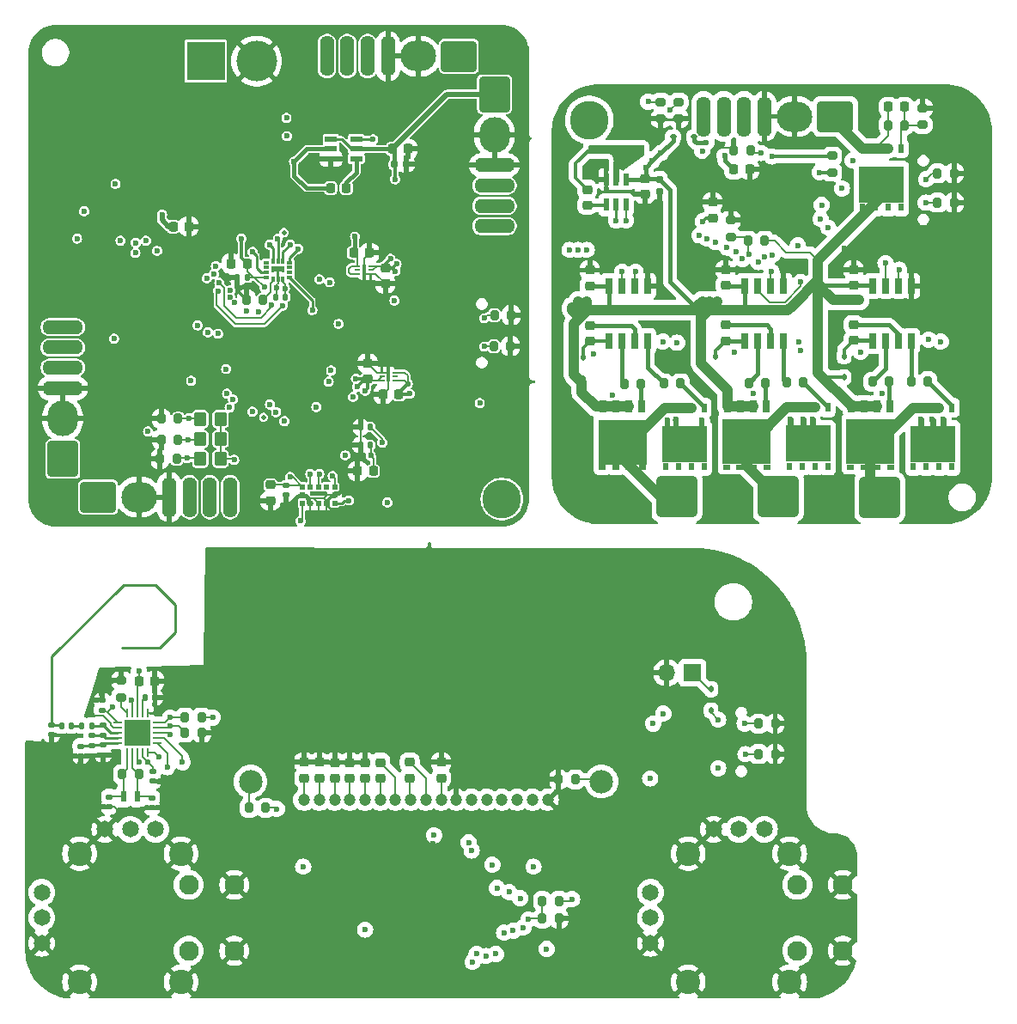
<source format=gbr>
%TF.GenerationSoftware,KiCad,Pcbnew,8.0.5*%
%TF.CreationDate,2024-10-20T13:56:42+02:00*%
%TF.ProjectId,Flight_Controller,466c6967-6874-45f4-936f-6e74726f6c6c,rev?*%
%TF.SameCoordinates,Original*%
%TF.FileFunction,Copper,L4,Bot*%
%TF.FilePolarity,Positive*%
%FSLAX46Y46*%
G04 Gerber Fmt 4.6, Leading zero omitted, Abs format (unit mm)*
G04 Created by KiCad (PCBNEW 8.0.5) date 2024-10-20 13:56:42*
%MOMM*%
%LPD*%
G01*
G04 APERTURE LIST*
G04 Aperture macros list*
%AMRoundRect*
0 Rectangle with rounded corners*
0 $1 Rounding radius*
0 $2 $3 $4 $5 $6 $7 $8 $9 X,Y pos of 4 corners*
0 Add a 4 corners polygon primitive as box body*
4,1,4,$2,$3,$4,$5,$6,$7,$8,$9,$2,$3,0*
0 Add four circle primitives for the rounded corners*
1,1,$1+$1,$2,$3*
1,1,$1+$1,$4,$5*
1,1,$1+$1,$6,$7*
1,1,$1+$1,$8,$9*
0 Add four rect primitives between the rounded corners*
20,1,$1+$1,$2,$3,$4,$5,0*
20,1,$1+$1,$4,$5,$6,$7,0*
20,1,$1+$1,$6,$7,$8,$9,0*
20,1,$1+$1,$8,$9,$2,$3,0*%
G04 Aperture macros list end*
%TA.AperFunction,ComponentPad*%
%ADD10RoundRect,0.333333X1.666667X1.666667X-1.666667X1.666667X-1.666667X-1.666667X1.666667X-1.666667X0*%
%TD*%
%TA.AperFunction,ComponentPad*%
%ADD11RoundRect,0.250000X1.500000X1.250000X-1.500000X1.250000X-1.500000X-1.250000X1.500000X-1.250000X0*%
%TD*%
%TA.AperFunction,ComponentPad*%
%ADD12O,3.500000X3.000000*%
%TD*%
%TA.AperFunction,SMDPad,CuDef*%
%ADD13O,1.400000X4.000000*%
%TD*%
%TA.AperFunction,ComponentPad*%
%ADD14C,1.650000*%
%TD*%
%TA.AperFunction,ComponentPad*%
%ADD15C,1.950000*%
%TD*%
%TA.AperFunction,ComponentPad*%
%ADD16C,2.400000*%
%TD*%
%TA.AperFunction,ComponentPad*%
%ADD17R,1.700000X1.700000*%
%TD*%
%TA.AperFunction,ComponentPad*%
%ADD18O,1.700000X1.700000*%
%TD*%
%TA.AperFunction,ComponentPad*%
%ADD19C,3.800000*%
%TD*%
%TA.AperFunction,ComponentPad*%
%ADD20RoundRect,0.250000X1.250000X-1.500000X1.250000X1.500000X-1.250000X1.500000X-1.250000X-1.500000X0*%
%TD*%
%TA.AperFunction,ComponentPad*%
%ADD21RoundRect,0.250000X-1.500000X-1.250000X1.500000X-1.250000X1.500000X1.250000X-1.500000X1.250000X0*%
%TD*%
%TA.AperFunction,ComponentPad*%
%ADD22O,3.000000X3.500000*%
%TD*%
%TA.AperFunction,SMDPad,CuDef*%
%ADD23O,4.000000X1.400000*%
%TD*%
%TA.AperFunction,ComponentPad*%
%ADD24R,3.800000X3.800000*%
%TD*%
%TA.AperFunction,ComponentPad*%
%ADD25C,4.000000*%
%TD*%
%TA.AperFunction,ComponentPad*%
%ADD26RoundRect,0.250000X-1.250000X1.500000X-1.250000X-1.500000X1.250000X-1.500000X1.250000X1.500000X0*%
%TD*%
%TA.AperFunction,ComponentPad*%
%ADD27C,1.200000*%
%TD*%
%TA.AperFunction,ComponentPad*%
%ADD28C,2.310000*%
%TD*%
%TA.AperFunction,SMDPad,CuDef*%
%ADD29RoundRect,0.225000X-0.250000X0.225000X-0.250000X-0.225000X0.250000X-0.225000X0.250000X0.225000X0*%
%TD*%
%TA.AperFunction,SMDPad,CuDef*%
%ADD30R,0.500000X0.925000*%
%TD*%
%TA.AperFunction,SMDPad,CuDef*%
%ADD31R,0.600000X0.800000*%
%TD*%
%TA.AperFunction,SMDPad,CuDef*%
%ADD32R,4.410000X3.655000*%
%TD*%
%TA.AperFunction,SMDPad,CuDef*%
%ADD33R,0.700000X0.500000*%
%TD*%
%TA.AperFunction,SMDPad,CuDef*%
%ADD34R,4.700000X4.500000*%
%TD*%
%TA.AperFunction,SMDPad,CuDef*%
%ADD35R,0.650000X1.200000*%
%TD*%
%TA.AperFunction,SMDPad,CuDef*%
%ADD36RoundRect,0.225000X0.225000X0.250000X-0.225000X0.250000X-0.225000X-0.250000X0.225000X-0.250000X0*%
%TD*%
%TA.AperFunction,SMDPad,CuDef*%
%ADD37RoundRect,0.200000X0.275000X-0.200000X0.275000X0.200000X-0.275000X0.200000X-0.275000X-0.200000X0*%
%TD*%
%TA.AperFunction,SMDPad,CuDef*%
%ADD38RoundRect,0.225000X-0.225000X-0.250000X0.225000X-0.250000X0.225000X0.250000X-0.225000X0.250000X0*%
%TD*%
%TA.AperFunction,SMDPad,CuDef*%
%ADD39RoundRect,0.112500X-0.112500X0.187500X-0.112500X-0.187500X0.112500X-0.187500X0.112500X0.187500X0*%
%TD*%
%TA.AperFunction,SMDPad,CuDef*%
%ADD40RoundRect,0.200000X-0.200000X-0.275000X0.200000X-0.275000X0.200000X0.275000X-0.200000X0.275000X0*%
%TD*%
%TA.AperFunction,SMDPad,CuDef*%
%ADD41RoundRect,0.155000X0.212500X0.155000X-0.212500X0.155000X-0.212500X-0.155000X0.212500X-0.155000X0*%
%TD*%
%TA.AperFunction,SMDPad,CuDef*%
%ADD42RoundRect,0.140000X-0.170000X0.140000X-0.170000X-0.140000X0.170000X-0.140000X0.170000X0.140000X0*%
%TD*%
%TA.AperFunction,SMDPad,CuDef*%
%ADD43RoundRect,0.135000X0.185000X-0.135000X0.185000X0.135000X-0.185000X0.135000X-0.185000X-0.135000X0*%
%TD*%
%TA.AperFunction,SMDPad,CuDef*%
%ADD44RoundRect,0.140000X-0.140000X-0.170000X0.140000X-0.170000X0.140000X0.170000X-0.140000X0.170000X0*%
%TD*%
%TA.AperFunction,SMDPad,CuDef*%
%ADD45R,0.700000X1.525000*%
%TD*%
%TA.AperFunction,SMDPad,CuDef*%
%ADD46RoundRect,0.225000X0.250000X-0.225000X0.250000X0.225000X-0.250000X0.225000X-0.250000X-0.225000X0*%
%TD*%
%TA.AperFunction,SMDPad,CuDef*%
%ADD47R,0.600000X0.200000*%
%TD*%
%TA.AperFunction,SMDPad,CuDef*%
%ADD48R,0.350000X0.990000*%
%TD*%
%TA.AperFunction,SMDPad,CuDef*%
%ADD49RoundRect,0.200000X-0.275000X0.200000X-0.275000X-0.200000X0.275000X-0.200000X0.275000X0.200000X0*%
%TD*%
%TA.AperFunction,SMDPad,CuDef*%
%ADD50R,0.600000X0.300000*%
%TD*%
%TA.AperFunction,SMDPad,CuDef*%
%ADD51R,0.300000X0.600000*%
%TD*%
%TA.AperFunction,SMDPad,CuDef*%
%ADD52RoundRect,0.200000X0.200000X0.275000X-0.200000X0.275000X-0.200000X-0.275000X0.200000X-0.275000X0*%
%TD*%
%TA.AperFunction,SMDPad,CuDef*%
%ADD53RoundRect,0.140000X0.170000X-0.140000X0.170000X0.140000X-0.170000X0.140000X-0.170000X-0.140000X0*%
%TD*%
%TA.AperFunction,SMDPad,CuDef*%
%ADD54RoundRect,0.135000X0.135000X0.185000X-0.135000X0.185000X-0.135000X-0.185000X0.135000X-0.185000X0*%
%TD*%
%TA.AperFunction,SMDPad,CuDef*%
%ADD55R,0.600000X1.100000*%
%TD*%
%TA.AperFunction,SMDPad,CuDef*%
%ADD56RoundRect,0.062500X0.350000X0.062500X-0.350000X0.062500X-0.350000X-0.062500X0.350000X-0.062500X0*%
%TD*%
%TA.AperFunction,SMDPad,CuDef*%
%ADD57RoundRect,0.062500X0.062500X0.350000X-0.062500X0.350000X-0.062500X-0.350000X0.062500X-0.350000X0*%
%TD*%
%TA.AperFunction,HeatsinkPad*%
%ADD58R,2.500000X2.500000*%
%TD*%
%TA.AperFunction,SMDPad,CuDef*%
%ADD59RoundRect,0.250000X0.350000X0.450000X-0.350000X0.450000X-0.350000X-0.450000X0.350000X-0.450000X0*%
%TD*%
%TA.AperFunction,SMDPad,CuDef*%
%ADD60RoundRect,0.140000X0.140000X0.170000X-0.140000X0.170000X-0.140000X-0.170000X0.140000X-0.170000X0*%
%TD*%
%TA.AperFunction,SMDPad,CuDef*%
%ADD61R,1.250000X0.600000*%
%TD*%
%TA.AperFunction,SMDPad,CuDef*%
%ADD62R,0.500000X0.500000*%
%TD*%
%TA.AperFunction,SMDPad,CuDef*%
%ADD63RoundRect,0.112500X-0.187500X-0.112500X0.187500X-0.112500X0.187500X0.112500X-0.187500X0.112500X0*%
%TD*%
%TA.AperFunction,SMDPad,CuDef*%
%ADD64RoundRect,0.155000X0.155000X-0.212500X0.155000X0.212500X-0.155000X0.212500X-0.155000X-0.212500X0*%
%TD*%
%TA.AperFunction,SMDPad,CuDef*%
%ADD65R,0.600000X1.250000*%
%TD*%
%TA.AperFunction,ViaPad*%
%ADD66C,0.600000*%
%TD*%
%TA.AperFunction,ViaPad*%
%ADD67C,0.500000*%
%TD*%
%TA.AperFunction,Conductor*%
%ADD68C,1.000000*%
%TD*%
%TA.AperFunction,Conductor*%
%ADD69C,0.200000*%
%TD*%
%TA.AperFunction,Conductor*%
%ADD70C,0.400000*%
%TD*%
%TA.AperFunction,Conductor*%
%ADD71C,0.600000*%
%TD*%
%TA.AperFunction,Conductor*%
%ADD72C,0.500000*%
%TD*%
%TA.AperFunction,Conductor*%
%ADD73C,0.237503*%
%TD*%
%TA.AperFunction,Conductor*%
%ADD74C,0.250000*%
%TD*%
%TA.AperFunction,Conductor*%
%ADD75C,0.350000*%
%TD*%
%TA.AperFunction,Conductor*%
%ADD76C,0.300000*%
%TD*%
%TA.AperFunction,Conductor*%
%ADD77C,0.245000*%
%TD*%
%TA.AperFunction,Conductor*%
%ADD78C,0.550000*%
%TD*%
%TA.AperFunction,Conductor*%
%ADD79C,0.450000*%
%TD*%
G04 APERTURE END LIST*
D10*
%TO.P,C25,1,A*%
%TO.N,/Phase_A*%
X97950000Y-60467157D03*
%TO.P,C25,2,B*%
%TO.N,/Phase_B*%
X87950000Y-60457157D03*
%TO.P,C25,3,C*%
%TO.N,/Phase_C*%
X77950000Y-60457157D03*
%TD*%
D11*
%TO.P,C24,1,Bat+*%
%TO.N,/V_Bat_raw*%
X93550000Y-22967157D03*
D12*
%TO.P,C24,2,Bat-*%
%TO.N,GND*%
X89550000Y-22957157D03*
D13*
%TO.P,C24,3,GND*%
X86550000Y-22957157D03*
%TO.P,C24,4,PWM*%
%TO.N,/Duty_in*%
X84550000Y-22957157D03*
%TO.P,C24,5,SCL*%
%TO.N,/I2C1_CL*%
X82550000Y-22957157D03*
%TO.P,C24,6,SDA*%
%TO.N,/I2C1_SDA*%
X80550000Y-22957157D03*
%TD*%
D14*
%TO.P,S1,1,1*%
%TO.N,3.3V_Digi*%
X15325000Y-99437500D03*
%TO.P,S1,2,2*%
%TO.N,/A_0*%
X15325000Y-101937500D03*
%TO.P,S1,3,3*%
%TO.N,GND*%
X15325000Y-104437500D03*
%TO.P,S1,11,1'*%
%TO.N,3.3V_Digi*%
X26555000Y-93207500D03*
%TO.P,S1,12,2'*%
%TO.N,/A_1*%
X24055000Y-93207500D03*
%TO.P,S1,13,3'*%
%TO.N,GND*%
X21555000Y-93207500D03*
D15*
%TO.P,S1,A1,COM_1*%
%TO.N,/A_2*%
X29805000Y-105187500D03*
%TO.P,S1,B1,COM_2*%
X29805000Y-98687500D03*
%TO.P,S1,C1,NO_1*%
%TO.N,GND*%
X34305000Y-105187500D03*
%TO.P,S1,D1,NO_2*%
X34305000Y-98687500D03*
D16*
%TO.P,S1,MH1,MH1*%
X19055000Y-95612500D03*
%TO.P,S1,MH2,MH2*%
X19055000Y-108262500D03*
%TO.P,S1,MH3,MH3*%
X29055000Y-108262500D03*
%TO.P,S1,MH4,MH4*%
X29055000Y-95612500D03*
%TD*%
D17*
%TO.P,BT1,1,+*%
%TO.N,V_Bat*%
X79475000Y-77800000D03*
D18*
%TO.P,BT1,2,-*%
%TO.N,GND*%
X76935000Y-77800000D03*
%TD*%
D19*
%TO.P,H1,1*%
%TO.N,N/C*%
X69300000Y-23307157D03*
%TD*%
D20*
%TO.P,C27,1,Bat+*%
%TO.N,V_Bat*%
X17400000Y-56725000D03*
D21*
X20900000Y-60465000D03*
D22*
%TO.P,C27,2,Bat-*%
%TO.N,GND*%
X17400000Y-52725000D03*
D12*
X24900000Y-60475000D03*
D23*
%TO.P,C27,3,GND*%
X17400000Y-49725000D03*
D13*
X27900000Y-60475000D03*
%TO.P,C27,4,PWMA*%
%TO.N,/STM32L412CBUx/ESC_PWM3*%
X29900000Y-60475000D03*
D23*
%TO.P,C27,5,SCL*%
%TO.N,/STM32L412CBUx/ESC_SCL*%
X17400000Y-45725000D03*
D13*
X31900000Y-60475000D03*
D23*
%TO.P,C27,6,SDA*%
%TO.N,/STM32L412CBUx/ESC_SDA*%
X17400000Y-43725000D03*
D13*
X33900000Y-60475000D03*
D23*
%TO.P,C27,7,PWMB*%
%TO.N,/STM32L412CBUx/ESC_PWM2*%
X17400000Y-47725000D03*
%TD*%
D24*
%TO.P,BT1,1,+*%
%TO.N,V_Bat*%
X31500000Y-17500000D03*
D25*
%TO.P,BT1,2,-*%
%TO.N,GND*%
X36500000Y-17500000D03*
%TD*%
D14*
%TO.P,S2,1,1*%
%TO.N,3.3V_Digi*%
X75325000Y-99437500D03*
%TO.P,S2,2,2*%
%TO.N,/B_0*%
X75325000Y-101937500D03*
%TO.P,S2,3,3*%
%TO.N,GND*%
X75325000Y-104437500D03*
%TO.P,S2,11,1'*%
%TO.N,3.3V_Digi*%
X86555000Y-93207500D03*
%TO.P,S2,12,2'*%
%TO.N,/B_1*%
X84055000Y-93207500D03*
%TO.P,S2,13,3'*%
%TO.N,GND*%
X81555000Y-93207500D03*
D15*
%TO.P,S2,A1,COM_1*%
%TO.N,/B_2*%
X89805000Y-105187500D03*
%TO.P,S2,B1,COM_2*%
X89805000Y-98687500D03*
%TO.P,S2,C1,NO_1*%
%TO.N,GND*%
X94305000Y-105187500D03*
%TO.P,S2,D1,NO_2*%
X94305000Y-98687500D03*
D16*
%TO.P,S2,MH1,MH1*%
X79055000Y-95612500D03*
%TO.P,S2,MH2,MH2*%
X79055000Y-108262500D03*
%TO.P,S2,MH3,MH3*%
X89055000Y-108262500D03*
%TO.P,S2,MH4,MH4*%
X89055000Y-95612500D03*
%TD*%
D19*
%TO.P,H1,1*%
%TO.N,N/C*%
X60688000Y-60660000D03*
%TD*%
D26*
%TO.P,C28,1,Bat+*%
%TO.N,V_Bat*%
X59944000Y-20768000D03*
D11*
X56444000Y-17028000D03*
D22*
%TO.P,C28,2,Bat-*%
%TO.N,GND*%
X59944000Y-24768000D03*
D12*
X52444000Y-17018000D03*
D23*
%TO.P,C28,3,GND*%
X59944000Y-27768000D03*
D13*
X49444000Y-17018000D03*
%TO.P,C28,4,PWMA*%
%TO.N,/STM32L412CBUx/ESC_PWM0*%
X47444000Y-17018000D03*
D23*
%TO.P,C28,5,SCL*%
%TO.N,/STM32L412CBUx/ESC_SCL*%
X59944000Y-31768000D03*
D13*
X45444000Y-17018000D03*
D23*
%TO.P,C28,6,SDA*%
%TO.N,/STM32L412CBUx/ESC_SDA*%
X59944000Y-33768000D03*
D13*
X43444000Y-17018000D03*
D23*
%TO.P,C28,7,PWMB*%
%TO.N,/STM32L412CBUx/ESC_PWM1*%
X59944000Y-29768000D03*
%TD*%
D27*
%TO.P,DS1,1,V0*%
%TO.N,Net-(DS1-V0)*%
X41200000Y-90300000D03*
%TO.P,DS1,2,V1*%
%TO.N,Net-(DS1-V1)*%
X42700000Y-90300000D03*
%TO.P,DS1,3,V2*%
%TO.N,Net-(DS1-V2)*%
X44200000Y-90300000D03*
%TO.P,DS1,4,V3*%
%TO.N,Net-(DS1-V3)*%
X45700000Y-90300000D03*
%TO.P,DS1,5,V4*%
%TO.N,Net-(DS1-V4)*%
X47200000Y-90300000D03*
%TO.P,DS1,6,C2-*%
%TO.N,Net-(DS1-C2-)*%
X48700000Y-90300000D03*
%TO.P,DS1,7,C2+*%
%TO.N,Net-(DS1-C2+)*%
X50200000Y-90300000D03*
%TO.P,DS1,8,C1+*%
%TO.N,Net-(DS1-C1+)*%
X51700000Y-90300000D03*
%TO.P,DS1,9,C1-*%
%TO.N,Net-(DS1-C1-)*%
X53200000Y-90300000D03*
%TO.P,DS1,10,VOUT*%
%TO.N,Net-(DS1-VOUT)*%
X54700000Y-90300000D03*
%TO.P,DS1,11,VSS*%
%TO.N,GND*%
X56200000Y-90300000D03*
%TO.P,DS1,12,VDD*%
%TO.N,3.3V_Digi*%
X57700000Y-90300000D03*
%TO.P,DS1,13,SI*%
%TO.N,/Controller/SPI2.MOSI*%
X59200000Y-90300000D03*
%TO.P,DS1,14,SCL*%
%TO.N,/Controller/SPI2.SCK*%
X60700000Y-90300000D03*
%TO.P,DS1,15,A0*%
%TO.N,/Controller/PB2*%
X62200000Y-90300000D03*
%TO.P,DS1,16,/RES*%
%TO.N,/Controller/PB1*%
X63700000Y-90300000D03*
%TO.P,DS1,17,CS1B*%
%TO.N,GND*%
X65200000Y-90300000D03*
D28*
%TO.P,DS1,MH1,MH1*%
%TO.N,Net-(DS1-PadMH1)*%
X35900000Y-88500000D03*
%TO.P,DS1,MH2,MH2*%
%TO.N,Net-(DS1-PadMH2)*%
X70500000Y-88500000D03*
%TD*%
D29*
%TO.P,C6,1*%
%TO.N,GND*%
X82745000Y-38082157D03*
%TO.P,C6,2*%
%TO.N,V_Bat*%
X82745000Y-39632157D03*
%TD*%
D30*
%TO.P,Q5,1,D*%
%TO.N,/V_Bat_raw*%
X96195000Y-26094157D03*
X97465000Y-26094157D03*
X98735000Y-26094157D03*
%TO.P,Q5,2,G*%
%TO.N,Net-(Q5-G)*%
X100005000Y-26094157D03*
D31*
%TO.P,Q5,3,S*%
%TO.N,V_Bat*%
X96195000Y-31882157D03*
X97465000Y-31882157D03*
D32*
X98100000Y-29655157D03*
D31*
X98735000Y-31882157D03*
X100005000Y-31882157D03*
%TD*%
D33*
%TO.P,Q2,1,D*%
%TO.N,/Phase_A*%
X95025000Y-57507157D03*
X96355000Y-57507157D03*
D34*
X97020000Y-55007157D03*
D33*
X97685000Y-57507157D03*
X99015000Y-57507157D03*
D35*
%TO.P,Q2,2,G*%
%TO.N,/nGate_A*%
X98925000Y-51507157D03*
%TO.P,Q2,3,S*%
%TO.N,V_Bat*%
X95115000Y-51507157D03*
X96385000Y-51507157D03*
X97655000Y-51507157D03*
%TD*%
D36*
%TO.P,C22,1*%
%TO.N,GND*%
X85100000Y-28182157D03*
%TO.P,C22,2*%
%TO.N,+3V3*%
X83550000Y-28182157D03*
%TD*%
D29*
%TO.P,C18,1*%
%TO.N,GND*%
X81450000Y-31402157D03*
%TO.P,C18,2*%
%TO.N,+3V3*%
X81450000Y-32952157D03*
%TD*%
D37*
%TO.P,R25,1*%
%TO.N,GND*%
X76350000Y-23182157D03*
%TO.P,R25,2*%
%TO.N,Net-(D5-K)*%
X76350000Y-21532157D03*
%TD*%
D38*
%TO.P,C3,1*%
%TO.N,/Power/SW*%
X43798000Y-30000000D03*
%TO.P,C3,2*%
%TO.N,/Power/CB*%
X45348000Y-30000000D03*
%TD*%
D29*
%TO.P,C22,1*%
%TO.N,Net-(DS1-C2+)*%
X48700000Y-86625000D03*
%TO.P,C22,2*%
%TO.N,Net-(DS1-C2-)*%
X48700000Y-88175000D03*
%TD*%
%TO.P,C28,1*%
%TO.N,GND*%
X54700000Y-86600000D03*
%TO.P,C28,2*%
%TO.N,Net-(DS1-VOUT)*%
X54700000Y-88150000D03*
%TD*%
D39*
%TO.P,D4,1,K*%
%TO.N,V_Bat*%
X81300000Y-79400000D03*
%TO.P,D4,2,A*%
%TO.N,+5V_USB*%
X81300000Y-81500000D03*
%TD*%
D40*
%TO.P,R3,1*%
%TO.N,/CS_NRF*%
X29450000Y-83687500D03*
%TO.P,R3,2*%
%TO.N,GND*%
X31100000Y-83687500D03*
%TD*%
%TO.P,R5,1*%
%TO.N,Net-(J1-CC1)*%
X103625000Y-31457157D03*
%TO.P,R5,2*%
%TO.N,GND*%
X105275000Y-31457157D03*
%TD*%
D41*
%TO.P,C2,1*%
%TO.N,GND*%
X51223500Y-27686000D03*
%TO.P,C2,2*%
%TO.N,V_Bat*%
X50088500Y-27686000D03*
%TD*%
D42*
%TO.P,C18,1*%
%TO.N,/50 OhmRF I{slash}O*%
X16300000Y-82940000D03*
%TO.P,C18,2*%
%TO.N,GND*%
X16300000Y-83900000D03*
%TD*%
D29*
%TO.P,C27,1*%
%TO.N,GND*%
X41200000Y-86600000D03*
%TO.P,C27,2*%
%TO.N,Net-(DS1-V0)*%
X41200000Y-88150000D03*
%TD*%
D43*
%TO.P,L2,1*%
%TO.N,Net-(U3-VDD_PA)*%
X20275000Y-84997500D03*
%TO.P,L2,2*%
%TO.N,Net-(U3-ANT1)*%
X20275000Y-83977500D03*
%TD*%
D40*
%TO.P,R1,1*%
%TO.N,Net-(J1-CC1)*%
X59887000Y-45592000D03*
%TO.P,R1,2*%
%TO.N,GND*%
X61537000Y-45592000D03*
%TD*%
D44*
%TO.P,C23,1*%
%TO.N,GND*%
X34600000Y-38862000D03*
%TO.P,C23,2*%
%TO.N,3.3V_Anal*%
X35560000Y-38862000D03*
%TD*%
D29*
%TO.P,C7,1*%
%TO.N,Net-(IC1-VS)*%
X82750000Y-43507157D03*
%TO.P,C7,2*%
%TO.N,/VB_B*%
X82750000Y-45057157D03*
%TD*%
D36*
%TO.P,C3,1*%
%TO.N,GND*%
X26450000Y-78587500D03*
%TO.P,C3,2*%
%TO.N,3.3V_Digi*%
X24900000Y-78587500D03*
%TD*%
D40*
%TO.P,R2,1*%
%TO.N,/Controller/V_Bat_Div*%
X64675000Y-100290000D03*
%TO.P,R2,2*%
%TO.N,V_Bat*%
X66325000Y-100290000D03*
%TD*%
D37*
%TO.P,J_VUSB1,1*%
%TO.N,Net-(U1-VDDUSB)*%
X93250000Y-28482157D03*
%TO.P,J_VUSB1,2*%
%TO.N,+3V3*%
X93250000Y-26832157D03*
%TD*%
D43*
%TO.P,L1,1*%
%TO.N,Net-(U3-ANT1)*%
X21345000Y-83977500D03*
%TO.P,L1,2*%
%TO.N,Net-(U3-ANT2)*%
X21345000Y-82957500D03*
%TD*%
D45*
%TO.P,IC1,1,VCC*%
%TO.N,V_Bat*%
X84645000Y-39645157D03*
%TO.P,IC1,2,HIN*%
%TO.N,/Hi_B*%
X85915000Y-39645157D03*
%TO.P,IC1,3,~{LIN}*%
%TO.N,/LO_B*%
X87185000Y-39645157D03*
%TO.P,IC1,4,COM*%
%TO.N,GND*%
X88455000Y-39645157D03*
%TO.P,IC1,5,LO*%
%TO.N,Net-(IC1-LO)*%
X88455000Y-45069157D03*
%TO.P,IC1,6,VS*%
%TO.N,Net-(IC1-VS)*%
X87185000Y-45069157D03*
%TO.P,IC1,7,HO*%
%TO.N,Net-(IC1-HO)*%
X85915000Y-45069157D03*
%TO.P,IC1,8,VB*%
%TO.N,/VB_B*%
X84645000Y-45069157D03*
%TD*%
D46*
%TO.P,C17,1*%
%TO.N,GND*%
X49200000Y-39450000D03*
%TO.P,C17,2*%
%TO.N,3.3V_Digi*%
X49200000Y-37900000D03*
%TD*%
D44*
%TO.P,C18,1*%
%TO.N,GND*%
X46764000Y-53594000D03*
%TO.P,C18,2*%
%TO.N,3.3V_Digi*%
X47724000Y-53594000D03*
%TD*%
D40*
%TO.P,R3,1*%
%TO.N,Net-(IC3-LO)*%
X101025000Y-49057157D03*
%TO.P,R3,2*%
%TO.N,/pGate_A*%
X102675000Y-49057157D03*
%TD*%
D47*
%TO.P,IC5,1,VOUT_1*%
%TO.N,3.3V_Digi*%
X47750000Y-37700000D03*
%TO.P,IC5,2,VOUT_2*%
X47750000Y-38100000D03*
%TO.P,IC5,3,GND*%
%TO.N,GND*%
X47750000Y-38500000D03*
%TO.P,IC5,4,EN*%
%TO.N,+5V*%
X46450000Y-38500000D03*
%TO.P,IC5,5,NC*%
%TO.N,unconnected-(IC5-NC-Pad5)*%
X46450000Y-38100000D03*
%TO.P,IC5,6,VIN*%
%TO.N,+5V*%
X46450000Y-37700000D03*
D48*
%TO.P,IC5,7,EP*%
%TO.N,GND*%
X47100000Y-38100000D03*
%TD*%
D49*
%TO.P,R8,1*%
%TO.N,GND*%
X83250000Y-33182157D03*
%TO.P,R8,2*%
%TO.N,/V_Bat_Div*%
X83250000Y-34832157D03*
%TD*%
D46*
%TO.P,C5,1*%
%TO.N,GND*%
X74760000Y-30632157D03*
%TO.P,C5,2*%
%TO.N,V_Bat*%
X74760000Y-29082157D03*
%TD*%
D38*
%TO.P,C12,1*%
%TO.N,GND*%
X48975000Y-50340000D03*
%TO.P,C12,2*%
%TO.N,+5V*%
X50525000Y-50340000D03*
%TD*%
D30*
%TO.P,Q1,1,D*%
%TO.N,/Phase_A*%
X101250000Y-51669157D03*
X102520000Y-51669157D03*
X103790000Y-51669157D03*
%TO.P,Q1,2,G*%
%TO.N,/pGate_A*%
X105060000Y-51669157D03*
D31*
%TO.P,Q1,3,S*%
%TO.N,Net-(Q1-S)*%
X101250000Y-57457157D03*
X102520000Y-57457157D03*
D32*
X103155000Y-55230157D03*
D31*
X103790000Y-57457157D03*
X105060000Y-57457157D03*
%TD*%
D50*
%TO.P,IC2,1,AP_SDO_/_AP_AD0*%
%TO.N,/Com/NR_SPI.MISO*%
X39758000Y-37350000D03*
%TO.P,IC2,2,RESV_1*%
%TO.N,unconnected-(IC2-RESV_1-Pad2)*%
X39758000Y-37850000D03*
%TO.P,IC2,3,RESV_2*%
%TO.N,unconnected-(IC2-RESV_2-Pad3)*%
X39758000Y-38350000D03*
%TO.P,IC2,4,INT1_/_INT*%
%TO.N,/STM32L412CBUx/SWCLK{slash}PA14*%
X39758000Y-38850000D03*
D51*
%TO.P,IC2,5,VDDIO*%
%TO.N,3.3V_Digi*%
X39108000Y-39000000D03*
%TO.P,IC2,6,GND*%
%TO.N,GND*%
X38608000Y-39000000D03*
%TO.P,IC2,7,FSYNC*%
%TO.N,Net-(IC2-FSYNC)*%
X38108000Y-39000000D03*
D50*
%TO.P,IC2,8,VDD*%
%TO.N,3.3V_Anal*%
X37458000Y-38850000D03*
%TO.P,IC2,9,INT2*%
%TO.N,/STM32L412CBUx/PB8*%
X37458000Y-38350000D03*
%TO.P,IC2,10,RESV_3*%
%TO.N,unconnected-(IC2-RESV_3-Pad10)*%
X37458000Y-37850000D03*
%TO.P,IC2,11,RESV_4*%
%TO.N,unconnected-(IC2-RESV_4-Pad11)*%
X37458000Y-37350000D03*
D51*
%TO.P,IC2,12,AP_CS*%
%TO.N,/STM32L412CBUx/PB9*%
X38108000Y-37200000D03*
%TO.P,IC2,13,AP_SCL_/_AP_SCLK*%
%TO.N,/Com/NR_SPI.SCK*%
X38608000Y-37200000D03*
%TO.P,IC2,14,AP_SDA_/_AP_SDIO_/_AP_SDI*%
%TO.N,/Com/NR_SPI.MOSI*%
X39108000Y-37200000D03*
%TD*%
D52*
%TO.P,J_Fsync1,1*%
%TO.N,Net-(IC2-FSYNC)*%
X37147000Y-41010000D03*
%TO.P,J_Fsync1,2*%
%TO.N,GND*%
X35497000Y-41010000D03*
%TD*%
D53*
%TO.P,C13,1*%
%TO.N,GND*%
X22000000Y-90980000D03*
%TO.P,C13,2*%
%TO.N,Net-(U3-XC1)*%
X22000000Y-90020000D03*
%TD*%
D54*
%TO.P,L3,1*%
%TO.N,Net-(U3-ANT2)*%
X20275000Y-82987500D03*
%TO.P,L3,2*%
%TO.N,Net-(C17-Pad1)*%
X19255000Y-82987500D03*
%TD*%
D29*
%TO.P,C25,1*%
%TO.N,GND*%
X44200000Y-86625000D03*
%TO.P,C25,2*%
%TO.N,Net-(DS1-V2)*%
X44200000Y-88175000D03*
%TD*%
%TO.P,C15,1*%
%TO.N,Net-(IC4-VS)*%
X69350000Y-43582157D03*
%TO.P,C15,2*%
%TO.N,/VB_C*%
X69350000Y-45132157D03*
%TD*%
D37*
%TO.P,R9,1*%
%TO.N,Net-(U3-IREF)*%
X23175000Y-80212500D03*
%TO.P,R9,2*%
%TO.N,GND*%
X23175000Y-78562500D03*
%TD*%
D40*
%TO.P,R18,1*%
%TO.N,Net-(IC4-LO)*%
X76625000Y-49257157D03*
%TO.P,R18,2*%
%TO.N,/pGate_C*%
X78275000Y-49257157D03*
%TD*%
D52*
%TO.P,R4,1*%
%TO.N,3.3V_Digi*%
X31100000Y-82187500D03*
%TO.P,R4,2*%
%TO.N,/CE_NRF*%
X29450000Y-82187500D03*
%TD*%
D29*
%TO.P,C23,1*%
%TO.N,Net-(DS1-C1-)*%
X51600000Y-86600000D03*
%TO.P,C23,2*%
%TO.N,Net-(DS1-C1+)*%
X51600000Y-88150000D03*
%TD*%
D52*
%TO.P,R3,1*%
%TO.N,/STM32L412CBUx/PA1*%
X28775000Y-54800000D03*
%TO.P,R3,2*%
%TO.N,GND*%
X27125000Y-54800000D03*
%TD*%
D29*
%TO.P,C3,1*%
%TO.N,Net-(IC3-VS)*%
X95350000Y-43482157D03*
%TO.P,C3,2*%
%TO.N,/VB_A*%
X95350000Y-45032157D03*
%TD*%
D55*
%TO.P,Y2,1,1*%
%TO.N,Net-(U3-XC2)*%
X24775000Y-89987500D03*
%TO.P,Y2,2,2*%
%TO.N,Net-(U3-XC1)*%
X23375000Y-89987500D03*
%TD*%
D29*
%TO.P,C4,1*%
%TO.N,GND*%
X95350000Y-38082157D03*
%TO.P,C4,2*%
%TO.N,V_Bat*%
X95350000Y-39632157D03*
%TD*%
D52*
%TO.P,R23,1*%
%TO.N,Net-(Q5-G)*%
X100375000Y-23807157D03*
%TO.P,R23,2*%
%TO.N,/V_Bat_raw*%
X98725000Y-23807157D03*
%TD*%
D44*
%TO.P,C24,1*%
%TO.N,GND*%
X38370000Y-40750000D03*
%TO.P,C24,2*%
%TO.N,3.3V_Digi*%
X39330000Y-40750000D03*
%TD*%
D33*
%TO.P,Q7,1,D*%
%TO.N,/Phase_B*%
X82810000Y-57507157D03*
X84140000Y-57507157D03*
D34*
X84805000Y-55007157D03*
D33*
X85470000Y-57507157D03*
X86800000Y-57507157D03*
D35*
%TO.P,Q7,2,G*%
%TO.N,/nGate_B*%
X86710000Y-51507157D03*
%TO.P,Q7,3,S*%
%TO.N,V_Bat*%
X82900000Y-51507157D03*
X84170000Y-51507157D03*
X85440000Y-51507157D03*
%TD*%
D30*
%TO.P,Q4,1,D*%
%TO.N,/Phase_C*%
X76790000Y-51669157D03*
X78060000Y-51669157D03*
X79330000Y-51669157D03*
%TO.P,Q4,2,G*%
%TO.N,/pGate_C*%
X80600000Y-51669157D03*
D31*
%TO.P,Q4,3,S*%
%TO.N,Net-(Q4-S)*%
X76790000Y-57457157D03*
X78060000Y-57457157D03*
D32*
X78695000Y-55230157D03*
D31*
X79330000Y-57457157D03*
X80600000Y-57457157D03*
%TD*%
D56*
%TO.P,U3,1,CE*%
%TO.N,/CE_NRF*%
X26712500Y-82725000D03*
%TO.P,U3,2,CSN*%
%TO.N,/CS_NRF*%
X26712500Y-83225000D03*
%TO.P,U3,3,SCK*%
%TO.N,/Controller/SPI2.SCK*%
X26712500Y-83725000D03*
%TO.P,U3,4,MOSI*%
%TO.N,/Controller/SPI2.MOSI*%
X26712500Y-84225000D03*
%TO.P,U3,5,MISO*%
%TO.N,/Controller/SPI2.MISO*%
X26712500Y-84725000D03*
D57*
%TO.P,U3,6,IRQ*%
%TO.N,/IRQ_NRF*%
X25775000Y-85662500D03*
%TO.P,U3,7,VDD*%
%TO.N,3.3V_Digi*%
X25275000Y-85662500D03*
%TO.P,U3,8,VSS*%
%TO.N,GND*%
X24775000Y-85662500D03*
%TO.P,U3,9,XC2*%
%TO.N,Net-(U3-XC2)*%
X24275000Y-85662500D03*
%TO.P,U3,10,XC1*%
%TO.N,Net-(U3-XC1)*%
X23775000Y-85662500D03*
D56*
%TO.P,U3,11,VDD_PA*%
%TO.N,Net-(U3-VDD_PA)*%
X22837500Y-84725000D03*
%TO.P,U3,12,ANT1*%
%TO.N,Net-(U3-ANT1)*%
X22837500Y-84225000D03*
%TO.P,U3,13,ANT2*%
%TO.N,Net-(U3-ANT2)*%
X22837500Y-83725000D03*
%TO.P,U3,14,VSS*%
%TO.N,GND*%
X22837500Y-83225000D03*
%TO.P,U3,15,VDD*%
%TO.N,3.3V_Digi*%
X22837500Y-82725000D03*
D57*
%TO.P,U3,16,IREF*%
%TO.N,Net-(U3-IREF)*%
X23775000Y-81787500D03*
%TO.P,U3,17,VSS*%
%TO.N,GND*%
X24275000Y-81787500D03*
%TO.P,U3,18,VDD*%
%TO.N,3.3V_Digi*%
X24775000Y-81787500D03*
%TO.P,U3,19,DVDD*%
%TO.N,Net-(U3-DVDD)*%
X25275000Y-81787500D03*
%TO.P,U3,20,VSS*%
%TO.N,GND*%
X25775000Y-81787500D03*
D58*
%TO.P,U3,21*%
%TO.N,N/C*%
X24775000Y-83725000D03*
%TD*%
D52*
%TO.P,R4,1*%
%TO.N,/STM32L412CBUx/PA5*%
X28625000Y-56700000D03*
%TO.P,R4,2*%
%TO.N,GND*%
X26975000Y-56700000D03*
%TD*%
D33*
%TO.P,Q3,1,D*%
%TO.N,/Phase_C*%
X70560000Y-57557157D03*
X71890000Y-57557157D03*
D34*
X72555000Y-55057157D03*
D33*
X73220000Y-57557157D03*
X74550000Y-57557157D03*
D35*
%TO.P,Q3,2,G*%
%TO.N,/nGate_C*%
X74460000Y-51557157D03*
%TO.P,Q3,3,S*%
%TO.N,V_Bat*%
X70650000Y-51557157D03*
X71920000Y-51557157D03*
X73190000Y-51557157D03*
%TD*%
D40*
%TO.P,R2,1*%
%TO.N,Net-(IC3-HO)*%
X97225000Y-49107157D03*
%TO.P,R2,2*%
%TO.N,/nGate_A*%
X98875000Y-49107157D03*
%TD*%
%TO.P,R17,1*%
%TO.N,Net-(IC4-HO)*%
X72725000Y-49307157D03*
%TO.P,R17,2*%
%TO.N,/nGate_C*%
X74375000Y-49307157D03*
%TD*%
D53*
%TO.P,C19,1*%
%TO.N,GND*%
X19175000Y-85980000D03*
%TO.P,C19,2*%
%TO.N,Net-(U3-VDD_PA)*%
X19175000Y-85020000D03*
%TD*%
D36*
%TO.P,C38,1*%
%TO.N,GND*%
X29825000Y-33800000D03*
%TO.P,C38,2*%
%TO.N,3.3V_Digi*%
X28275000Y-33800000D03*
%TD*%
D59*
%TO.P,NTC_solder_pad2,1*%
%TO.N,3.3V_Digi*%
X32950000Y-56700000D03*
%TO.P,NTC_solder_pad2,2*%
%TO.N,/STM32L412CBUx/PA5*%
X30950000Y-56700000D03*
%TD*%
D52*
%TO.P,R9,1*%
%TO.N,/STM32L412CBUx/PA0*%
X28775000Y-52750000D03*
%TO.P,R9,2*%
%TO.N,GND*%
X27125000Y-52750000D03*
%TD*%
D38*
%TO.P,C22,1*%
%TO.N,GND*%
X34023000Y-37454000D03*
%TO.P,C22,2*%
%TO.N,3.3V_Anal*%
X35573000Y-37454000D03*
%TD*%
D60*
%TO.P,C10,1*%
%TO.N,GND*%
X26480000Y-80200000D03*
%TO.P,C10,2*%
%TO.N,Net-(U3-DVDD)*%
X25520000Y-80200000D03*
%TD*%
D37*
%TO.P,R26,1*%
%TO.N,GND*%
X78100000Y-23182157D03*
%TO.P,R26,2*%
%TO.N,Net-(D6-K)*%
X78100000Y-21532157D03*
%TD*%
D29*
%TO.P,C11,1*%
%TO.N,GND*%
X47450000Y-47265000D03*
%TO.P,C11,2*%
%TO.N,3.3V_Anal*%
X47450000Y-48815000D03*
%TD*%
D45*
%TO.P,IC3,1,VCC*%
%TO.N,V_Bat*%
X97245000Y-39645157D03*
%TO.P,IC3,2,HIN*%
%TO.N,/Hi_A*%
X98515000Y-39645157D03*
%TO.P,IC3,3,~{LIN}*%
%TO.N,/LO_A*%
X99785000Y-39645157D03*
%TO.P,IC3,4,COM*%
%TO.N,GND*%
X101055000Y-39645157D03*
%TO.P,IC3,5,LO*%
%TO.N,Net-(IC3-LO)*%
X101055000Y-45069157D03*
%TO.P,IC3,6,VS*%
%TO.N,Net-(IC3-VS)*%
X99785000Y-45069157D03*
%TO.P,IC3,7,HO*%
%TO.N,Net-(IC3-HO)*%
X98515000Y-45069157D03*
%TO.P,IC3,8,VB*%
%TO.N,/VB_A*%
X97245000Y-45069157D03*
%TD*%
D44*
%TO.P,C20,1*%
%TO.N,GND*%
X46736000Y-55372000D03*
%TO.P,C20,2*%
%TO.N,3.3V_Anal*%
X47696000Y-55372000D03*
%TD*%
D29*
%TO.P,C26,1*%
%TO.N,GND*%
X42700000Y-86600000D03*
%TO.P,C26,2*%
%TO.N,Net-(DS1-V1)*%
X42700000Y-88150000D03*
%TD*%
%TO.P,C14,1*%
%TO.N,GND*%
X69350000Y-38107157D03*
%TO.P,C14,2*%
%TO.N,V_Bat*%
X69350000Y-39657157D03*
%TD*%
D45*
%TO.P,IC4,1,VCC*%
%TO.N,V_Bat*%
X71245000Y-39645157D03*
%TO.P,IC4,2,HIN*%
%TO.N,/HI_C*%
X72515000Y-39645157D03*
%TO.P,IC4,3,~{LIN}*%
%TO.N,/LO_C*%
X73785000Y-39645157D03*
%TO.P,IC4,4,COM*%
%TO.N,GND*%
X75055000Y-39645157D03*
%TO.P,IC4,5,LO*%
%TO.N,Net-(IC4-LO)*%
X75055000Y-45069157D03*
%TO.P,IC4,6,VS*%
%TO.N,Net-(IC4-VS)*%
X73785000Y-45069157D03*
%TO.P,IC4,7,HO*%
%TO.N,Net-(IC4-HO)*%
X72515000Y-45069157D03*
%TO.P,IC4,8,VB*%
%TO.N,/VB_C*%
X71245000Y-45069157D03*
%TD*%
D52*
%TO.P,J_BOOT1,1*%
%TO.N,Net-(U1-PH3)*%
X85175000Y-26257157D03*
%TO.P,J_BOOT1,2*%
%TO.N,GND*%
X83525000Y-26257157D03*
%TD*%
D61*
%TO.P,IC1,1,GND*%
%TO.N,GND*%
X43831000Y-27112000D03*
%TO.P,IC1,2,SW*%
%TO.N,/Power/SW*%
X43831000Y-26162000D03*
%TO.P,IC1,3,VIN*%
%TO.N,V_Bat*%
X43831000Y-25212000D03*
%TO.P,IC1,4,FB*%
%TO.N,/Power/FB*%
X46331000Y-25212000D03*
%TO.P,IC1,5,EN*%
%TO.N,V_Bat*%
X46331000Y-26162000D03*
%TO.P,IC1,6,CB*%
%TO.N,/Power/CB*%
X46331000Y-27112000D03*
%TD*%
D29*
%TO.P,C24,1*%
%TO.N,GND*%
X45700000Y-86625000D03*
%TO.P,C24,2*%
%TO.N,Net-(DS1-V3)*%
X45700000Y-88175000D03*
%TD*%
D40*
%TO.P,R9,1*%
%TO.N,Net-(IC1-HO)*%
X85025000Y-49207157D03*
%TO.P,R9,2*%
%TO.N,/nGate_B*%
X86675000Y-49207157D03*
%TD*%
D52*
%TO.P,J2,1*%
%TO.N,Net-(DS1-PadMH2)*%
X67925000Y-88300000D03*
%TO.P,J2,2*%
%TO.N,GND*%
X66275000Y-88300000D03*
%TD*%
D42*
%TO.P,C20,1*%
%TO.N,Net-(U3-VDD_PA)*%
X21375000Y-84907500D03*
%TO.P,C20,2*%
%TO.N,GND*%
X21375000Y-85867500D03*
%TD*%
D60*
%TO.P,C17,1*%
%TO.N,Net-(C17-Pad1)*%
X18245000Y-82987500D03*
%TO.P,C17,2*%
%TO.N,/50 OhmRF I{slash}O*%
X17285000Y-82987500D03*
%TD*%
D39*
%TO.P,D4,1,K*%
%TO.N,/VB_C*%
X68700000Y-46707157D03*
%TO.P,D4,2,A*%
%TO.N,V_Bat*%
X68700000Y-48807157D03*
%TD*%
D36*
%TO.P,C13,1*%
%TO.N,GND*%
X47633000Y-36400000D03*
%TO.P,C13,2*%
%TO.N,+5V*%
X46083000Y-36400000D03*
%TD*%
D40*
%TO.P,R8,1*%
%TO.N,Net-(J1-CC1)*%
X85975000Y-85800000D03*
%TO.P,R8,2*%
%TO.N,GND*%
X87625000Y-85800000D03*
%TD*%
D62*
%TO.P,U3,1,AVDDVCSEL*%
%TO.N,3.3V_Anal*%
X41000000Y-61054000D03*
%TO.P,U3,2,AVSSVCSEL*%
%TO.N,GND*%
X41800000Y-61054000D03*
%TO.P,U3,3,GND*%
X42600000Y-61054000D03*
%TO.P,U3,4,GND2*%
X43400000Y-61054000D03*
%TO.P,U3,5,XSHUT*%
%TO.N,/STM32L412CBUx/PA6*%
X44200000Y-61054000D03*
%TO.P,U3,6,GND3*%
%TO.N,GND*%
X44200000Y-60254000D03*
%TO.P,U3,7,GPIO1*%
%TO.N,/STM32L412CBUx/PB1*%
X44200000Y-59454000D03*
%TO.P,U3,8,DNC*%
%TO.N,unconnected-(U3-DNC-Pad8)*%
X43400000Y-59454000D03*
%TO.P,U3,9,SDA*%
%TO.N,/STM32L412CBUx/I2C2.SDA*%
X42600000Y-59454000D03*
%TO.P,U3,10,SCL*%
%TO.N,/STM32L412CBUx/I2C2.SCL*%
X41800000Y-59454000D03*
%TO.P,U3,11,AVDD*%
%TO.N,3.3V_Anal*%
X41000000Y-59454000D03*
%TO.P,U3,12,GND4*%
%TO.N,GND*%
X41000000Y-60254000D03*
%TD*%
D39*
%TO.P,D3,1,K*%
%TO.N,/VB_B*%
X81750000Y-46657157D03*
%TO.P,D3,2,A*%
%TO.N,V_Bat*%
X81750000Y-48757157D03*
%TD*%
D40*
%TO.P,R13,1*%
%TO.N,Net-(J1-CC2)*%
X85975000Y-82800000D03*
%TO.P,R13,2*%
%TO.N,GND*%
X87625000Y-82800000D03*
%TD*%
D53*
%TO.P,C12,1*%
%TO.N,GND*%
X26175000Y-91067500D03*
%TO.P,C12,2*%
%TO.N,Net-(U3-XC2)*%
X26175000Y-90107500D03*
%TD*%
D40*
%TO.P,R7,1*%
%TO.N,/V_Bat_Div*%
X84924132Y-35207157D03*
%TO.P,R7,2*%
%TO.N,V_Bat*%
X86574132Y-35207157D03*
%TD*%
D59*
%TO.P,NTC_solder_pad3,1*%
%TO.N,3.3V_Digi*%
X32950000Y-52800000D03*
%TO.P,NTC_solder_pad3,2*%
%TO.N,/STM32L412CBUx/PA0*%
X30950000Y-52800000D03*
%TD*%
D40*
%TO.P,R6,1*%
%TO.N,Net-(J1-CC2)*%
X103625000Y-28557157D03*
%TO.P,R6,2*%
%TO.N,GND*%
X105275000Y-28557157D03*
%TD*%
D38*
%TO.P,C19,1*%
%TO.N,GND*%
X46469000Y-57912000D03*
%TO.P,C19,2*%
%TO.N,3.3V_Anal*%
X48019000Y-57912000D03*
%TD*%
D39*
%TO.P,D1,1,K*%
%TO.N,/VB_A*%
X94400000Y-46582157D03*
%TO.P,D1,2,A*%
%TO.N,V_Bat*%
X94400000Y-48682157D03*
%TD*%
D36*
%TO.P,C28,1*%
%TO.N,Net-(Q5-G)*%
X100325000Y-22007157D03*
%TO.P,C28,2*%
%TO.N,/V_Bat_raw*%
X98775000Y-22007157D03*
%TD*%
D59*
%TO.P,NTC_solder_pad1,1*%
%TO.N,3.3V_Digi*%
X32950000Y-54750000D03*
%TO.P,NTC_solder_pad1,2*%
%TO.N,/STM32L412CBUx/PA1*%
X30950000Y-54750000D03*
%TD*%
D30*
%TO.P,Q8,1,D*%
%TO.N,/Phase_B*%
X88995000Y-51646157D03*
X90265000Y-51646157D03*
X91535000Y-51646157D03*
%TO.P,Q8,2,G*%
%TO.N,/pGate_B*%
X92805000Y-51646157D03*
D31*
%TO.P,Q8,3,S*%
%TO.N,Net-(Q8-S)*%
X88995000Y-57434157D03*
X90265000Y-57434157D03*
D32*
X90900000Y-55207157D03*
D31*
X91535000Y-57434157D03*
X92805000Y-57434157D03*
%TD*%
D53*
%TO.P,C11,1*%
%TO.N,GND*%
X26275000Y-88467500D03*
%TO.P,C11,2*%
%TO.N,3.3V_Digi*%
X26275000Y-87507500D03*
%TD*%
D63*
%TO.P,D2,1,K*%
%TO.N,V_Bat*%
X77550000Y-24957157D03*
%TO.P,D2,2,A*%
%TO.N,+5V_USB*%
X79650000Y-24957157D03*
%TD*%
D40*
%TO.P,R10,1*%
%TO.N,Net-(U3-XC1)*%
X23250000Y-87787500D03*
%TO.P,R10,2*%
%TO.N,Net-(U3-XC2)*%
X24900000Y-87787500D03*
%TD*%
%TO.P,R2,1*%
%TO.N,Net-(J1-CC2)*%
X59940500Y-42544000D03*
%TO.P,R2,2*%
%TO.N,GND*%
X61590500Y-42544000D03*
%TD*%
D29*
%TO.P,C21,1*%
%TO.N,GND*%
X47200000Y-86625000D03*
%TO.P,C21,2*%
%TO.N,Net-(DS1-V4)*%
X47200000Y-88175000D03*
%TD*%
D47*
%TO.P,IC3,1,VOUT_1*%
%TO.N,3.3V_Anal*%
X48850000Y-49000000D03*
%TO.P,IC3,2,VOUT_2*%
X48850000Y-48600000D03*
%TO.P,IC3,3,GND*%
%TO.N,GND*%
X48850000Y-48200000D03*
%TO.P,IC3,4,EN*%
%TO.N,+5V*%
X50150000Y-48200000D03*
%TO.P,IC3,5,NC*%
%TO.N,unconnected-(IC3-NC-Pad5)*%
X50150000Y-48600000D03*
%TO.P,IC3,6,VIN*%
%TO.N,+5V*%
X50150000Y-49000000D03*
D48*
%TO.P,IC3,7,EP*%
%TO.N,GND*%
X49500000Y-48600000D03*
%TD*%
D64*
%TO.P,C13,1*%
%TO.N,GND*%
X76210000Y-30324657D03*
%TO.P,C13,2*%
%TO.N,V_Bat*%
X76210000Y-29189657D03*
%TD*%
D40*
%TO.P,R10,1*%
%TO.N,Net-(IC1-LO)*%
X88725000Y-49157157D03*
%TO.P,R10,2*%
%TO.N,/pGate_B*%
X90375000Y-49157157D03*
%TD*%
D46*
%TO.P,C25,1*%
%TO.N,GND*%
X37866000Y-60813000D03*
%TO.P,C25,2*%
%TO.N,3.3V_Anal*%
X37866000Y-59263000D03*
%TD*%
D53*
%TO.P,C26,1*%
%TO.N,GND*%
X39390000Y-60236000D03*
%TO.P,C26,2*%
%TO.N,3.3V_Anal*%
X39390000Y-59276000D03*
%TD*%
D65*
%TO.P,IC2,1,GND*%
%TO.N,GND*%
X71000000Y-29157157D03*
%TO.P,IC2,2,SW*%
%TO.N,/SW*%
X71950000Y-29157157D03*
%TO.P,IC2,3,VIN*%
%TO.N,V_Bat*%
X72900000Y-29157157D03*
%TO.P,IC2,4,FB*%
%TO.N,/FB*%
X72900000Y-31657157D03*
%TO.P,IC2,5,EN*%
%TO.N,V_Bat*%
X71950000Y-31657157D03*
%TO.P,IC2,6,CB*%
%TO.N,/CB*%
X71000000Y-31657157D03*
%TD*%
D29*
%TO.P,C10,1*%
%TO.N,/SW*%
X69090000Y-30152157D03*
%TO.P,C10,2*%
%TO.N,/CB*%
X69090000Y-31702157D03*
%TD*%
D42*
%TO.P,C5,1*%
%TO.N,GND*%
X21275000Y-80507500D03*
%TO.P,C5,2*%
%TO.N,3.3V_Digi*%
X21275000Y-81467500D03*
%TD*%
D52*
%TO.P,R7,1*%
%TO.N,GND*%
X66325000Y-102000000D03*
%TO.P,R7,2*%
%TO.N,/Controller/V_Bat_Div*%
X64675000Y-102000000D03*
%TD*%
D36*
%TO.P,C1,1*%
%TO.N,GND*%
X51431000Y-26162000D03*
%TO.P,C1,2*%
%TO.N,V_Bat*%
X49881000Y-26162000D03*
%TD*%
D49*
%TO.P,R24,1*%
%TO.N,GND*%
X102150000Y-22132157D03*
%TO.P,R24,2*%
%TO.N,Net-(Q5-G)*%
X102150000Y-23782157D03*
%TD*%
D52*
%TO.P,J0,1*%
%TO.N,3.3V_Digi*%
X37400000Y-91100000D03*
%TO.P,J0,2*%
%TO.N,Net-(DS1-PadMH1)*%
X35750000Y-91100000D03*
%TD*%
D66*
%TO.N,V_Bat*%
X74875000Y-27957157D03*
X94400000Y-41057157D03*
X80449997Y-41157157D03*
X39450000Y-23114000D03*
X71950000Y-33207157D03*
X69050000Y-41157157D03*
X75487500Y-27344657D03*
X82050000Y-41157157D03*
X67600000Y-100100000D03*
X68200000Y-41157157D03*
X95200000Y-41057157D03*
X81150000Y-41157157D03*
X95900000Y-41057157D03*
X76350000Y-26557157D03*
X67600000Y-41757157D03*
X50150000Y-29150000D03*
%TO.N,GND*%
X86400000Y-33107157D03*
X78500000Y-34707157D03*
X104650000Y-20557157D03*
X65000000Y-88300000D03*
X35900000Y-48700000D03*
X24900000Y-86600000D03*
X43300000Y-101600000D03*
X56150000Y-39650000D03*
X69800000Y-34507157D03*
X29700000Y-44200000D03*
X78700000Y-26207157D03*
X20000000Y-36800000D03*
X41100000Y-85300000D03*
X37700000Y-85800000D03*
X76050000Y-36457157D03*
X47100000Y-77900000D03*
X86100000Y-78400000D03*
X52100000Y-106100000D03*
X55400000Y-42450000D03*
X21400000Y-86800000D03*
X107550000Y-51957157D03*
X41000000Y-52400000D03*
X47200000Y-85300000D03*
X48300000Y-100400000D03*
X105850000Y-22257157D03*
X92850000Y-61407157D03*
X52362000Y-26162000D03*
X66950000Y-54357157D03*
X28000000Y-28400000D03*
X57200000Y-101600000D03*
X77800000Y-72700000D03*
X24850000Y-46050000D03*
X69650000Y-27507157D03*
X26300000Y-24200000D03*
X26600000Y-81500000D03*
X42000000Y-28000000D03*
X66500000Y-27607157D03*
X38300000Y-44800000D03*
X74850000Y-33107157D03*
X66500000Y-28657157D03*
X37700000Y-70100000D03*
X22900000Y-91400000D03*
X66950000Y-52857157D03*
X39950000Y-108250000D03*
X81550000Y-29457157D03*
X28000000Y-32600000D03*
X37850000Y-61950000D03*
X34000000Y-30800000D03*
X80900000Y-37257157D03*
X105550000Y-43457157D03*
X57100000Y-73600000D03*
X107550000Y-53457157D03*
X107550000Y-50457157D03*
X76100000Y-31757157D03*
X88300000Y-31557157D03*
X70450000Y-61507157D03*
X54600000Y-85300000D03*
X44200000Y-94000000D03*
X74050000Y-24757157D03*
X37700000Y-76600000D03*
X55600000Y-44400000D03*
X25350000Y-42850000D03*
X91350000Y-61407157D03*
X44100000Y-85300000D03*
X54100000Y-101500000D03*
X94400000Y-28357157D03*
X28450000Y-49350000D03*
X22700000Y-100900000D03*
X37700000Y-82400000D03*
X65900000Y-78100000D03*
X48700000Y-85300000D03*
X55550000Y-45950000D03*
X80550000Y-27457157D03*
X107050000Y-40957157D03*
X68850000Y-28907157D03*
X42000000Y-27000000D03*
X28950000Y-42900000D03*
X46736000Y-56388000D03*
X20200000Y-81700000D03*
X86525000Y-22952157D03*
X34000000Y-29200000D03*
X67700000Y-101900000D03*
X16800000Y-89600000D03*
X99700000Y-33457157D03*
X107550000Y-54957157D03*
X30600000Y-27300000D03*
X42200000Y-29200000D03*
X27350000Y-41500000D03*
X90275000Y-37232157D03*
X32200000Y-97100000D03*
X57600000Y-108600000D03*
X51500000Y-106700000D03*
X32100000Y-83700000D03*
X19100000Y-86800000D03*
X93050000Y-45457157D03*
X27300000Y-24200000D03*
X66550000Y-33907157D03*
X23400000Y-28600000D03*
X50100000Y-107700000D03*
X52000000Y-27686000D03*
X91350000Y-34857157D03*
X26100000Y-23100000D03*
X66950000Y-55857157D03*
X82850000Y-61507157D03*
X84550000Y-33157157D03*
X57400000Y-98500000D03*
X24900000Y-44550000D03*
X24500000Y-47700000D03*
X75750000Y-33307157D03*
X44200000Y-44200000D03*
X34000000Y-36500000D03*
X78850000Y-37007157D03*
X81350000Y-61507157D03*
X47550000Y-108050000D03*
X41100000Y-98700000D03*
X45000000Y-28400000D03*
X74550000Y-23407157D03*
X53925735Y-94625735D03*
X33850000Y-38900000D03*
X26050000Y-49350000D03*
X30900000Y-28500000D03*
X106550000Y-28557157D03*
X19800000Y-33600000D03*
X34000000Y-32400000D03*
X97550000Y-33457157D03*
X18200000Y-29400000D03*
X58300000Y-107500000D03*
X63700000Y-98500000D03*
X42700000Y-85300000D03*
X80100000Y-38907157D03*
X84350000Y-61507157D03*
X84600000Y-31557157D03*
X67500000Y-95300000D03*
X80100000Y-88150000D03*
X25300000Y-91200000D03*
X45600000Y-85300000D03*
X41200000Y-28600000D03*
X105550000Y-38457157D03*
X107550000Y-56457157D03*
X75350000Y-25107157D03*
X38500000Y-39857479D03*
X27000000Y-88500000D03*
X106600000Y-31407157D03*
X84550000Y-29657157D03*
X86350000Y-29707157D03*
X54100000Y-98500000D03*
X73450000Y-61507157D03*
X82700000Y-101700000D03*
X68850000Y-28107157D03*
X86400000Y-31577157D03*
X56600000Y-106600000D03*
X16300000Y-84800000D03*
X39700000Y-61150000D03*
X56150000Y-47650000D03*
X70600000Y-27457157D03*
X46946735Y-52367265D03*
X24175000Y-80500000D03*
X71950000Y-61507157D03*
X88300000Y-29757157D03*
X18400000Y-30600000D03*
X55500000Y-100200000D03*
X29000000Y-27400000D03*
X94350000Y-61407157D03*
X27500000Y-78600000D03*
X94445737Y-35957156D03*
X70050000Y-33257157D03*
X22200000Y-78600000D03*
X41200000Y-27600000D03*
X76750000Y-27907157D03*
X88300000Y-33157157D03*
X21200000Y-79800000D03*
X66550000Y-26407157D03*
X76600000Y-85300000D03*
X48700000Y-99100000D03*
X27200000Y-80200000D03*
X107050000Y-46457157D03*
%TO.N,/Power/SW*%
X40200000Y-27400000D03*
%TO.N,+5V_USB*%
X80850000Y-25507157D03*
X82000000Y-87200000D03*
X95250000Y-27307157D03*
X75300000Y-88200000D03*
X82000000Y-82400000D03*
X94200000Y-30057157D03*
%TO.N,Net-(J1-CC1)*%
X58934000Y-45638000D03*
X84700000Y-85800000D03*
X102450000Y-31457157D03*
%TO.N,Net-(J1-CC2)*%
X58934000Y-42844000D03*
X84600000Y-82800000D03*
X102500000Y-29157157D03*
%TO.N,/STM32L412CBUx/V_Bat_Div*%
X25800000Y-54000000D03*
X33849693Y-51650000D03*
%TO.N,/Power/FB*%
X48000000Y-25200000D03*
%TO.N,/STM32L412CBUx/USART1TX*%
X39092892Y-41592892D03*
X32700000Y-40151473D03*
%TO.N,3.3V_Anal*%
X46300000Y-48800000D03*
X46400000Y-49600000D03*
X47752000Y-56388000D03*
X40830000Y-62830000D03*
X49400000Y-61000000D03*
X35000000Y-35000000D03*
X37300000Y-39800000D03*
X50100000Y-41100000D03*
X47200000Y-50000000D03*
X39800000Y-58500000D03*
%TO.N,+5V*%
X51400000Y-49300000D03*
X46200000Y-34800000D03*
X51600000Y-50300000D03*
%TO.N,3.3V_Digi*%
X22300000Y-81200000D03*
X34300000Y-41300000D03*
X39300000Y-39900000D03*
X32200000Y-82200000D03*
X38500000Y-91200000D03*
X59750000Y-96700000D03*
X22600000Y-29600000D03*
X57800000Y-106300000D03*
X48900000Y-55100000D03*
X63800000Y-96900000D03*
X44600000Y-43400000D03*
X58500000Y-51200000D03*
X41100000Y-96900000D03*
X76600000Y-81800000D03*
X33900000Y-40100000D03*
X24900000Y-77600000D03*
X30050000Y-49000000D03*
X19500000Y-32300000D03*
X50300000Y-37500000D03*
X34300000Y-56800000D03*
X49700000Y-37000000D03*
X47200000Y-103100000D03*
X32314579Y-38487851D03*
X27175735Y-32624265D03*
X18800000Y-35000000D03*
X32500000Y-37700000D03*
X65100000Y-105000000D03*
X54000000Y-93800000D03*
X50200000Y-38200000D03*
X75600000Y-82800000D03*
X33500000Y-47850000D03*
X25800000Y-86600000D03*
X33900000Y-40800000D03*
X39500000Y-24900000D03*
X42400000Y-51600000D03*
%TO.N,/STM32L412CBUx/ESC_PWM0*%
X42700000Y-39000000D03*
X47500000Y-17800000D03*
D67*
%TO.N,/STM32L412CBUx/ESC_SCL*%
X32000000Y-60400000D03*
X17400000Y-45800000D03*
X60000000Y-31768000D03*
X45444000Y-17018000D03*
X37200000Y-52600000D03*
%TO.N,/STM32L412CBUx/ESC_SDA*%
X34000000Y-60400000D03*
D66*
X22450000Y-44850000D03*
D67*
X39200000Y-34400000D03*
X43444000Y-17018000D03*
X17400000Y-43800000D03*
X59944000Y-33768000D03*
D66*
%TO.N,/STM32L412CBUx/ESC_PWM1*%
X60374265Y-29775735D03*
X43700000Y-39300000D03*
%TO.N,/STM32L412CBUx/ESC_PWM2*%
X33584313Y-50284313D03*
X18450000Y-47750000D03*
%TO.N,/STM32L412CBUx/ESC_PWM3*%
X34150000Y-50850000D03*
X29900000Y-59500000D03*
%TO.N,/Com/CE_NRF*%
X30700000Y-43550000D03*
X23100000Y-35200000D03*
%TO.N,/Com/CS_NRF*%
X31717840Y-44232160D03*
X24550000Y-36400000D03*
%TO.N,/Com/IRQ_NRF*%
X31600000Y-38900000D03*
X32703210Y-44369000D03*
%TO.N,/Com/NR_SPI.MISO*%
X40600000Y-36000000D03*
X43600000Y-49100000D03*
X26700000Y-36200000D03*
%TO.N,/Com/NR_SPI.SCK*%
X38600000Y-35000000D03*
X24600000Y-35400000D03*
X39250000Y-53000000D03*
%TO.N,/Com/NR_SPI.MOSI*%
X25600000Y-35200000D03*
X39800000Y-35600000D03*
X43850000Y-48000000D03*
%TO.N,/STM32L412CBUx/I2C2.SDA*%
X42676000Y-58200000D03*
%TO.N,/STM32L412CBUx/I2C2.SCL*%
X46000000Y-50600000D03*
X41800000Y-58200000D03*
%TO.N,/STM32L412CBUx/PA0*%
X29850000Y-52700000D03*
%TO.N,/STM32L412CBUx/PA1*%
X29750000Y-54800000D03*
%TO.N,/STM32L412CBUx/PB1*%
X44000000Y-58400000D03*
X37831500Y-51350000D03*
%TO.N,/STM32L412CBUx/PB2*%
X38431500Y-52096939D03*
X45250000Y-56350000D03*
%TO.N,/STM32L412CBUx/PA5*%
X29650000Y-56650000D03*
%TO.N,/STM32L412CBUx/PA6*%
X36100000Y-52050000D03*
X45600000Y-60800000D03*
%TO.N,/STM32L412CBUx/PB8*%
X36700000Y-42200000D03*
X36120000Y-36300000D03*
%TO.N,/STM32L412CBUx/SWCLK{slash}PA14*%
X42000000Y-42050000D03*
%TO.N,/STM32L412CBUx/USART1RX*%
X38008989Y-41523382D03*
X32831158Y-39362296D03*
%TO.N,/STM32L412CBUx/PB9*%
X35520000Y-42100000D03*
X37800000Y-35600000D03*
%TO.N,Net-(U1-PH3)*%
X86250000Y-26557157D03*
%TO.N,/VISENSE_A*%
X102750000Y-44957157D03*
X84400000Y-37007157D03*
%TO.N,/Phase_A*%
X98150000Y-50257157D03*
%TO.N,+3V3*%
X103950000Y-45157157D03*
X89850000Y-35657157D03*
X68200000Y-36107157D03*
X80450000Y-26357157D03*
X67350000Y-36107157D03*
X77950000Y-45257157D03*
X80482321Y-33284569D03*
X69050000Y-36107157D03*
X87300000Y-26907157D03*
X90150000Y-46057157D03*
X82650000Y-26807157D03*
%TO.N,/VV_SENSE_A*%
X96025000Y-46157157D03*
X83800000Y-36277157D03*
%TO.N,/Phase_B*%
X85450000Y-50257157D03*
%TO.N,Net-(Q4-S)*%
X77850000Y-52807157D03*
X80400000Y-52857157D03*
X77025000Y-52882157D03*
%TO.N,/SW*%
X71200000Y-26157157D03*
X70050000Y-26107157D03*
X72300000Y-27107157D03*
X72250000Y-26157157D03*
X73350000Y-26157157D03*
X73500000Y-27057157D03*
X74350000Y-26157157D03*
%TO.N,/VISENSE_B*%
X89950000Y-45157157D03*
X82850000Y-35877157D03*
%TO.N,/VISENSE_C*%
X76550000Y-45157157D03*
X80900000Y-34977157D03*
%TO.N,/Phase_C*%
X71550000Y-50457157D03*
%TO.N,/VV_SENSE_B*%
X83625000Y-46182157D03*
X81700000Y-35327157D03*
%TO.N,/VV_SENSE_C*%
X69750000Y-46357157D03*
X80150000Y-34677157D03*
%TO.N,/FB*%
X72910000Y-33207157D03*
%TO.N,Net-(U1-VDDUSB)*%
X92000000Y-28457157D03*
%TO.N,/LO_B*%
X86567756Y-36774781D03*
X87250000Y-38257157D03*
%TO.N,/Hi_B*%
X92100000Y-33057157D03*
X90150000Y-39257157D03*
%TO.N,/Hi_A*%
X92850000Y-33907157D03*
X98500000Y-37407157D03*
%TO.N,/LO_A*%
X85967756Y-37307157D03*
X99850000Y-38057157D03*
%TO.N,/LO_C*%
X87350000Y-36607157D03*
X73850000Y-38257157D03*
%TO.N,/HI_C*%
X72550000Y-38257157D03*
X92200000Y-31677157D03*
%TO.N,/V_Bat_Div*%
X85050000Y-36507157D03*
%TO.N,Net-(Q1-S)*%
X104200000Y-52807157D03*
X103050000Y-52807157D03*
X101950000Y-52807157D03*
%TO.N,Net-(Q8-S)*%
X89100000Y-52757157D03*
X91300000Y-52807157D03*
X90350000Y-52757157D03*
%TO.N,/I2C1_SDA*%
X80525000Y-22957157D03*
%TO.N,/I2C1_CL*%
X82525000Y-22952157D03*
%TO.N,Net-(D5-K)*%
X75100000Y-21507157D03*
%TO.N,Net-(D6-K)*%
X77224999Y-22357157D03*
%TO.N,/Duty_in*%
X84525000Y-22952157D03*
%TO.N,/Controller/V_Bat_Div*%
X63300000Y-102100000D03*
%TO.N,/Controller/SPI2.SCK*%
X60200000Y-99000000D03*
X27975000Y-83887500D03*
%TO.N,/Controller/SPI2.MISO*%
X27700000Y-87100000D03*
X57700000Y-95300000D03*
%TO.N,/Controller/SPI2.MOSI*%
X29200000Y-86600000D03*
X57400000Y-94500000D03*
%TO.N,/CS_NRF*%
X27949265Y-83061765D03*
%TO.N,/CE_NRF*%
X27975000Y-82187500D03*
%TO.N,/IRQ_NRF*%
X26875000Y-86087500D03*
%TO.N,/A_1*%
X59100000Y-105700000D03*
%TO.N,/A_0*%
X58200000Y-105500000D03*
%TO.N,/B_0*%
X61800000Y-103200000D03*
%TO.N,/B_1*%
X62800000Y-102900000D03*
%TO.N,/A_2*%
X60100000Y-105500000D03*
%TO.N,/B_2*%
X60900000Y-103400000D03*
%TO.N,/Controller/PB2*%
X61400000Y-99400000D03*
%TO.N,/Controller/PB1*%
X62500000Y-100000000D03*
%TD*%
D68*
%TO.N,V_Bat*%
X80525000Y-42532157D02*
X80325000Y-42732157D01*
D69*
X66325000Y-100290000D02*
X67410000Y-100290000D01*
D68*
X81150000Y-41157157D02*
X81150000Y-41907157D01*
D70*
X82758000Y-39645157D02*
X82745000Y-39632157D01*
D71*
X82050000Y-41157157D02*
X81900000Y-41157157D01*
D68*
X80449997Y-41157157D02*
X80050000Y-41557154D01*
X68200000Y-41157157D02*
X68200000Y-42607157D01*
D70*
X80100000Y-42057157D02*
X82350000Y-42057157D01*
D68*
X89355500Y-41588527D02*
X89355500Y-41588528D01*
D70*
X71300000Y-42057157D02*
X71245000Y-42002157D01*
D68*
X94050001Y-34957156D02*
X94031523Y-34957156D01*
D72*
X55275000Y-20768000D02*
X59944000Y-20768000D01*
D69*
X91068478Y-36357157D02*
X91850000Y-37138679D01*
D70*
X74760000Y-29082157D02*
X76102500Y-29082157D01*
D68*
X91850000Y-37138679D02*
X91850000Y-39094027D01*
D70*
X50088500Y-26369500D02*
X49881000Y-26162000D01*
D73*
X44888000Y-25212000D02*
X43831000Y-25212000D01*
D68*
X91850000Y-41607157D02*
X91850000Y-39094027D01*
D73*
X45838000Y-26162000D02*
X44888000Y-25212000D01*
D69*
X87550000Y-35207157D02*
X88700000Y-36357157D01*
D68*
X89355500Y-41588528D02*
X88886871Y-42057157D01*
D69*
X81300000Y-79400000D02*
X81075000Y-79400000D01*
D68*
X67775000Y-43367775D02*
X68367809Y-42774966D01*
D70*
X76210000Y-29189657D02*
X76231684Y-29189657D01*
D69*
X88700000Y-36357157D02*
X91068478Y-36357157D01*
D68*
X80325000Y-42732157D02*
X80325000Y-47332157D01*
D69*
X67410000Y-100290000D02*
X67600000Y-100100000D01*
D68*
X94031523Y-34957156D02*
X91850000Y-37138679D01*
X80050000Y-41557154D02*
X80050000Y-42057157D01*
D70*
X84800000Y-42057157D02*
X84645000Y-41902157D01*
D74*
X71950000Y-31657157D02*
X71950000Y-33207157D01*
D75*
X92600000Y-48682157D02*
X94400000Y-48682157D01*
D68*
X71300000Y-42057157D02*
X69085618Y-42057157D01*
D69*
X81075000Y-79400000D02*
X79475000Y-77800000D01*
D70*
X77550000Y-25357157D02*
X76350000Y-26557157D01*
D68*
X67600000Y-42007157D02*
X68367809Y-42774966D01*
X69085618Y-42057157D02*
X68367809Y-42774966D01*
D71*
X69050000Y-42021539D02*
X69085618Y-42057157D01*
D70*
X76275000Y-26557157D02*
X76350000Y-26557157D01*
D68*
X81900000Y-41157157D02*
X80525000Y-42532157D01*
X91850000Y-39607157D02*
X93300000Y-41057157D01*
D73*
X46331000Y-26162000D02*
X45838000Y-26162000D01*
D68*
X80050000Y-42057157D02*
X78600000Y-42057157D01*
D70*
X69362000Y-39645157D02*
X69350000Y-39657157D01*
X92388130Y-39632157D02*
X95350000Y-39632157D01*
D68*
X69950000Y-51557157D02*
X70650000Y-51557157D01*
D70*
X46331000Y-26162000D02*
X49881000Y-26162000D01*
X77250000Y-30207973D02*
X77250000Y-39257157D01*
D68*
X82900000Y-51507157D02*
X85440000Y-51507157D01*
D70*
X76231684Y-29189657D02*
X77250000Y-30207973D01*
D68*
X84170000Y-51507157D02*
X85440000Y-51507157D01*
X98100000Y-29655157D02*
X98100000Y-30907157D01*
D70*
X68700000Y-49007157D02*
X68700000Y-48807157D01*
X75487500Y-27344657D02*
X76275000Y-26557157D01*
X68525000Y-49182157D02*
X68700000Y-49007157D01*
D72*
X49881000Y-26162000D02*
X55275000Y-20768000D01*
D68*
X95115000Y-51507157D02*
X95115000Y-51452157D01*
X91850000Y-39094027D02*
X89355500Y-41588527D01*
X68525000Y-49182157D02*
X67775000Y-48432157D01*
D70*
X77250000Y-39257157D02*
X80525000Y-42532157D01*
D68*
X68525000Y-49182157D02*
X68525000Y-50132157D01*
D70*
X74685000Y-29157157D02*
X74760000Y-29082157D01*
D68*
X82900000Y-49907157D02*
X82900000Y-51507157D01*
D71*
X81150000Y-41907157D02*
X80525000Y-42532157D01*
D68*
X93300000Y-41057157D02*
X95900000Y-41057157D01*
D70*
X74875000Y-27957157D02*
X74875000Y-29189657D01*
D75*
X91850000Y-48187157D02*
X92105000Y-48187157D01*
D68*
X82350000Y-42057157D02*
X80050000Y-42057157D01*
D70*
X50088500Y-27686000D02*
X50088500Y-26369500D01*
D68*
X67775000Y-48432157D02*
X67775000Y-43367775D01*
D70*
X91850000Y-41607157D02*
X91950000Y-41607157D01*
D68*
X88886871Y-42057157D02*
X84800000Y-42057157D01*
D71*
X68200000Y-42607157D02*
X68367809Y-42774966D01*
D70*
X74875000Y-27957157D02*
X75487500Y-27344657D01*
X71245000Y-42002157D02*
X71245000Y-39645157D01*
D75*
X92105000Y-48187157D02*
X92600000Y-48682157D01*
D68*
X98100000Y-30907157D02*
X94050001Y-34957156D01*
X95115000Y-51452157D02*
X91850000Y-48187157D01*
D70*
X95350000Y-39632157D02*
X97232000Y-39632157D01*
D68*
X84800000Y-42057157D02*
X82350000Y-42057157D01*
D70*
X71233000Y-39657157D02*
X71245000Y-39645157D01*
D68*
X67600000Y-41757157D02*
X67600000Y-42007157D01*
X80325000Y-47332157D02*
X82900000Y-49907157D01*
D69*
X86574132Y-35207157D02*
X87550000Y-35207157D01*
D70*
X91850000Y-39094027D02*
X92388130Y-39632157D01*
X77550000Y-24957157D02*
X77550000Y-25357157D01*
D68*
X78600000Y-42057157D02*
X71300000Y-42057157D01*
D70*
X71245000Y-39645157D02*
X69362000Y-39645157D01*
D68*
X91850000Y-48187157D02*
X91850000Y-41607157D01*
D70*
X80525000Y-42532157D02*
X80525000Y-42732157D01*
X84645000Y-39645157D02*
X82758000Y-39645157D01*
D76*
X50150000Y-29150000D02*
X50150000Y-27747500D01*
D68*
X81000000Y-42057157D02*
X80525000Y-42532157D01*
X70650000Y-51557157D02*
X73190000Y-51557157D01*
D76*
X50150000Y-27747500D02*
X50088500Y-27686000D01*
D70*
X72900000Y-29157157D02*
X74685000Y-29157157D01*
D68*
X95115000Y-51507157D02*
X97655000Y-51507157D01*
X68525000Y-50132157D02*
X69950000Y-51557157D01*
X69050000Y-41157157D02*
X69050000Y-42021539D01*
D70*
X97232000Y-39632157D02*
X97245000Y-39645157D01*
X84645000Y-41902157D02*
X84645000Y-39645157D01*
D69*
%TO.N,GND*%
X23175000Y-78562500D02*
X22237500Y-78562500D01*
X22000000Y-90980000D02*
X22480000Y-90980000D01*
X41800000Y-60604000D02*
X42150000Y-60604000D01*
D72*
X56200000Y-90300000D02*
X56200000Y-89000000D01*
D77*
X21375000Y-86775000D02*
X21400000Y-86800000D01*
D69*
X22837500Y-83225000D02*
X22410614Y-83225000D01*
X31100000Y-83687500D02*
X32087500Y-83687500D01*
D77*
X34600000Y-40113000D02*
X34600000Y-38862000D01*
D69*
X46764000Y-52550000D02*
X46764000Y-53594000D01*
X24275000Y-80600000D02*
X24275000Y-81787500D01*
X25432500Y-91067500D02*
X25300000Y-91200000D01*
X20547500Y-82047500D02*
X20200000Y-81700000D01*
X22480000Y-90980000D02*
X22900000Y-91400000D01*
D77*
X19175000Y-85980000D02*
X19175000Y-86725000D01*
D69*
X47750000Y-38500000D02*
X48250000Y-38500000D01*
X44200000Y-60254000D02*
X44696000Y-60254000D01*
X41800000Y-61850000D02*
X42000000Y-62050000D01*
D75*
X71000000Y-29157157D02*
X71000000Y-30132157D01*
D69*
X46469000Y-56655000D02*
X46736000Y-56388000D01*
D75*
X73750000Y-30632157D02*
X74760000Y-30632157D01*
D69*
X42600000Y-61054000D02*
X42600000Y-62000000D01*
X43400000Y-61900000D02*
X43050000Y-62250000D01*
X25775000Y-81787500D02*
X26312500Y-81787500D01*
X38508000Y-40612000D02*
X38370000Y-40750000D01*
X49500000Y-48600000D02*
X49500000Y-49815000D01*
X49500000Y-49815000D02*
X48975000Y-50340000D01*
X33888000Y-38862000D02*
X33850000Y-38900000D01*
X34023000Y-37454000D02*
X34023000Y-36523000D01*
X46469000Y-57912000D02*
X46469000Y-56655000D01*
X22100000Y-82914386D02*
X22100000Y-82773576D01*
X66325000Y-102000000D02*
X67600000Y-102000000D01*
X34600000Y-38862000D02*
X33888000Y-38862000D01*
X22237500Y-78562500D02*
X22200000Y-78600000D01*
D70*
X52362000Y-26162000D02*
X51431000Y-26162000D01*
D69*
X49450000Y-48200000D02*
X48850000Y-48200000D01*
D77*
X35497000Y-41010000D02*
X34600000Y-40113000D01*
D69*
X76210000Y-31647157D02*
X76100000Y-31757157D01*
D75*
X73475000Y-30357157D02*
X73750000Y-30632157D01*
D76*
X89525000Y-37232157D02*
X90275000Y-37232157D01*
D69*
X42150000Y-60604000D02*
X42600000Y-61054000D01*
X26480000Y-80200000D02*
X27200000Y-80200000D01*
X41450000Y-60254000D02*
X41800000Y-60604000D01*
X48250000Y-38500000D02*
X49200000Y-39450000D01*
X21275000Y-79875000D02*
X21200000Y-79800000D01*
X39390000Y-60236000D02*
X39390000Y-60840000D01*
X47100000Y-38420000D02*
X47180000Y-38500000D01*
D77*
X16300000Y-83900000D02*
X16300000Y-84800000D01*
D69*
X24775000Y-86475000D02*
X24900000Y-86600000D01*
X43400000Y-61054000D02*
X43400000Y-61900000D01*
X81850000Y-26057157D02*
X80550000Y-27357157D01*
X48850000Y-48200000D02*
X48385000Y-48200000D01*
X24775000Y-85662500D02*
X24775000Y-86475000D01*
X44696000Y-60254000D02*
X45200000Y-59750000D01*
X46946735Y-52367265D02*
X46764000Y-52550000D01*
X80550000Y-27357157D02*
X80550000Y-27457157D01*
X48385000Y-48200000D02*
X47450000Y-47265000D01*
X21373924Y-82047500D02*
X20547500Y-82047500D01*
X42150000Y-60604000D02*
X43154000Y-60604000D01*
X43154000Y-60604000D02*
X43504000Y-60254000D01*
D77*
X21375000Y-85867500D02*
X21375000Y-86775000D01*
D69*
X47100000Y-38100000D02*
X47100000Y-38420000D01*
X47100000Y-36933000D02*
X47633000Y-36400000D01*
D76*
X88455000Y-39645157D02*
X88455000Y-38302157D01*
D69*
X39390000Y-60840000D02*
X39700000Y-61150000D01*
D75*
X71225000Y-30357157D02*
X73475000Y-30357157D01*
D69*
X27487500Y-78587500D02*
X27500000Y-78600000D01*
X46764000Y-53594000D02*
X46764000Y-55344000D01*
X26450000Y-78587500D02*
X27487500Y-78587500D01*
X38608000Y-39000000D02*
X38608000Y-39392000D01*
X37866000Y-61934000D02*
X37850000Y-61950000D01*
D76*
X88455000Y-38302157D02*
X89525000Y-37232157D01*
D69*
X40596000Y-60254000D02*
X39700000Y-61150000D01*
X76210000Y-30324657D02*
X76210000Y-31647157D01*
X67600000Y-102000000D02*
X67700000Y-101900000D01*
X41800000Y-61054000D02*
X41800000Y-61850000D01*
X34023000Y-36523000D02*
X34000000Y-36500000D01*
X22410614Y-83225000D02*
X22100000Y-82914386D01*
X26175000Y-91067500D02*
X25432500Y-91067500D01*
D75*
X71000000Y-30132157D02*
X71225000Y-30357157D01*
D69*
X43400000Y-60850000D02*
X43400000Y-61054000D01*
X21275000Y-80507500D02*
X21275000Y-79875000D01*
X26275000Y-88467500D02*
X26967500Y-88467500D01*
X32087500Y-83687500D02*
X32100000Y-83700000D01*
X49500000Y-48250000D02*
X49450000Y-48200000D01*
X26312500Y-81787500D02*
X26600000Y-81500000D01*
X47180000Y-38500000D02*
X47750000Y-38500000D01*
X43504000Y-60254000D02*
X44200000Y-60254000D01*
X26967500Y-88467500D02*
X27000000Y-88500000D01*
X46736000Y-55372000D02*
X46736000Y-56388000D01*
X83525000Y-26257157D02*
X83325000Y-26057157D01*
X42600000Y-62000000D02*
X42500000Y-62100000D01*
X83325000Y-26057157D02*
X81850000Y-26057157D01*
X22100000Y-82773576D02*
X21373924Y-82047500D01*
X24175000Y-80500000D02*
X24275000Y-80600000D01*
X41000000Y-60254000D02*
X40596000Y-60254000D01*
D77*
X19175000Y-86725000D02*
X19100000Y-86800000D01*
D69*
X47100000Y-38100000D02*
X47100000Y-36933000D01*
X38608000Y-39392000D02*
X38508000Y-39492000D01*
D72*
X56200000Y-89000000D02*
X56700000Y-88500000D01*
D70*
X52000000Y-27686000D02*
X51223500Y-27686000D01*
D69*
X41000000Y-60254000D02*
X41450000Y-60254000D01*
X49500000Y-48600000D02*
X49500000Y-48250000D01*
X43154000Y-60604000D02*
X43400000Y-60850000D01*
X37866000Y-60813000D02*
X37866000Y-61934000D01*
X46764000Y-55344000D02*
X46736000Y-55372000D01*
X38508000Y-39492000D02*
X38508000Y-40612000D01*
X41800000Y-60604000D02*
X41800000Y-61054000D01*
D70*
%TO.N,/Power/CB*%
X45348000Y-29464000D02*
X46331000Y-28481000D01*
X46331000Y-28481000D02*
X46331000Y-27112000D01*
%TO.N,/Power/SW*%
X40200000Y-27400000D02*
X41438000Y-26162000D01*
X41400000Y-30000000D02*
X43798000Y-30000000D01*
X41438000Y-26162000D02*
X43831000Y-26162000D01*
X40200000Y-28800000D02*
X41400000Y-30000000D01*
X40200000Y-27400000D02*
X40200000Y-28800000D01*
D69*
%TO.N,+5V_USB*%
X81300000Y-81700000D02*
X82000000Y-82400000D01*
D70*
X80800000Y-25557157D02*
X79850000Y-25557157D01*
X80850000Y-25507157D02*
X80800000Y-25557157D01*
D69*
X81300000Y-81500000D02*
X81300000Y-81700000D01*
D70*
X79650000Y-25357157D02*
X79650000Y-24957157D01*
X79850000Y-25557157D02*
X79650000Y-25357157D01*
D69*
%TO.N,Net-(J1-CC1)*%
X85975000Y-85800000D02*
X84700000Y-85800000D01*
X59841000Y-45638000D02*
X59887000Y-45592000D01*
X102450000Y-31457157D02*
X103625000Y-31457157D01*
X58934000Y-45638000D02*
X59841000Y-45638000D01*
%TO.N,Net-(J1-CC2)*%
X58934000Y-42844000D02*
X59234000Y-42544000D01*
X59234000Y-42544000D02*
X59940500Y-42544000D01*
X84600000Y-82800000D02*
X85975000Y-82800000D01*
X103100000Y-28557157D02*
X103625000Y-28557157D01*
X102500000Y-29157157D02*
X103100000Y-28557157D01*
D73*
%TO.N,/Power/FB*%
X46331000Y-25212000D02*
X47988000Y-25212000D01*
X47988000Y-25212000D02*
X48000000Y-25200000D01*
D69*
%TO.N,/STM32L412CBUx/USART1TX*%
X34400000Y-43400000D02*
X37285784Y-43400000D01*
X32574265Y-40277208D02*
X32574265Y-41574265D01*
X32700000Y-40151473D02*
X32574265Y-40277208D01*
X32574265Y-41574265D02*
X34400000Y-43400000D01*
X37285784Y-43400000D02*
X39092892Y-41592892D01*
%TO.N,3.3V_Anal*%
X36188000Y-38850000D02*
X36400000Y-38850000D01*
X48019000Y-56655000D02*
X47752000Y-56388000D01*
X47635000Y-49000000D02*
X47450000Y-48815000D01*
X36400000Y-38850000D02*
X36400000Y-38900000D01*
X40830000Y-62830000D02*
X41000000Y-62660000D01*
D75*
X35573000Y-37454000D02*
X35000000Y-36881000D01*
X47450000Y-49750000D02*
X47200000Y-50000000D01*
D69*
X35573000Y-37454000D02*
X35573000Y-38235000D01*
D75*
X47450000Y-48815000D02*
X46315000Y-48815000D01*
D69*
X48100000Y-49000000D02*
X48450000Y-49000000D01*
X48100000Y-49000000D02*
X47635000Y-49000000D01*
X47752000Y-56388000D02*
X47752000Y-55428000D01*
X36400000Y-38850000D02*
X37458000Y-38850000D01*
X47752000Y-55428000D02*
X47696000Y-55372000D01*
X48850000Y-49000000D02*
X48100000Y-49000000D01*
X40822000Y-59276000D02*
X41000000Y-59454000D01*
D75*
X46315000Y-48815000D02*
X46300000Y-48800000D01*
D69*
X41000000Y-62660000D02*
X41000000Y-61054000D01*
D75*
X47185000Y-48815000D02*
X46400000Y-49600000D01*
D69*
X48450000Y-49000000D02*
X48850000Y-48600000D01*
X39377000Y-59263000D02*
X39390000Y-59276000D01*
X41000000Y-59454000D02*
X40046000Y-58500000D01*
X48019000Y-57912000D02*
X48019000Y-56655000D01*
D75*
X35000000Y-36881000D02*
X35000000Y-35000000D01*
X47450000Y-48815000D02*
X47185000Y-48815000D01*
D69*
X36400000Y-38900000D02*
X37300000Y-39800000D01*
X37446000Y-38862000D02*
X37458000Y-38850000D01*
X40046000Y-58500000D02*
X39800000Y-58500000D01*
X35560000Y-38862000D02*
X37446000Y-38862000D01*
X39390000Y-59276000D02*
X40822000Y-59276000D01*
X37866000Y-59263000D02*
X39377000Y-59263000D01*
D75*
X47450000Y-48815000D02*
X47450000Y-49750000D01*
D69*
X35573000Y-38235000D02*
X36188000Y-38850000D01*
D75*
%TO.N,+5V*%
X51600000Y-50300000D02*
X51560000Y-50340000D01*
D69*
X45750000Y-38500000D02*
X45600000Y-38350000D01*
D75*
X51560000Y-50340000D02*
X50525000Y-50340000D01*
D70*
X46200000Y-36283000D02*
X46083000Y-36400000D01*
D69*
X46450000Y-36767000D02*
X46083000Y-36400000D01*
X51100000Y-49000000D02*
X51400000Y-49300000D01*
X45850000Y-37700000D02*
X46450000Y-37700000D01*
X50150000Y-49000000D02*
X51100000Y-49000000D01*
X50150000Y-48200000D02*
X51100000Y-48200000D01*
X45600000Y-38350000D02*
X45600000Y-37950000D01*
D75*
X50525000Y-50175000D02*
X51400000Y-49300000D01*
D69*
X51100000Y-48200000D02*
X51400000Y-48500000D01*
D70*
X46083000Y-36400000D02*
X46083000Y-36568000D01*
X46200000Y-34800000D02*
X46200000Y-36283000D01*
D69*
X46450000Y-38500000D02*
X45750000Y-38500000D01*
D75*
X50525000Y-50340000D02*
X50525000Y-50175000D01*
D69*
X45600000Y-37950000D02*
X45850000Y-37700000D01*
X46450000Y-37700000D02*
X46450000Y-36767000D01*
X51400000Y-48500000D02*
X51400000Y-49300000D01*
%TO.N,3.3V_Digi*%
X21906250Y-81593750D02*
X21906250Y-81793750D01*
D75*
X49900000Y-37900000D02*
X50300000Y-37500000D01*
D69*
X39342000Y-39484000D02*
X39108000Y-39250000D01*
X21906250Y-81793750D02*
X22837500Y-82725000D01*
X26275000Y-87507500D02*
X26275000Y-87075000D01*
X49000000Y-37700000D02*
X49200000Y-37900000D01*
X47750000Y-37700000D02*
X48400000Y-37700000D01*
D75*
X49900000Y-37900000D02*
X50200000Y-38200000D01*
D69*
X48400000Y-37700000D02*
X49000000Y-37700000D01*
X39300000Y-40720000D02*
X39330000Y-40750000D01*
X32950000Y-52800000D02*
X32950000Y-56700000D01*
X38400000Y-91100000D02*
X38500000Y-91200000D01*
X24900000Y-77600000D02*
X24900000Y-78587500D01*
X48400000Y-37700000D02*
X48000000Y-38100000D01*
X26275000Y-87075000D02*
X25800000Y-86600000D01*
X39342000Y-39858000D02*
X39342000Y-39484000D01*
X25785614Y-86600000D02*
X25800000Y-86600000D01*
X39300000Y-39900000D02*
X39300000Y-40720000D01*
D78*
X28275000Y-33800000D02*
X27825000Y-33800000D01*
D69*
X32187500Y-82187500D02*
X32200000Y-82200000D01*
D78*
X27825000Y-33800000D02*
X27175735Y-33150735D01*
D69*
X49000000Y-38100000D02*
X49200000Y-37900000D01*
X34200000Y-56700000D02*
X34300000Y-56800000D01*
D78*
X27175735Y-33150735D02*
X27175735Y-32624265D01*
D69*
X32950000Y-56700000D02*
X34200000Y-56700000D01*
X39300000Y-39900000D02*
X39342000Y-39858000D01*
X39108000Y-39250000D02*
X39108000Y-39000000D01*
X22300000Y-81200000D02*
X21906250Y-81593750D01*
X37400000Y-91100000D02*
X38400000Y-91100000D01*
X31100000Y-82187500D02*
X32187500Y-82187500D01*
X24775000Y-78712500D02*
X24900000Y-78587500D01*
D75*
X49200000Y-37900000D02*
X49900000Y-37900000D01*
D69*
X48900000Y-55100000D02*
X48900000Y-54770000D01*
X21580000Y-81467500D02*
X21906250Y-81793750D01*
X25275000Y-85662500D02*
X25275000Y-86089386D01*
X24775000Y-81787500D02*
X24775000Y-78712500D01*
X25275000Y-86089386D02*
X25785614Y-86600000D01*
X48900000Y-54770000D02*
X47724000Y-53594000D01*
X21275000Y-81467500D02*
X21580000Y-81467500D01*
X48000000Y-38100000D02*
X47750000Y-38100000D01*
D75*
X49200000Y-37900000D02*
X49200000Y-37500000D01*
X49200000Y-37500000D02*
X49700000Y-37000000D01*
D69*
%TO.N,Net-(IC2-FSYNC)*%
X38108000Y-39192000D02*
X38108000Y-39000000D01*
X37900000Y-40257000D02*
X37900000Y-39400000D01*
X37147000Y-41010000D02*
X37900000Y-40257000D01*
X37900000Y-39400000D02*
X38108000Y-39192000D01*
D73*
%TO.N,/Com/NR_SPI.MISO*%
X39758000Y-36842000D02*
X40600000Y-36000000D01*
X39758000Y-37350000D02*
X39758000Y-36842000D01*
%TO.N,/Com/NR_SPI.SCK*%
X38608000Y-37200000D02*
X38608000Y-35008000D01*
X38608000Y-35008000D02*
X38600000Y-35000000D01*
%TO.N,/Com/NR_SPI.MOSI*%
X39108000Y-36292000D02*
X39800000Y-35600000D01*
X39108000Y-37200000D02*
X39108000Y-36292000D01*
D69*
%TO.N,/STM32L412CBUx/I2C2.SDA*%
X42600000Y-58276000D02*
X42676000Y-58200000D01*
X42600000Y-59454000D02*
X42600000Y-58276000D01*
%TO.N,/STM32L412CBUx/I2C2.SCL*%
X41800000Y-59454000D02*
X41800000Y-58200000D01*
%TO.N,/STM32L412CBUx/PA0*%
X29850000Y-52700000D02*
X28825000Y-52700000D01*
X28825000Y-52700000D02*
X28775000Y-52750000D01*
X30850000Y-52700000D02*
X30950000Y-52800000D01*
X29850000Y-52700000D02*
X30850000Y-52700000D01*
%TO.N,/STM32L412CBUx/PA1*%
X30900000Y-54800000D02*
X30950000Y-54750000D01*
X29750000Y-54800000D02*
X30900000Y-54800000D01*
X29750000Y-54800000D02*
X28775000Y-54800000D01*
%TO.N,/STM32L412CBUx/PB1*%
X44200000Y-58600000D02*
X44000000Y-58400000D01*
X44200000Y-59454000D02*
X44200000Y-58600000D01*
%TO.N,/STM32L412CBUx/PA5*%
X28675000Y-56650000D02*
X28625000Y-56700000D01*
X30900000Y-56650000D02*
X30950000Y-56700000D01*
X29650000Y-56650000D02*
X30900000Y-56650000D01*
X29650000Y-56650000D02*
X28675000Y-56650000D01*
D73*
%TO.N,/STM32L412CBUx/PA6*%
X44946000Y-61054000D02*
X44200000Y-61054000D01*
X45200000Y-60800000D02*
X44946000Y-61054000D01*
X45600000Y-60800000D02*
X45200000Y-60800000D01*
%TO.N,/STM32L412CBUx/PB8*%
X36120000Y-36300000D02*
X36500000Y-36680000D01*
X36500000Y-37929503D02*
X36920497Y-38350000D01*
X36500000Y-36680000D02*
X36500000Y-37929503D01*
X36920497Y-38350000D02*
X37458000Y-38350000D01*
%TO.N,/STM32L412CBUx/SWCLK{slash}PA14*%
X42000000Y-41092000D02*
X39758000Y-38850000D01*
X42000000Y-42050000D02*
X42000000Y-41092000D01*
D69*
%TO.N,/STM32L412CBUx/USART1RX*%
X32831158Y-39362296D02*
X33300000Y-39831138D01*
X36948529Y-42800000D02*
X38008989Y-41739540D01*
X34500000Y-42800000D02*
X36948529Y-42800000D01*
X33300000Y-41600000D02*
X34500000Y-42800000D01*
X33300000Y-39831138D02*
X33300000Y-41600000D01*
X38008989Y-41739540D02*
X38008989Y-41523382D01*
D73*
%TO.N,/STM32L412CBUx/PB9*%
X38108000Y-35908000D02*
X37800000Y-35600000D01*
X38108000Y-37200000D02*
X38108000Y-35908000D01*
D69*
%TO.N,Net-(U1-PH3)*%
X85475000Y-26557157D02*
X85175000Y-26257157D01*
X86175000Y-26482157D02*
X86250000Y-26557157D01*
X86250000Y-26557157D02*
X85475000Y-26557157D01*
D70*
%TO.N,/nGate_A*%
X98875000Y-49107157D02*
X98875000Y-51457157D01*
X98875000Y-51457157D02*
X98925000Y-51507157D01*
D68*
%TO.N,/Phase_A*%
X103790000Y-51669157D02*
X101250000Y-51669157D01*
X97020000Y-55007157D02*
X97020000Y-59637157D01*
X101250000Y-51669157D02*
X97887000Y-55032157D01*
X97020000Y-59637157D02*
X97850000Y-60467157D01*
X97887000Y-55032157D02*
X97020000Y-55032157D01*
D70*
%TO.N,/pGate_A*%
X105060000Y-51442157D02*
X105060000Y-51669157D01*
X102675000Y-49057157D02*
X105060000Y-51442157D01*
D75*
%TO.N,+3V3*%
X87300000Y-26907157D02*
X93175000Y-26907157D01*
X93175000Y-26907157D02*
X93250000Y-26832157D01*
D79*
X82650000Y-27282157D02*
X82650000Y-26807157D01*
X83575000Y-27932157D02*
X83300000Y-27932157D01*
X83300000Y-27932157D02*
X82650000Y-27282157D01*
D76*
X81450000Y-32952157D02*
X80814733Y-32952157D01*
X80814733Y-32952157D02*
X80482321Y-33284569D01*
D70*
%TO.N,Net-(IC3-VS)*%
X99785000Y-44426657D02*
X99785000Y-45069157D01*
X95350000Y-43482157D02*
X98840500Y-43482157D01*
X98840500Y-43482157D02*
X99785000Y-44426657D01*
%TO.N,Net-(IC3-LO)*%
X101025000Y-49057157D02*
X101025000Y-45099157D01*
X101025000Y-45099157D02*
X101055000Y-45069157D01*
%TO.N,Net-(IC3-HO)*%
X98515000Y-45069157D02*
X98375000Y-45209157D01*
X98515000Y-47817157D02*
X98515000Y-45069157D01*
X97225000Y-49107157D02*
X98515000Y-47817157D01*
%TO.N,/VB_A*%
X97208000Y-45032157D02*
X97245000Y-45069157D01*
X95325000Y-45007157D02*
X95350000Y-45032157D01*
D75*
X94400000Y-45982157D02*
X95350000Y-45032157D01*
D70*
X95350000Y-45032157D02*
X97208000Y-45032157D01*
D75*
X94400000Y-46582157D02*
X94400000Y-45982157D01*
D70*
%TO.N,Net-(IC1-VS)*%
X86785500Y-43507157D02*
X87185000Y-43906657D01*
X82750000Y-43507157D02*
X86785500Y-43507157D01*
X87185000Y-43906657D02*
X87185000Y-45069157D01*
%TO.N,/VB_B*%
X84645000Y-45069157D02*
X82762000Y-45069157D01*
D75*
X81750000Y-46657157D02*
X81750000Y-46057157D01*
D70*
X82762000Y-45069157D02*
X82750000Y-45057157D01*
D75*
X81750000Y-46057157D02*
X82750000Y-45057157D01*
D70*
%TO.N,Net-(IC1-LO)*%
X88455000Y-45069157D02*
X88455000Y-48887157D01*
X88455000Y-48887157D02*
X88725000Y-49157157D01*
%TO.N,Net-(IC1-HO)*%
X85915000Y-48317157D02*
X85025000Y-49207157D01*
X85915000Y-45069157D02*
X85915000Y-48317157D01*
%TO.N,/nGate_B*%
X86675000Y-49207157D02*
X86675000Y-51472157D01*
X86675000Y-51472157D02*
X86710000Y-51507157D01*
D68*
%TO.N,/Phase_B*%
X91535000Y-51646157D02*
X88796786Y-51646157D01*
X85435786Y-55007157D02*
X84805000Y-55007157D01*
X84805000Y-57412157D02*
X87850000Y-60457157D01*
X88796786Y-51646157D02*
X85435786Y-55007157D01*
X84805000Y-55007157D02*
X84805000Y-57412157D01*
D70*
%TO.N,/pGate_B*%
X90375000Y-49157157D02*
X92805000Y-51587157D01*
X92805000Y-51587157D02*
X92805000Y-51646157D01*
D72*
%TO.N,Net-(Q4-S)*%
X77025000Y-52882157D02*
X77025000Y-53560157D01*
X80400000Y-52857157D02*
X80400000Y-53525157D01*
X77850000Y-52807157D02*
X77850000Y-54385157D01*
X80400000Y-53525157D02*
X78695000Y-55230157D01*
X77025000Y-53560157D02*
X78695000Y-55230157D01*
X77850000Y-52807157D02*
X77800000Y-52857157D01*
X77850000Y-54385157D02*
X78695000Y-55230157D01*
D76*
%TO.N,/SW*%
X67950000Y-29012157D02*
X69090000Y-30152157D01*
X69450000Y-26107157D02*
X67950000Y-27607157D01*
D72*
X71950000Y-27457157D02*
X72300000Y-27107157D01*
X71950000Y-29157157D02*
X71950000Y-27457157D01*
D76*
X71400000Y-26207157D02*
X70800000Y-26207157D01*
X67950000Y-27607157D02*
X67950000Y-29012157D01*
%TO.N,/CB*%
X70955000Y-31702157D02*
X71000000Y-31657157D01*
X69090000Y-31702157D02*
X70955000Y-31702157D01*
%TO.N,/VB_C*%
X69350000Y-45132157D02*
X71182000Y-45132157D01*
X68700000Y-45782157D02*
X69350000Y-45132157D01*
X68700000Y-46707157D02*
X68700000Y-45782157D01*
X71182000Y-45132157D02*
X71245000Y-45069157D01*
D70*
%TO.N,Net-(IC4-VS)*%
X69350000Y-43582157D02*
X73460500Y-43582157D01*
X73460500Y-43582157D02*
X73785000Y-43906657D01*
X73785000Y-43906657D02*
X73785000Y-45069157D01*
%TO.N,Net-(IC4-LO)*%
X75055000Y-47687157D02*
X75055000Y-45069157D01*
X76625000Y-49257157D02*
X75055000Y-47687157D01*
%TO.N,Net-(IC4-HO)*%
X72515000Y-49097157D02*
X72725000Y-49307157D01*
X72515000Y-45069157D02*
X72515000Y-49097157D01*
D68*
%TO.N,/Phase_C*%
X79330000Y-51669157D02*
X76713000Y-51669157D01*
X76713000Y-51669157D02*
X73325000Y-55057157D01*
X72555000Y-56712157D02*
X76300000Y-60457157D01*
X73325000Y-55057157D02*
X72555000Y-55057157D01*
X72555000Y-55057157D02*
X72555000Y-56712157D01*
X76300000Y-60457157D02*
X77850000Y-60457157D01*
D70*
%TO.N,/nGate_C*%
X74375000Y-51472157D02*
X74460000Y-51557157D01*
X74375000Y-49307157D02*
X74375000Y-51472157D01*
%TO.N,/pGate_C*%
X80600000Y-51582157D02*
X80600000Y-51669157D01*
X78275000Y-49257157D02*
X80600000Y-51582157D01*
D69*
%TO.N,/FB*%
X72900000Y-33197157D02*
X72910000Y-33207157D01*
X72935000Y-33232157D02*
X72910000Y-33207157D01*
X72900000Y-31657157D02*
X72900000Y-33197157D01*
D75*
%TO.N,Net-(U1-VDDUSB)*%
X93225000Y-28457157D02*
X93250000Y-28482157D01*
X92000000Y-28457157D02*
X93225000Y-28457157D01*
D69*
%TO.N,/LO_B*%
X87185000Y-38322157D02*
X87250000Y-38257157D01*
X87185000Y-39645157D02*
X87185000Y-38322157D01*
%TO.N,/Hi_B*%
X90150000Y-39662657D02*
X88555500Y-41257157D01*
X85915000Y-40087657D02*
X85915000Y-39645157D01*
X90150000Y-39257157D02*
X90150000Y-39662657D01*
X87084500Y-41257157D02*
X85915000Y-40087657D01*
X88555500Y-41257157D02*
X87084500Y-41257157D01*
%TO.N,/Hi_A*%
X98515000Y-37422157D02*
X98515000Y-39645157D01*
X98500000Y-37407157D02*
X98515000Y-37422157D01*
%TO.N,/LO_A*%
X99785000Y-38122157D02*
X99850000Y-38057157D01*
X99785000Y-39645157D02*
X99785000Y-38122157D01*
%TO.N,/LO_C*%
X73785000Y-39645157D02*
X73785000Y-38322157D01*
X73785000Y-38322157D02*
X73850000Y-38257157D01*
%TO.N,/HI_C*%
X72515000Y-39645157D02*
X72515000Y-38292157D01*
X72515000Y-38292157D02*
X72550000Y-38257157D01*
%TO.N,/V_Bat_Div*%
X84549132Y-34832157D02*
X83250000Y-34832157D01*
X84924132Y-35207157D02*
X84549132Y-34832157D01*
X84924132Y-35207157D02*
X84924132Y-36381289D01*
X84924132Y-36381289D02*
X85050000Y-36507157D01*
D71*
%TO.N,Net-(Q1-S)*%
X103155000Y-52912157D02*
X103050000Y-52807157D01*
X103155000Y-55230157D02*
X103155000Y-52912157D01*
X101950000Y-52807157D02*
X101950000Y-54025157D01*
X104200000Y-52807157D02*
X104200000Y-54185157D01*
X104200000Y-54185157D02*
X103155000Y-55230157D01*
X103155000Y-55230157D02*
X103155000Y-53852157D01*
%TO.N,Net-(Q8-S)*%
X89100000Y-52757157D02*
X89100000Y-53407157D01*
X90350000Y-54657157D02*
X90900000Y-55207157D01*
X91300000Y-52807157D02*
X91300000Y-54807157D01*
X89100000Y-53407157D02*
X90900000Y-55207157D01*
X91300000Y-54807157D02*
X90900000Y-55207157D01*
X90350000Y-52757157D02*
X90350000Y-54657157D01*
D68*
%TO.N,/V_Bat_raw*%
X96195000Y-26094157D02*
X98735000Y-26094157D01*
D69*
X98725000Y-23807157D02*
X98725000Y-24834157D01*
D68*
X93525000Y-23424157D02*
X96195000Y-26094157D01*
D69*
X98775000Y-22007157D02*
X98775000Y-23757157D01*
D68*
X93525000Y-22962157D02*
X93525000Y-23424157D01*
D72*
X93525000Y-22962157D02*
X93600000Y-23037157D01*
D69*
X98725000Y-24834157D02*
X97465000Y-26094157D01*
X98775000Y-23757157D02*
X98725000Y-23807157D01*
%TO.N,Net-(Q5-G)*%
X102125000Y-23807157D02*
X102150000Y-23782157D01*
X100375000Y-23807157D02*
X102125000Y-23807157D01*
X100375000Y-22057157D02*
X100325000Y-22007157D01*
X100005000Y-24177157D02*
X100375000Y-23807157D01*
X100375000Y-23807157D02*
X100375000Y-22057157D01*
X100005000Y-26094157D02*
X100005000Y-24177157D01*
D75*
X100325000Y-23757157D02*
X100375000Y-23807157D01*
D69*
%TO.N,Net-(D5-K)*%
X75125000Y-21532157D02*
X76350000Y-21532157D01*
X75100000Y-21507157D02*
X75125000Y-21532157D01*
%TO.N,Net-(D6-K)*%
X77224999Y-22357157D02*
X77275000Y-22357157D01*
X77275000Y-22357157D02*
X78100000Y-21532157D01*
%TO.N,/Controller/V_Bat_Div*%
X64675000Y-100290000D02*
X64675000Y-102000000D01*
X63400000Y-102000000D02*
X63300000Y-102100000D01*
X64675000Y-102000000D02*
X63400000Y-102000000D01*
%TO.N,/Controller/SPI2.SCK*%
X27812500Y-83725000D02*
X27975000Y-83887500D01*
X26712500Y-83725000D02*
X27812500Y-83725000D01*
%TO.N,/Controller/SPI2.MISO*%
X27700000Y-87100000D02*
X27700000Y-85712500D01*
X27700000Y-85712500D02*
X26712500Y-84725000D01*
%TO.N,/Controller/SPI2.MOSI*%
X27412500Y-84225000D02*
X26712500Y-84225000D01*
X29200000Y-86600000D02*
X29200000Y-86012500D01*
X29200000Y-86012500D02*
X27412500Y-84225000D01*
%TO.N,Net-(U3-DVDD)*%
X25275000Y-80445000D02*
X25275000Y-81787500D01*
X25520000Y-80200000D02*
X25275000Y-80445000D01*
%TO.N,Net-(U3-XC2)*%
X24775000Y-88125000D02*
X24775000Y-89987500D01*
X24775000Y-89987500D02*
X26055000Y-89987500D01*
X26055000Y-89987500D02*
X26175000Y-90107500D01*
X24900000Y-87787500D02*
X24900000Y-88000000D01*
X24275000Y-87162500D02*
X24900000Y-87787500D01*
X24900000Y-88000000D02*
X24775000Y-88125000D01*
X24275000Y-85662500D02*
X24275000Y-87162500D01*
%TO.N,Net-(U3-XC1)*%
X23375000Y-89987500D02*
X23375000Y-87912500D01*
X22032500Y-89987500D02*
X22000000Y-90020000D01*
X23375000Y-89987500D02*
X22032500Y-89987500D01*
X23775000Y-87262500D02*
X23250000Y-87787500D01*
X23375000Y-87912500D02*
X23250000Y-87787500D01*
X23775000Y-85662500D02*
X23775000Y-87262500D01*
D77*
%TO.N,Net-(C17-Pad1)*%
X18245000Y-82987500D02*
X19255000Y-82987500D01*
%TO.N,/50 OhmRF I{slash}O*%
X16300000Y-76200000D02*
X23400000Y-69100000D01*
X23400000Y-69100000D02*
X26500000Y-69100000D01*
X16300000Y-82940000D02*
X17237500Y-82940000D01*
X28500000Y-71100000D02*
X28500000Y-73800000D01*
X28500000Y-73800000D02*
X27000000Y-75300000D01*
X27000000Y-75300000D02*
X23200000Y-75300000D01*
X26500000Y-69100000D02*
X28500000Y-71100000D01*
X16300000Y-82940000D02*
X16300000Y-76200000D01*
X17237500Y-82940000D02*
X17285000Y-82987500D01*
%TO.N,Net-(U3-VDD_PA)*%
X20365000Y-84907500D02*
X20275000Y-84997500D01*
X22837500Y-84725000D02*
X21557500Y-84725000D01*
X21557500Y-84725000D02*
X21375000Y-84907500D01*
X20275000Y-84997500D02*
X19197500Y-84997500D01*
X21375000Y-84907500D02*
X20365000Y-84907500D01*
X19197500Y-84997500D02*
X19175000Y-85020000D01*
%TO.N,Net-(U3-ANT1)*%
X21592500Y-84225000D02*
X21345000Y-83977500D01*
X22837500Y-84225000D02*
X21592500Y-84225000D01*
X21345000Y-83977500D02*
X20275000Y-83977500D01*
%TO.N,Net-(U3-ANT2)*%
X21315000Y-82987500D02*
X21345000Y-82957500D01*
X22112500Y-83725000D02*
X22837500Y-83725000D01*
X20275000Y-82987500D02*
X21315000Y-82987500D01*
X21345000Y-82957500D02*
X22112500Y-83725000D01*
D69*
%TO.N,/CS_NRF*%
X29450000Y-83687500D02*
X28824265Y-83061765D01*
X26712500Y-83225000D02*
X27786030Y-83225000D01*
X28824265Y-83061765D02*
X27949265Y-83061765D01*
X27786030Y-83225000D02*
X27949265Y-83061765D01*
%TO.N,/CE_NRF*%
X29450000Y-82187500D02*
X27975000Y-82187500D01*
X26712500Y-82725000D02*
X27437500Y-82725000D01*
X27437500Y-82725000D02*
X27975000Y-82187500D01*
%TO.N,Net-(U3-IREF)*%
X23175000Y-81187500D02*
X23775000Y-81787500D01*
X23175000Y-80212500D02*
X23175000Y-81187500D01*
%TO.N,/IRQ_NRF*%
X26450000Y-85662500D02*
X26875000Y-86087500D01*
X25775000Y-85662500D02*
X26450000Y-85662500D01*
%TO.N,Net-(DS1-V4)*%
X47200000Y-88175000D02*
X47200000Y-90300000D01*
%TO.N,Net-(DS1-C2+)*%
X48700000Y-86625000D02*
X50200000Y-88125000D01*
X50200000Y-88125000D02*
X50200000Y-90300000D01*
%TO.N,Net-(DS1-C2-)*%
X48700000Y-90300000D02*
X48700000Y-88175000D01*
%TO.N,Net-(DS1-C1-)*%
X51600000Y-86600000D02*
X53200000Y-88200000D01*
X53200000Y-88200000D02*
X53200000Y-90300000D01*
%TO.N,Net-(DS1-C1+)*%
X51600000Y-88150000D02*
X51600000Y-90200000D01*
X51600000Y-90200000D02*
X51700000Y-90300000D01*
%TO.N,Net-(DS1-V3)*%
X45700000Y-90300000D02*
X45700000Y-88175000D01*
%TO.N,Net-(DS1-V2)*%
X44200000Y-88175000D02*
X44200000Y-90300000D01*
%TO.N,Net-(DS1-V1)*%
X42700000Y-90300000D02*
X42700000Y-88150000D01*
%TO.N,Net-(DS1-V0)*%
X41200000Y-88150000D02*
X41200000Y-90300000D01*
%TO.N,Net-(DS1-VOUT)*%
X54700000Y-88150000D02*
X54700000Y-90300000D01*
%TO.N,Net-(DS1-PadMH1)*%
X35750000Y-91100000D02*
X35750000Y-88650000D01*
X35750000Y-88650000D02*
X35900000Y-88500000D01*
%TO.N,Net-(DS1-PadMH2)*%
X70300000Y-88300000D02*
X70500000Y-88500000D01*
X67925000Y-88300000D02*
X70300000Y-88300000D01*
%TD*%
%TA.AperFunction,Conductor*%
%TO.N,GND*%
G36*
X53642048Y-64928181D02*
G01*
X53688051Y-64980770D01*
X53699500Y-65032811D01*
X53699500Y-65160438D01*
X53699500Y-65239562D01*
X53710026Y-65278845D01*
X53719979Y-65315990D01*
X53719982Y-65315995D01*
X53759535Y-65384504D01*
X53759539Y-65384509D01*
X53759540Y-65384511D01*
X53815489Y-65440460D01*
X53815491Y-65440461D01*
X53815495Y-65440464D01*
X53850279Y-65460546D01*
X53884011Y-65480021D01*
X53960438Y-65500500D01*
X78942883Y-65500500D01*
X78957055Y-65501313D01*
X78965225Y-65502253D01*
X78965229Y-65502252D01*
X78965230Y-65502253D01*
X78997070Y-65500897D01*
X79003766Y-65500612D01*
X79009041Y-65500500D01*
X79041023Y-65500500D01*
X79052253Y-65499685D01*
X79654965Y-65491405D01*
X79662091Y-65491511D01*
X80300179Y-65519529D01*
X80307286Y-65520047D01*
X80942689Y-65584763D01*
X80949745Y-65585688D01*
X81580394Y-65686892D01*
X81587371Y-65688219D01*
X82211141Y-65825573D01*
X82218040Y-65827302D01*
X82832833Y-66000339D01*
X82839625Y-66002463D01*
X83443478Y-66210633D01*
X83450112Y-66213136D01*
X83941626Y-66414945D01*
X84040950Y-66455726D01*
X84047478Y-66458629D01*
X84623347Y-66734831D01*
X84629696Y-66738105D01*
X85188673Y-67046995D01*
X85194824Y-67050628D01*
X85735134Y-67391226D01*
X85741065Y-67395209D01*
X86260815Y-67766323D01*
X86266507Y-67770639D01*
X86764061Y-68171098D01*
X86769495Y-68175736D01*
X87243154Y-68604177D01*
X87248311Y-68609120D01*
X87696495Y-69064110D01*
X87701360Y-69069342D01*
X88122611Y-69549401D01*
X88127166Y-69554904D01*
X88520064Y-70058415D01*
X88524295Y-70064171D01*
X88887554Y-70589485D01*
X88891446Y-70595475D01*
X89090033Y-70921288D01*
X89223848Y-71140831D01*
X89227386Y-71147031D01*
X89318872Y-71318646D01*
X89527829Y-71710621D01*
X89531007Y-71717019D01*
X89798506Y-72297001D01*
X89801309Y-72303572D01*
X90034949Y-72897955D01*
X90037370Y-72904676D01*
X90236398Y-73511543D01*
X90238428Y-73518392D01*
X90402180Y-74135721D01*
X90403812Y-74142676D01*
X90531740Y-74768403D01*
X90532969Y-74775441D01*
X90624653Y-75407509D01*
X90625474Y-75414605D01*
X90680604Y-76050877D01*
X90681016Y-76058009D01*
X90699449Y-76697640D01*
X90699500Y-76701212D01*
X90699500Y-90957277D01*
X90734716Y-91269827D01*
X90734718Y-91269843D01*
X90804710Y-91576499D01*
X90804711Y-91576501D01*
X90908598Y-91873395D01*
X91045072Y-92156786D01*
X91045074Y-92156789D01*
X91212423Y-92423123D01*
X91408539Y-92669044D01*
X91630956Y-92891461D01*
X91876877Y-93087577D01*
X92143211Y-93254926D01*
X92426606Y-93391402D01*
X92723500Y-93495289D01*
X93030160Y-93565282D01*
X93342723Y-93600499D01*
X93342724Y-93600500D01*
X93342727Y-93600500D01*
X93452405Y-93600500D01*
X93496249Y-93600500D01*
X93503736Y-93600726D01*
X93757638Y-93616084D01*
X93772495Y-93617888D01*
X94019000Y-93663061D01*
X94033536Y-93666644D01*
X94272791Y-93741200D01*
X94286788Y-93746508D01*
X94515319Y-93849361D01*
X94528578Y-93856320D01*
X94564964Y-93878316D01*
X94743045Y-93985970D01*
X94755356Y-93994468D01*
X94842536Y-94062769D01*
X94952636Y-94149027D01*
X94963844Y-94158957D01*
X95141042Y-94336155D01*
X95150972Y-94347363D01*
X95300376Y-94538063D01*
X95305527Y-94544637D01*
X95314033Y-94556960D01*
X95443679Y-94771421D01*
X95450638Y-94784680D01*
X95553491Y-95013211D01*
X95558800Y-95027211D01*
X95633354Y-95266461D01*
X95636938Y-95281001D01*
X95682110Y-95527500D01*
X95683915Y-95542364D01*
X95699274Y-95796263D01*
X95699500Y-95803750D01*
X95699500Y-97717769D01*
X95679815Y-97784808D01*
X95627011Y-97830563D01*
X95562709Y-97841107D01*
X95510372Y-97835679D01*
X94906041Y-98440010D01*
X94881022Y-98379610D01*
X94809888Y-98273149D01*
X94719351Y-98182612D01*
X94612890Y-98111478D01*
X94552487Y-98086458D01*
X95157240Y-97481704D01*
X95157240Y-97481703D01*
X95114514Y-97448449D01*
X94899531Y-97332105D01*
X94899523Y-97332102D01*
X94668335Y-97252734D01*
X94427221Y-97212500D01*
X94182779Y-97212500D01*
X93941664Y-97252734D01*
X93710476Y-97332102D01*
X93710468Y-97332105D01*
X93495481Y-97448451D01*
X93452758Y-97481702D01*
X93452757Y-97481704D01*
X94057511Y-98086458D01*
X93997110Y-98111478D01*
X93890649Y-98182612D01*
X93800112Y-98273149D01*
X93728978Y-98379610D01*
X93703958Y-98440011D01*
X93099626Y-97835679D01*
X93003328Y-97983075D01*
X92905138Y-98206926D01*
X92845130Y-98443894D01*
X92824945Y-98687494D01*
X92824945Y-98687505D01*
X92845130Y-98931105D01*
X92905138Y-99168073D01*
X93003330Y-99391929D01*
X93099626Y-99539319D01*
X93703958Y-98934987D01*
X93728978Y-98995390D01*
X93800112Y-99101851D01*
X93890649Y-99192388D01*
X93997110Y-99263522D01*
X94057511Y-99288541D01*
X93452758Y-99893294D01*
X93452758Y-99893296D01*
X93495478Y-99926546D01*
X93495484Y-99926550D01*
X93710468Y-100042894D01*
X93710476Y-100042897D01*
X93941664Y-100122265D01*
X94182779Y-100162500D01*
X94427221Y-100162500D01*
X94668335Y-100122265D01*
X94899523Y-100042897D01*
X94899531Y-100042894D01*
X95114514Y-99926551D01*
X95114514Y-99926550D01*
X95157240Y-99893295D01*
X95157240Y-99893294D01*
X94552488Y-99288541D01*
X94612890Y-99263522D01*
X94719351Y-99192388D01*
X94809888Y-99101851D01*
X94881022Y-98995390D01*
X94906041Y-98934988D01*
X95510372Y-99539319D01*
X95562708Y-99533891D01*
X95631420Y-99546554D01*
X95682378Y-99594356D01*
X95699500Y-99657229D01*
X95699500Y-104217769D01*
X95679815Y-104284808D01*
X95627011Y-104330563D01*
X95562709Y-104341107D01*
X95510372Y-104335679D01*
X94906041Y-104940010D01*
X94881022Y-104879610D01*
X94809888Y-104773149D01*
X94719351Y-104682612D01*
X94612890Y-104611478D01*
X94552487Y-104586458D01*
X95157240Y-103981704D01*
X95157240Y-103981703D01*
X95114514Y-103948449D01*
X94899531Y-103832105D01*
X94899523Y-103832102D01*
X94668335Y-103752734D01*
X94427221Y-103712500D01*
X94182779Y-103712500D01*
X93941664Y-103752734D01*
X93710476Y-103832102D01*
X93710468Y-103832105D01*
X93495481Y-103948451D01*
X93452758Y-103981702D01*
X93452757Y-103981704D01*
X94057511Y-104586458D01*
X93997110Y-104611478D01*
X93890649Y-104682612D01*
X93800112Y-104773149D01*
X93728978Y-104879610D01*
X93703958Y-104940011D01*
X93099626Y-104335679D01*
X93003328Y-104483075D01*
X92905138Y-104706926D01*
X92845130Y-104943894D01*
X92824945Y-105187494D01*
X92824945Y-105187505D01*
X92845130Y-105431105D01*
X92905138Y-105668073D01*
X93003330Y-105891929D01*
X93099626Y-106039319D01*
X93703958Y-105434987D01*
X93728978Y-105495390D01*
X93800112Y-105601851D01*
X93890649Y-105692388D01*
X93997110Y-105763522D01*
X94057511Y-105788541D01*
X93452758Y-106393294D01*
X93452758Y-106393296D01*
X93495478Y-106426546D01*
X93495484Y-106426550D01*
X93710468Y-106542894D01*
X93710476Y-106542897D01*
X93941664Y-106622265D01*
X94182779Y-106662500D01*
X94427221Y-106662500D01*
X94668335Y-106622265D01*
X94899523Y-106542897D01*
X94899531Y-106542894D01*
X95114514Y-106426551D01*
X95114514Y-106426550D01*
X95157240Y-106393295D01*
X95157240Y-106393294D01*
X94552488Y-105788541D01*
X94612890Y-105763522D01*
X94719351Y-105692388D01*
X94809888Y-105601851D01*
X94881022Y-105495390D01*
X94906041Y-105434988D01*
X95552120Y-106081067D01*
X95550154Y-106083032D01*
X95574177Y-106105561D01*
X95591212Y-106173322D01*
X95588369Y-106195289D01*
X95540538Y-106411039D01*
X95537738Y-106421487D01*
X95417713Y-106802159D01*
X95414013Y-106812325D01*
X95261263Y-107181096D01*
X95256691Y-107190900D01*
X95072388Y-107544942D01*
X95066980Y-107554310D01*
X94852511Y-107890959D01*
X94846306Y-107899820D01*
X94603319Y-108216487D01*
X94596365Y-108224774D01*
X94326705Y-108519056D01*
X94319056Y-108526705D01*
X94024774Y-108796365D01*
X94016487Y-108803319D01*
X93699820Y-109046306D01*
X93690959Y-109052511D01*
X93354310Y-109266980D01*
X93344942Y-109272388D01*
X92990900Y-109456691D01*
X92981096Y-109461263D01*
X92612325Y-109614013D01*
X92602159Y-109617713D01*
X92221487Y-109737738D01*
X92211039Y-109740538D01*
X91821339Y-109826933D01*
X91810685Y-109828811D01*
X91414957Y-109880910D01*
X91404181Y-109881853D01*
X91002703Y-109899382D01*
X90997294Y-109899500D01*
X90073784Y-109899500D01*
X90006745Y-109879815D01*
X89960990Y-109827011D01*
X89951046Y-109757853D01*
X89980071Y-109694297D01*
X90003932Y-109673047D01*
X90068185Y-109629239D01*
X90068185Y-109629238D01*
X89417294Y-108978346D01*
X89433942Y-108971451D01*
X89564970Y-108883901D01*
X89676401Y-108772470D01*
X89763951Y-108641442D01*
X89770846Y-108624794D01*
X90421544Y-109275492D01*
X90421546Y-109275491D01*
X90463544Y-109222830D01*
X90590941Y-109002171D01*
X90684026Y-108764994D01*
X90684031Y-108764977D01*
X90740726Y-108516579D01*
X90759767Y-108262504D01*
X90759767Y-108262495D01*
X90740726Y-108008420D01*
X90684031Y-107760022D01*
X90684026Y-107760005D01*
X90590941Y-107522828D01*
X90590942Y-107522828D01*
X90463545Y-107302172D01*
X90421545Y-107249506D01*
X89770846Y-107900205D01*
X89763951Y-107883558D01*
X89676401Y-107752530D01*
X89564970Y-107641099D01*
X89433942Y-107553549D01*
X89417293Y-107546652D01*
X90068185Y-106895760D01*
X90021330Y-106863815D01*
X89977028Y-106809786D01*
X89968968Y-106740383D01*
X89999711Y-106677640D01*
X90059494Y-106641478D01*
X90070762Y-106639054D01*
X90168455Y-106622752D01*
X90399733Y-106543355D01*
X90614788Y-106426973D01*
X90807754Y-106276781D01*
X90973368Y-106096877D01*
X91107111Y-105892167D01*
X91205336Y-105668236D01*
X91265364Y-105431192D01*
X91266355Y-105419230D01*
X91285557Y-105187505D01*
X91285557Y-105187494D01*
X91265365Y-104943816D01*
X91265363Y-104943804D01*
X91205336Y-104706765D01*
X91188537Y-104668468D01*
X91107111Y-104482833D01*
X90973368Y-104278123D01*
X90973367Y-104278121D01*
X90807757Y-104098222D01*
X90807747Y-104098213D01*
X90614791Y-103948029D01*
X90614787Y-103948026D01*
X90399734Y-103831645D01*
X90399729Y-103831643D01*
X90168458Y-103752248D01*
X89987561Y-103722062D01*
X89927263Y-103712000D01*
X89682737Y-103712000D01*
X89634498Y-103720049D01*
X89441541Y-103752248D01*
X89210270Y-103831643D01*
X89210265Y-103831645D01*
X88995212Y-103948026D01*
X88995208Y-103948029D01*
X88802252Y-104098213D01*
X88802242Y-104098222D01*
X88636632Y-104278121D01*
X88502888Y-104482833D01*
X88404663Y-104706765D01*
X88344636Y-104943804D01*
X88344634Y-104943816D01*
X88324443Y-105187494D01*
X88324443Y-105187505D01*
X88344634Y-105431183D01*
X88344636Y-105431195D01*
X88404663Y-105668234D01*
X88502888Y-105892166D01*
X88636632Y-106096878D01*
X88802242Y-106276777D01*
X88802252Y-106276786D01*
X88902173Y-106354558D01*
X88942986Y-106411268D01*
X88946661Y-106481041D01*
X88912029Y-106541724D01*
X88850088Y-106574051D01*
X88844492Y-106575026D01*
X88675658Y-106600473D01*
X88675652Y-106600475D01*
X88432175Y-106675578D01*
X88202622Y-106786125D01*
X88202609Y-106786132D01*
X88041813Y-106895759D01*
X88692706Y-107546652D01*
X88676058Y-107553549D01*
X88545030Y-107641099D01*
X88433599Y-107752530D01*
X88346049Y-107883558D01*
X88339152Y-107900206D01*
X87688452Y-107249506D01*
X87646457Y-107302167D01*
X87519058Y-107522828D01*
X87425973Y-107760005D01*
X87425968Y-107760022D01*
X87369273Y-108008420D01*
X87350233Y-108262495D01*
X87350233Y-108262504D01*
X87369273Y-108516579D01*
X87425968Y-108764977D01*
X87425973Y-108764994D01*
X87519058Y-109002171D01*
X87519057Y-109002171D01*
X87646454Y-109222827D01*
X87646461Y-109222838D01*
X87688452Y-109275491D01*
X87688453Y-109275492D01*
X88339152Y-108624792D01*
X88346049Y-108641442D01*
X88433599Y-108772470D01*
X88545030Y-108883901D01*
X88676058Y-108971451D01*
X88692705Y-108978346D01*
X88041813Y-109629238D01*
X88106068Y-109673046D01*
X88150370Y-109727075D01*
X88158430Y-109796478D01*
X88127687Y-109859221D01*
X88067904Y-109895383D01*
X88036217Y-109899500D01*
X80073784Y-109899500D01*
X80006745Y-109879815D01*
X79960990Y-109827011D01*
X79951046Y-109757853D01*
X79980071Y-109694297D01*
X80003932Y-109673047D01*
X80068185Y-109629239D01*
X80068185Y-109629238D01*
X79417294Y-108978346D01*
X79433942Y-108971451D01*
X79564970Y-108883901D01*
X79676401Y-108772470D01*
X79763951Y-108641442D01*
X79770846Y-108624794D01*
X80421544Y-109275492D01*
X80421546Y-109275491D01*
X80463544Y-109222830D01*
X80590941Y-109002171D01*
X80684026Y-108764994D01*
X80684031Y-108764977D01*
X80740726Y-108516579D01*
X80759767Y-108262504D01*
X80759767Y-108262495D01*
X80740726Y-108008420D01*
X80684031Y-107760022D01*
X80684026Y-107760005D01*
X80590941Y-107522828D01*
X80590942Y-107522828D01*
X80463545Y-107302172D01*
X80421545Y-107249506D01*
X79770846Y-107900205D01*
X79763951Y-107883558D01*
X79676401Y-107752530D01*
X79564970Y-107641099D01*
X79433942Y-107553549D01*
X79417293Y-107546652D01*
X80068185Y-106895760D01*
X79907384Y-106786128D01*
X79907376Y-106786123D01*
X79677823Y-106675578D01*
X79677825Y-106675578D01*
X79434347Y-106600475D01*
X79434341Y-106600473D01*
X79182404Y-106562500D01*
X78927595Y-106562500D01*
X78675658Y-106600473D01*
X78675652Y-106600475D01*
X78432175Y-106675578D01*
X78202622Y-106786125D01*
X78202609Y-106786132D01*
X78041813Y-106895759D01*
X78692706Y-107546652D01*
X78676058Y-107553549D01*
X78545030Y-107641099D01*
X78433599Y-107752530D01*
X78346049Y-107883558D01*
X78339152Y-107900206D01*
X77688452Y-107249506D01*
X77646457Y-107302167D01*
X77519058Y-107522828D01*
X77425973Y-107760005D01*
X77425968Y-107760022D01*
X77369273Y-108008420D01*
X77350233Y-108262495D01*
X77350233Y-108262504D01*
X77369273Y-108516579D01*
X77425968Y-108764977D01*
X77425973Y-108764994D01*
X77519058Y-109002171D01*
X77519057Y-109002171D01*
X77646454Y-109222827D01*
X77646461Y-109222838D01*
X77688452Y-109275491D01*
X77688453Y-109275492D01*
X78339152Y-108624792D01*
X78346049Y-108641442D01*
X78433599Y-108772470D01*
X78545030Y-108883901D01*
X78676058Y-108971451D01*
X78692705Y-108978346D01*
X78041813Y-109629238D01*
X78106068Y-109673046D01*
X78150370Y-109727075D01*
X78158430Y-109796478D01*
X78127687Y-109859221D01*
X78067904Y-109895383D01*
X78036217Y-109899500D01*
X30073784Y-109899500D01*
X30006745Y-109879815D01*
X29960990Y-109827011D01*
X29951046Y-109757853D01*
X29980071Y-109694297D01*
X30003932Y-109673047D01*
X30068185Y-109629239D01*
X30068185Y-109629238D01*
X29417294Y-108978346D01*
X29433942Y-108971451D01*
X29564970Y-108883901D01*
X29676401Y-108772470D01*
X29763951Y-108641442D01*
X29770846Y-108624794D01*
X30421544Y-109275492D01*
X30421546Y-109275491D01*
X30463544Y-109222830D01*
X30590941Y-109002171D01*
X30684026Y-108764994D01*
X30684031Y-108764977D01*
X30740726Y-108516579D01*
X30759767Y-108262504D01*
X30759767Y-108262495D01*
X30740726Y-108008420D01*
X30684031Y-107760022D01*
X30684026Y-107760005D01*
X30590941Y-107522828D01*
X30590942Y-107522828D01*
X30463545Y-107302172D01*
X30421545Y-107249506D01*
X29770846Y-107900205D01*
X29763951Y-107883558D01*
X29676401Y-107752530D01*
X29564970Y-107641099D01*
X29433942Y-107553549D01*
X29417293Y-107546652D01*
X30068185Y-106895760D01*
X30021330Y-106863815D01*
X29977028Y-106809786D01*
X29968968Y-106740383D01*
X29999711Y-106677640D01*
X30059494Y-106641478D01*
X30070762Y-106639054D01*
X30168455Y-106622752D01*
X30399733Y-106543355D01*
X30614788Y-106426973D01*
X30807754Y-106276781D01*
X30973368Y-106096877D01*
X31107111Y-105892167D01*
X31205336Y-105668236D01*
X31265364Y-105431192D01*
X31266355Y-105419230D01*
X31285557Y-105187505D01*
X31285557Y-105187494D01*
X32824945Y-105187494D01*
X32824945Y-105187505D01*
X32845130Y-105431105D01*
X32905138Y-105668073D01*
X33003330Y-105891929D01*
X33099626Y-106039319D01*
X33703958Y-105434987D01*
X33728978Y-105495390D01*
X33800112Y-105601851D01*
X33890649Y-105692388D01*
X33997110Y-105763522D01*
X34057511Y-105788541D01*
X33452758Y-106393294D01*
X33452758Y-106393296D01*
X33495478Y-106426546D01*
X33495484Y-106426550D01*
X33710468Y-106542894D01*
X33710476Y-106542897D01*
X33941664Y-106622265D01*
X34182779Y-106662500D01*
X34427221Y-106662500D01*
X34668335Y-106622265D01*
X34899523Y-106542897D01*
X34899531Y-106542894D01*
X35114514Y-106426551D01*
X35114514Y-106426550D01*
X35157240Y-106393295D01*
X35157240Y-106393294D01*
X35063942Y-106299996D01*
X56994435Y-106299996D01*
X56994435Y-106300003D01*
X57014630Y-106479249D01*
X57014631Y-106479254D01*
X57074211Y-106649523D01*
X57114548Y-106713718D01*
X57170184Y-106802262D01*
X57297738Y-106929816D01*
X57450478Y-107025789D01*
X57620745Y-107085368D01*
X57620750Y-107085369D01*
X57799996Y-107105565D01*
X57800000Y-107105565D01*
X57800004Y-107105565D01*
X57979249Y-107085369D01*
X57979252Y-107085368D01*
X57979255Y-107085368D01*
X58149522Y-107025789D01*
X58302262Y-106929816D01*
X58429816Y-106802262D01*
X58525789Y-106649522D01*
X58579361Y-106496421D01*
X58620082Y-106439647D01*
X58685034Y-106413899D01*
X58743564Y-106424461D01*
X58743905Y-106423489D01*
X58750004Y-106425623D01*
X58750213Y-106425661D01*
X58750471Y-106425784D01*
X58750478Y-106425789D01*
X58903258Y-106479249D01*
X58920745Y-106485368D01*
X58920750Y-106485369D01*
X59099996Y-106505565D01*
X59100000Y-106505565D01*
X59100004Y-106505565D01*
X59279249Y-106485369D01*
X59279252Y-106485368D01*
X59279255Y-106485368D01*
X59449522Y-106425789D01*
X59602262Y-106329816D01*
X59662651Y-106269426D01*
X59723971Y-106235943D01*
X59791285Y-106240068D01*
X59920737Y-106285366D01*
X59920743Y-106285367D01*
X59920745Y-106285368D01*
X59920746Y-106285368D01*
X59920750Y-106285369D01*
X60099996Y-106305565D01*
X60100000Y-106305565D01*
X60100004Y-106305565D01*
X60279249Y-106285369D01*
X60279252Y-106285368D01*
X60279255Y-106285368D01*
X60449522Y-106225789D01*
X60602262Y-106129816D01*
X60729816Y-106002262D01*
X60825789Y-105849522D01*
X60885368Y-105679255D01*
X60889381Y-105643642D01*
X60905565Y-105500003D01*
X60905565Y-105499996D01*
X60885369Y-105320750D01*
X60885368Y-105320745D01*
X60838745Y-105187505D01*
X60825789Y-105150478D01*
X60731235Y-104999996D01*
X64294435Y-104999996D01*
X64294435Y-105000003D01*
X64314630Y-105179249D01*
X64314631Y-105179254D01*
X64374211Y-105349523D01*
X64465866Y-105495390D01*
X64470184Y-105502262D01*
X64597738Y-105629816D01*
X64750478Y-105725789D01*
X64858313Y-105763522D01*
X64920745Y-105785368D01*
X64920750Y-105785369D01*
X65099996Y-105805565D01*
X65100000Y-105805565D01*
X65100004Y-105805565D01*
X65279249Y-105785369D01*
X65279252Y-105785368D01*
X65279255Y-105785368D01*
X65449522Y-105725789D01*
X65602262Y-105629816D01*
X65729816Y-105502262D01*
X65825789Y-105349522D01*
X65885368Y-105179255D01*
X65885369Y-105179249D01*
X65905565Y-105000003D01*
X65905565Y-104999996D01*
X65885369Y-104820750D01*
X65885368Y-104820745D01*
X65845541Y-104706926D01*
X65825789Y-104650478D01*
X65729816Y-104497738D01*
X65602262Y-104370184D01*
X65594157Y-104365091D01*
X65449523Y-104274211D01*
X65279254Y-104214631D01*
X65279249Y-104214630D01*
X65100004Y-104194435D01*
X65099996Y-104194435D01*
X64920750Y-104214630D01*
X64920745Y-104214631D01*
X64750476Y-104274211D01*
X64597737Y-104370184D01*
X64470184Y-104497737D01*
X64374211Y-104650476D01*
X64314631Y-104820745D01*
X64314630Y-104820750D01*
X64294435Y-104999996D01*
X60731235Y-104999996D01*
X60729816Y-104997738D01*
X60602262Y-104870184D01*
X60544590Y-104833946D01*
X60449523Y-104774211D01*
X60279254Y-104714631D01*
X60279249Y-104714630D01*
X60100004Y-104694435D01*
X60099996Y-104694435D01*
X59920750Y-104714630D01*
X59920745Y-104714631D01*
X59750476Y-104774211D01*
X59597736Y-104870184D01*
X59537348Y-104930572D01*
X59476024Y-104964056D01*
X59408714Y-104959931D01*
X59279257Y-104914632D01*
X59279249Y-104914630D01*
X59100004Y-104894435D01*
X59099996Y-104894435D01*
X58920750Y-104914630D01*
X58920738Y-104914633D01*
X58865361Y-104934010D01*
X58795582Y-104937571D01*
X58736727Y-104904649D01*
X58702262Y-104870184D01*
X58549523Y-104774211D01*
X58379254Y-104714631D01*
X58379249Y-104714630D01*
X58200004Y-104694435D01*
X58199996Y-104694435D01*
X58020750Y-104714630D01*
X58020745Y-104714631D01*
X57850476Y-104774211D01*
X57697737Y-104870184D01*
X57570184Y-104997737D01*
X57474211Y-105150476D01*
X57414631Y-105320745D01*
X57414630Y-105320750D01*
X57394435Y-105499996D01*
X57394435Y-105500002D01*
X57397225Y-105524766D01*
X57385170Y-105593588D01*
X57339979Y-105643642D01*
X57297736Y-105670185D01*
X57170184Y-105797737D01*
X57074211Y-105950476D01*
X57014631Y-106120745D01*
X57014630Y-106120750D01*
X56994435Y-106299996D01*
X35063942Y-106299996D01*
X34552488Y-105788541D01*
X34612890Y-105763522D01*
X34719351Y-105692388D01*
X34809888Y-105601851D01*
X34881022Y-105495390D01*
X34906041Y-105434988D01*
X35510372Y-106039319D01*
X35606667Y-105891931D01*
X35606672Y-105891923D01*
X35704861Y-105668073D01*
X35764869Y-105431105D01*
X35785055Y-105187505D01*
X35785055Y-105187494D01*
X35764869Y-104943894D01*
X35704861Y-104706926D01*
X35606669Y-104483070D01*
X35510372Y-104335679D01*
X34906041Y-104940010D01*
X34881022Y-104879610D01*
X34809888Y-104773149D01*
X34719351Y-104682612D01*
X34612890Y-104611478D01*
X34552487Y-104586458D01*
X35157240Y-103981704D01*
X35157240Y-103981703D01*
X35114514Y-103948449D01*
X34899531Y-103832105D01*
X34899523Y-103832102D01*
X34668335Y-103752734D01*
X34427221Y-103712500D01*
X34182779Y-103712500D01*
X33941664Y-103752734D01*
X33710476Y-103832102D01*
X33710468Y-103832105D01*
X33495481Y-103948451D01*
X33452758Y-103981702D01*
X33452757Y-103981704D01*
X34057511Y-104586458D01*
X33997110Y-104611478D01*
X33890649Y-104682612D01*
X33800112Y-104773149D01*
X33728978Y-104879610D01*
X33703958Y-104940011D01*
X33099626Y-104335679D01*
X33003328Y-104483075D01*
X32905138Y-104706926D01*
X32845130Y-104943894D01*
X32824945Y-105187494D01*
X31285557Y-105187494D01*
X31265365Y-104943816D01*
X31265363Y-104943804D01*
X31205336Y-104706765D01*
X31188537Y-104668468D01*
X31107111Y-104482833D01*
X30973368Y-104278123D01*
X30973367Y-104278121D01*
X30807757Y-104098222D01*
X30807747Y-104098213D01*
X30614791Y-103948029D01*
X30614787Y-103948026D01*
X30399734Y-103831645D01*
X30399729Y-103831643D01*
X30168458Y-103752248D01*
X29987561Y-103722062D01*
X29927263Y-103712000D01*
X29682737Y-103712000D01*
X29634498Y-103720049D01*
X29441541Y-103752248D01*
X29210270Y-103831643D01*
X29210265Y-103831645D01*
X28995212Y-103948026D01*
X28995208Y-103948029D01*
X28802252Y-104098213D01*
X28802242Y-104098222D01*
X28636632Y-104278121D01*
X28502888Y-104482833D01*
X28404663Y-104706765D01*
X28344636Y-104943804D01*
X28344634Y-104943816D01*
X28324443Y-105187494D01*
X28324443Y-105187505D01*
X28344634Y-105431183D01*
X28344636Y-105431195D01*
X28404663Y-105668234D01*
X28502888Y-105892166D01*
X28636632Y-106096878D01*
X28802242Y-106276777D01*
X28802252Y-106276786D01*
X28902173Y-106354558D01*
X28942986Y-106411268D01*
X28946661Y-106481041D01*
X28912029Y-106541724D01*
X28850088Y-106574051D01*
X28844492Y-106575026D01*
X28675658Y-106600473D01*
X28675652Y-106600475D01*
X28432175Y-106675578D01*
X28202622Y-106786125D01*
X28202609Y-106786132D01*
X28041813Y-106895759D01*
X28692706Y-107546652D01*
X28676058Y-107553549D01*
X28545030Y-107641099D01*
X28433599Y-107752530D01*
X28346049Y-107883558D01*
X28339152Y-107900206D01*
X27688452Y-107249506D01*
X27646457Y-107302167D01*
X27519058Y-107522828D01*
X27425973Y-107760005D01*
X27425968Y-107760022D01*
X27369273Y-108008420D01*
X27350233Y-108262495D01*
X27350233Y-108262504D01*
X27369273Y-108516579D01*
X27425968Y-108764977D01*
X27425973Y-108764994D01*
X27519058Y-109002171D01*
X27519057Y-109002171D01*
X27646454Y-109222827D01*
X27646461Y-109222838D01*
X27688452Y-109275491D01*
X27688453Y-109275492D01*
X28339152Y-108624792D01*
X28346049Y-108641442D01*
X28433599Y-108772470D01*
X28545030Y-108883901D01*
X28676058Y-108971451D01*
X28692705Y-108978346D01*
X28041813Y-109629238D01*
X28106068Y-109673046D01*
X28150370Y-109727075D01*
X28158430Y-109796478D01*
X28127687Y-109859221D01*
X28067904Y-109895383D01*
X28036217Y-109899500D01*
X20073784Y-109899500D01*
X20006745Y-109879815D01*
X19960990Y-109827011D01*
X19951046Y-109757853D01*
X19980071Y-109694297D01*
X20003932Y-109673047D01*
X20068185Y-109629239D01*
X20068185Y-109629238D01*
X19417294Y-108978346D01*
X19433942Y-108971451D01*
X19564970Y-108883901D01*
X19676401Y-108772470D01*
X19763951Y-108641442D01*
X19770846Y-108624794D01*
X20421544Y-109275492D01*
X20421546Y-109275491D01*
X20463544Y-109222830D01*
X20590941Y-109002171D01*
X20684026Y-108764994D01*
X20684031Y-108764977D01*
X20740726Y-108516579D01*
X20759767Y-108262504D01*
X20759767Y-108262495D01*
X20740726Y-108008420D01*
X20684031Y-107760022D01*
X20684026Y-107760005D01*
X20590941Y-107522828D01*
X20590942Y-107522828D01*
X20463545Y-107302172D01*
X20421545Y-107249506D01*
X19770846Y-107900205D01*
X19763951Y-107883558D01*
X19676401Y-107752530D01*
X19564970Y-107641099D01*
X19433942Y-107553549D01*
X19417293Y-107546652D01*
X20068185Y-106895760D01*
X19907384Y-106786128D01*
X19907376Y-106786123D01*
X19677823Y-106675578D01*
X19677825Y-106675578D01*
X19434347Y-106600475D01*
X19434341Y-106600473D01*
X19182404Y-106562500D01*
X18927595Y-106562500D01*
X18675658Y-106600473D01*
X18675652Y-106600475D01*
X18432175Y-106675578D01*
X18202622Y-106786125D01*
X18202609Y-106786132D01*
X18041813Y-106895759D01*
X18692706Y-107546652D01*
X18676058Y-107553549D01*
X18545030Y-107641099D01*
X18433599Y-107752530D01*
X18346049Y-107883558D01*
X18339152Y-107900206D01*
X17688452Y-107249506D01*
X17646457Y-107302167D01*
X17519058Y-107522828D01*
X17425973Y-107760005D01*
X17425968Y-107760022D01*
X17369273Y-108008420D01*
X17350233Y-108262495D01*
X17350233Y-108262504D01*
X17369273Y-108516579D01*
X17425968Y-108764977D01*
X17425973Y-108764994D01*
X17519058Y-109002171D01*
X17519057Y-109002171D01*
X17646454Y-109222827D01*
X17646461Y-109222838D01*
X17688452Y-109275491D01*
X17688453Y-109275492D01*
X18339152Y-108624792D01*
X18346049Y-108641442D01*
X18433599Y-108772470D01*
X18545030Y-108883901D01*
X18676058Y-108971451D01*
X18692705Y-108978346D01*
X18041813Y-109629238D01*
X18080991Y-109655949D01*
X18125293Y-109709978D01*
X18133353Y-109779381D01*
X18102610Y-109842124D01*
X18042827Y-109878286D01*
X18005741Y-109882285D01*
X17995828Y-109881853D01*
X17985042Y-109880910D01*
X17589314Y-109828811D01*
X17578660Y-109826933D01*
X17188960Y-109740538D01*
X17178512Y-109737738D01*
X16797840Y-109617713D01*
X16787674Y-109614013D01*
X16418903Y-109461263D01*
X16409099Y-109456691D01*
X16055057Y-109272388D01*
X16045689Y-109266980D01*
X15709040Y-109052511D01*
X15700179Y-109046306D01*
X15383512Y-108803319D01*
X15375225Y-108796365D01*
X15080943Y-108526705D01*
X15073294Y-108519056D01*
X14803634Y-108224774D01*
X14796680Y-108216487D01*
X14553693Y-107899820D01*
X14547488Y-107890959D01*
X14333019Y-107554310D01*
X14327611Y-107544942D01*
X14201230Y-107302167D01*
X14143305Y-107190893D01*
X14138736Y-107181096D01*
X13985982Y-106812315D01*
X13982286Y-106802159D01*
X13977231Y-106786128D01*
X13862260Y-106421483D01*
X13859461Y-106411039D01*
X13773064Y-106021331D01*
X13771188Y-106010685D01*
X13763262Y-105950478D01*
X13719087Y-105614937D01*
X13718147Y-105604202D01*
X13700618Y-105202702D01*
X13700500Y-105197293D01*
X13700500Y-99437498D01*
X13994437Y-99437498D01*
X13994437Y-99437501D01*
X14014650Y-99668544D01*
X14014651Y-99668551D01*
X14074678Y-99892574D01*
X14074679Y-99892576D01*
X14074680Y-99892579D01*
X14172699Y-100102782D01*
X14244669Y-100205565D01*
X14305730Y-100292769D01*
X14469730Y-100456769D01*
X14654183Y-100585925D01*
X14697808Y-100640502D01*
X14705000Y-100710001D01*
X14673478Y-100772355D01*
X14654183Y-100789075D01*
X14469731Y-100918230D01*
X14469729Y-100918231D01*
X14305731Y-101082229D01*
X14305726Y-101082235D01*
X14172701Y-101272214D01*
X14172699Y-101272218D01*
X14074681Y-101482417D01*
X14014651Y-101706448D01*
X14014650Y-101706455D01*
X13994437Y-101937498D01*
X13994437Y-101937501D01*
X14014650Y-102168544D01*
X14014651Y-102168551D01*
X14074678Y-102392574D01*
X14074679Y-102392576D01*
X14074680Y-102392579D01*
X14172699Y-102602782D01*
X14305730Y-102792769D01*
X14469731Y-102956770D01*
X14654619Y-103086231D01*
X14698242Y-103140806D01*
X14705435Y-103210305D01*
X14673913Y-103272659D01*
X14654617Y-103289379D01*
X14581577Y-103340521D01*
X14581576Y-103340522D01*
X15154766Y-103913712D01*
X15112708Y-103924982D01*
X14987292Y-103997390D01*
X14884890Y-104099792D01*
X14812482Y-104225208D01*
X14801212Y-104267266D01*
X14228022Y-103694076D01*
X14173134Y-103772467D01*
X14075152Y-103982590D01*
X14075148Y-103982599D01*
X14015147Y-104206531D01*
X14015145Y-104206541D01*
X13994939Y-104437499D01*
X13994939Y-104437500D01*
X14015145Y-104668458D01*
X14015147Y-104668468D01*
X14075148Y-104892400D01*
X14075152Y-104892409D01*
X14173133Y-105102530D01*
X14228023Y-105180922D01*
X14801212Y-104607733D01*
X14812482Y-104649792D01*
X14884890Y-104775208D01*
X14987292Y-104877610D01*
X15112708Y-104950018D01*
X15154765Y-104961287D01*
X14581576Y-105534475D01*
X14659969Y-105589367D01*
X14870090Y-105687347D01*
X14870099Y-105687351D01*
X15094031Y-105747352D01*
X15094041Y-105747354D01*
X15324999Y-105767561D01*
X15325001Y-105767561D01*
X15555958Y-105747354D01*
X15555968Y-105747352D01*
X15779900Y-105687351D01*
X15779909Y-105687347D01*
X15990030Y-105589367D01*
X15990034Y-105589365D01*
X16068422Y-105534476D01*
X16068422Y-105534475D01*
X15495235Y-104961287D01*
X15537292Y-104950018D01*
X15662708Y-104877610D01*
X15765110Y-104775208D01*
X15837518Y-104649792D01*
X15848787Y-104607734D01*
X16421975Y-105180922D01*
X16421976Y-105180922D01*
X16476865Y-105102534D01*
X16476867Y-105102530D01*
X16574847Y-104892409D01*
X16574851Y-104892400D01*
X16634852Y-104668468D01*
X16634854Y-104668458D01*
X16655061Y-104437500D01*
X16655061Y-104437499D01*
X16634854Y-104206541D01*
X16634852Y-104206531D01*
X16574851Y-103982599D01*
X16574847Y-103982590D01*
X16476867Y-103772471D01*
X16476866Y-103772469D01*
X16421975Y-103694077D01*
X16421975Y-103694076D01*
X15848787Y-104267264D01*
X15837518Y-104225208D01*
X15765110Y-104099792D01*
X15662708Y-103997390D01*
X15537292Y-103924982D01*
X15495234Y-103913712D01*
X16068422Y-103340523D01*
X15995381Y-103289379D01*
X15951756Y-103234801D01*
X15944564Y-103165303D01*
X15976086Y-103102948D01*
X15979493Y-103099996D01*
X46394435Y-103099996D01*
X46394435Y-103100003D01*
X46414630Y-103279249D01*
X46414631Y-103279254D01*
X46474211Y-103449523D01*
X46524662Y-103529815D01*
X46570184Y-103602262D01*
X46697738Y-103729816D01*
X46850478Y-103825789D01*
X47020745Y-103885368D01*
X47020750Y-103885369D01*
X47199996Y-103905565D01*
X47200000Y-103905565D01*
X47200004Y-103905565D01*
X47379249Y-103885369D01*
X47379252Y-103885368D01*
X47379255Y-103885368D01*
X47549522Y-103825789D01*
X47702262Y-103729816D01*
X47829816Y-103602262D01*
X47925789Y-103449522D01*
X47943119Y-103399996D01*
X60094435Y-103399996D01*
X60094435Y-103400003D01*
X60114630Y-103579249D01*
X60114631Y-103579254D01*
X60174211Y-103749523D01*
X60226101Y-103832105D01*
X60270184Y-103902262D01*
X60397738Y-104029816D01*
X60550478Y-104125789D01*
X60720745Y-104185368D01*
X60720750Y-104185369D01*
X60899996Y-104205565D01*
X60900000Y-104205565D01*
X60900004Y-104205565D01*
X61079249Y-104185369D01*
X61079252Y-104185368D01*
X61079255Y-104185368D01*
X61249522Y-104125789D01*
X61402262Y-104029816D01*
X61436728Y-103995350D01*
X61498050Y-103961864D01*
X61565363Y-103965988D01*
X61620745Y-103985368D01*
X61620749Y-103985368D01*
X61620751Y-103985369D01*
X61620748Y-103985369D01*
X61799996Y-104005565D01*
X61800000Y-104005565D01*
X61800004Y-104005565D01*
X61979249Y-103985369D01*
X61979252Y-103985368D01*
X61979255Y-103985368D01*
X62149522Y-103925789D01*
X62302262Y-103829816D01*
X62429816Y-103702262D01*
X62429816Y-103702261D01*
X62434741Y-103697337D01*
X62436473Y-103699069D01*
X62484306Y-103665477D01*
X62554116Y-103662609D01*
X62565042Y-103665876D01*
X62620745Y-103685368D01*
X62620751Y-103685368D01*
X62620753Y-103685369D01*
X62799996Y-103705565D01*
X62800000Y-103705565D01*
X62800004Y-103705565D01*
X62979249Y-103685369D01*
X62979252Y-103685368D01*
X62979255Y-103685368D01*
X63149522Y-103625789D01*
X63302262Y-103529816D01*
X63429816Y-103402262D01*
X63525789Y-103249522D01*
X63585368Y-103079255D01*
X63588611Y-103050478D01*
X63599168Y-102956773D01*
X63604528Y-102909197D01*
X63631594Y-102844785D01*
X63661770Y-102818092D01*
X63802262Y-102729816D01*
X63802263Y-102729814D01*
X63802603Y-102729601D01*
X63869840Y-102710601D01*
X63936675Y-102730969D01*
X63956256Y-102746914D01*
X64039811Y-102830469D01*
X64039813Y-102830470D01*
X64039815Y-102830472D01*
X64185394Y-102918478D01*
X64347804Y-102969086D01*
X64418384Y-102975500D01*
X64418387Y-102975500D01*
X64931613Y-102975500D01*
X64931616Y-102975500D01*
X65002196Y-102969086D01*
X65164606Y-102918478D01*
X65310185Y-102830472D01*
X65412673Y-102727983D01*
X65473994Y-102694499D01*
X65543685Y-102699483D01*
X65588034Y-102727984D01*
X65690122Y-102830072D01*
X65835604Y-102918019D01*
X65835603Y-102918019D01*
X65997894Y-102968590D01*
X65997893Y-102968590D01*
X66068408Y-102974998D01*
X66068426Y-102974999D01*
X66575000Y-102974999D01*
X66581581Y-102974999D01*
X66652102Y-102968591D01*
X66652107Y-102968590D01*
X66814396Y-102918018D01*
X66959877Y-102830072D01*
X67080072Y-102709877D01*
X67168019Y-102564395D01*
X67218590Y-102402106D01*
X67225000Y-102331572D01*
X67225000Y-102250000D01*
X66575000Y-102250000D01*
X66575000Y-102974999D01*
X66068426Y-102974999D01*
X66074999Y-102974998D01*
X66075000Y-102974998D01*
X66075000Y-101874000D01*
X66094685Y-101806961D01*
X66147489Y-101761206D01*
X66199000Y-101750000D01*
X67224999Y-101750000D01*
X67224999Y-101668417D01*
X67218591Y-101597897D01*
X67218590Y-101597892D01*
X67168018Y-101435603D01*
X67080072Y-101290122D01*
X67022984Y-101233034D01*
X66989499Y-101171711D01*
X66994483Y-101102019D01*
X67022981Y-101057675D01*
X67080472Y-101000185D01*
X67110598Y-100950349D01*
X67162126Y-100903162D01*
X67216715Y-100890500D01*
X67323331Y-100890500D01*
X67323347Y-100890501D01*
X67330943Y-100890501D01*
X67459342Y-100890501D01*
X67473223Y-100891280D01*
X67510323Y-100895461D01*
X67599997Y-100905565D01*
X67600000Y-100905565D01*
X67600004Y-100905565D01*
X67779249Y-100885369D01*
X67779252Y-100885368D01*
X67779255Y-100885368D01*
X67949522Y-100825789D01*
X68102262Y-100729816D01*
X68229816Y-100602262D01*
X68325789Y-100449522D01*
X68385368Y-100279255D01*
X68385369Y-100279249D01*
X68405565Y-100100003D01*
X68405565Y-100099996D01*
X68385369Y-99920750D01*
X68385368Y-99920745D01*
X68325789Y-99750478D01*
X68325188Y-99749522D01*
X68262955Y-99650478D01*
X68229816Y-99597738D01*
X68102262Y-99470184D01*
X68085489Y-99459645D01*
X68050243Y-99437498D01*
X73994437Y-99437498D01*
X73994437Y-99437501D01*
X74014650Y-99668544D01*
X74014651Y-99668551D01*
X74074678Y-99892574D01*
X74074679Y-99892576D01*
X74074680Y-99892579D01*
X74172699Y-100102782D01*
X74244669Y-100205565D01*
X74305730Y-100292769D01*
X74469730Y-100456769D01*
X74654183Y-100585925D01*
X74697808Y-100640502D01*
X74705000Y-100710001D01*
X74673478Y-100772355D01*
X74654183Y-100789075D01*
X74469731Y-100918230D01*
X74469729Y-100918231D01*
X74305731Y-101082229D01*
X74305726Y-101082235D01*
X74172701Y-101272214D01*
X74172699Y-101272218D01*
X74074681Y-101482417D01*
X74014651Y-101706448D01*
X74014650Y-101706455D01*
X73994437Y-101937498D01*
X73994437Y-101937501D01*
X74014650Y-102168544D01*
X74014651Y-102168551D01*
X74074678Y-102392574D01*
X74074679Y-102392576D01*
X74074680Y-102392579D01*
X74172699Y-102602782D01*
X74305730Y-102792769D01*
X74469731Y-102956770D01*
X74654619Y-103086231D01*
X74698242Y-103140806D01*
X74705435Y-103210305D01*
X74673913Y-103272659D01*
X74654617Y-103289379D01*
X74581577Y-103340521D01*
X74581576Y-103340522D01*
X75154766Y-103913712D01*
X75112708Y-103924982D01*
X74987292Y-103997390D01*
X74884890Y-104099792D01*
X74812482Y-104225208D01*
X74801212Y-104267265D01*
X74228023Y-103694076D01*
X74228022Y-103694076D01*
X74173134Y-103772467D01*
X74075152Y-103982590D01*
X74075148Y-103982599D01*
X74015147Y-104206531D01*
X74015145Y-104206541D01*
X73994939Y-104437499D01*
X73994939Y-104437500D01*
X74015145Y-104668458D01*
X74015147Y-104668468D01*
X74075148Y-104892400D01*
X74075152Y-104892409D01*
X74173133Y-105102530D01*
X74228023Y-105180922D01*
X74801212Y-104607733D01*
X74812482Y-104649792D01*
X74884890Y-104775208D01*
X74987292Y-104877610D01*
X75112708Y-104950018D01*
X75154765Y-104961287D01*
X74581576Y-105534475D01*
X74659969Y-105589367D01*
X74870090Y-105687347D01*
X74870099Y-105687351D01*
X75094031Y-105747352D01*
X75094041Y-105747354D01*
X75324999Y-105767561D01*
X75325001Y-105767561D01*
X75555958Y-105747354D01*
X75555968Y-105747352D01*
X75779900Y-105687351D01*
X75779909Y-105687347D01*
X75990030Y-105589367D01*
X75990034Y-105589365D01*
X76068422Y-105534476D01*
X76068422Y-105534475D01*
X75495235Y-104961287D01*
X75537292Y-104950018D01*
X75662708Y-104877610D01*
X75765110Y-104775208D01*
X75837518Y-104649792D01*
X75848787Y-104607734D01*
X76421975Y-105180922D01*
X76421976Y-105180922D01*
X76476865Y-105102534D01*
X76476867Y-105102530D01*
X76574847Y-104892409D01*
X76574851Y-104892400D01*
X76634852Y-104668468D01*
X76634854Y-104668458D01*
X76655061Y-104437500D01*
X76655061Y-104437499D01*
X76634854Y-104206541D01*
X76634852Y-104206531D01*
X76574851Y-103982599D01*
X76574847Y-103982590D01*
X76476867Y-103772471D01*
X76476866Y-103772469D01*
X76421975Y-103694077D01*
X76421975Y-103694076D01*
X75848787Y-104267264D01*
X75837518Y-104225208D01*
X75765110Y-104099792D01*
X75662708Y-103997390D01*
X75537292Y-103924982D01*
X75495234Y-103913712D01*
X76068422Y-103340523D01*
X75995381Y-103289379D01*
X75951756Y-103234801D01*
X75944564Y-103165303D01*
X75976086Y-103102948D01*
X75995376Y-103086233D01*
X76180269Y-102956770D01*
X76344270Y-102792769D01*
X76477301Y-102602782D01*
X76575320Y-102392579D01*
X76635349Y-102168550D01*
X76655563Y-101937500D01*
X76635349Y-101706450D01*
X76575320Y-101482421D01*
X76477301Y-101272219D01*
X76477299Y-101272216D01*
X76477298Y-101272214D01*
X76344273Y-101082235D01*
X76344268Y-101082229D01*
X76180269Y-100918230D01*
X75995814Y-100789072D01*
X75952192Y-100734498D01*
X75944999Y-100664999D01*
X75976521Y-100602645D01*
X75995809Y-100585930D01*
X76180269Y-100456770D01*
X76344270Y-100292769D01*
X76477301Y-100102782D01*
X76575320Y-99892579D01*
X76635349Y-99668550D01*
X76653626Y-99459645D01*
X76655563Y-99437501D01*
X76655563Y-99437498D01*
X76645363Y-99320913D01*
X76635349Y-99206450D01*
X76575320Y-98982421D01*
X76477301Y-98772219D01*
X76477299Y-98772216D01*
X76477298Y-98772214D01*
X76344273Y-98582235D01*
X76344268Y-98582229D01*
X76180269Y-98418230D01*
X76125114Y-98379610D01*
X75990282Y-98285199D01*
X75780079Y-98187180D01*
X75780076Y-98187179D01*
X75780074Y-98187178D01*
X75556051Y-98127151D01*
X75556044Y-98127150D01*
X75325002Y-98106937D01*
X75324998Y-98106937D01*
X75093955Y-98127150D01*
X75093948Y-98127151D01*
X74869917Y-98187181D01*
X74659718Y-98285199D01*
X74659714Y-98285201D01*
X74469735Y-98418226D01*
X74469729Y-98418231D01*
X74305731Y-98582229D01*
X74305726Y-98582235D01*
X74172701Y-98772214D01*
X74172699Y-98772218D01*
X74074681Y-98982417D01*
X74014651Y-99206448D01*
X74014650Y-99206455D01*
X73994437Y-99437498D01*
X68050243Y-99437498D01*
X67949523Y-99374211D01*
X67779254Y-99314631D01*
X67779249Y-99314630D01*
X67600004Y-99294435D01*
X67599996Y-99294435D01*
X67420750Y-99314630D01*
X67420745Y-99314631D01*
X67250476Y-99374211D01*
X67102771Y-99467021D01*
X67035534Y-99486021D01*
X66968699Y-99465653D01*
X66960335Y-99459645D01*
X66960190Y-99459532D01*
X66960187Y-99459530D01*
X66960185Y-99459528D01*
X66814606Y-99371522D01*
X66652196Y-99320914D01*
X66652194Y-99320913D01*
X66652192Y-99320913D01*
X66602778Y-99316423D01*
X66581616Y-99314500D01*
X66068384Y-99314500D01*
X66049145Y-99316248D01*
X65997807Y-99320913D01*
X65835393Y-99371522D01*
X65689811Y-99459530D01*
X65689810Y-99459531D01*
X65587681Y-99561661D01*
X65526358Y-99595146D01*
X65456666Y-99590162D01*
X65412319Y-99561661D01*
X65310188Y-99459530D01*
X65164606Y-99371522D01*
X65055423Y-99337500D01*
X65002196Y-99320914D01*
X65002194Y-99320913D01*
X65002192Y-99320913D01*
X64952778Y-99316423D01*
X64931616Y-99314500D01*
X64418384Y-99314500D01*
X64399145Y-99316248D01*
X64347807Y-99320913D01*
X64185393Y-99371522D01*
X64039811Y-99459530D01*
X63919530Y-99579811D01*
X63831522Y-99725393D01*
X63780913Y-99887807D01*
X63774500Y-99958386D01*
X63774500Y-100621613D01*
X63780913Y-100692192D01*
X63780913Y-100692194D01*
X63780914Y-100692196D01*
X63831522Y-100854606D01*
X63919528Y-101000185D01*
X63976662Y-101057319D01*
X64010146Y-101118640D01*
X64005162Y-101188332D01*
X63976662Y-101232680D01*
X63919529Y-101289813D01*
X63889402Y-101339650D01*
X63837874Y-101386838D01*
X63783285Y-101399500D01*
X63725494Y-101399500D01*
X63659523Y-101380494D01*
X63649525Y-101374212D01*
X63479254Y-101314631D01*
X63479249Y-101314630D01*
X63300004Y-101294435D01*
X63299996Y-101294435D01*
X63120750Y-101314630D01*
X63120745Y-101314631D01*
X62950476Y-101374211D01*
X62797737Y-101470184D01*
X62670184Y-101597737D01*
X62574211Y-101750476D01*
X62514631Y-101920745D01*
X62514630Y-101920750D01*
X62495471Y-102090799D01*
X62468405Y-102155213D01*
X62438224Y-102181909D01*
X62297740Y-102270182D01*
X62297737Y-102270184D01*
X62165260Y-102402662D01*
X62163536Y-102400938D01*
X62115633Y-102434543D01*
X62045821Y-102437374D01*
X62034950Y-102434120D01*
X61979254Y-102414631D01*
X61800004Y-102394435D01*
X61799996Y-102394435D01*
X61620750Y-102414630D01*
X61620745Y-102414631D01*
X61450476Y-102474211D01*
X61297734Y-102570186D01*
X61297733Y-102570186D01*
X61263269Y-102604651D01*
X61201946Y-102638136D01*
X61134634Y-102634010D01*
X61079257Y-102614632D01*
X61079246Y-102614630D01*
X60900004Y-102594435D01*
X60899996Y-102594435D01*
X60720750Y-102614630D01*
X60720745Y-102614631D01*
X60550476Y-102674211D01*
X60397737Y-102770184D01*
X60270184Y-102897737D01*
X60174211Y-103050476D01*
X60114631Y-103220745D01*
X60114630Y-103220750D01*
X60094435Y-103399996D01*
X47943119Y-103399996D01*
X47985368Y-103279255D01*
X47985369Y-103279249D01*
X48005565Y-103100003D01*
X48005565Y-103099996D01*
X47985369Y-102920750D01*
X47985368Y-102920745D01*
X47978109Y-102900000D01*
X47925789Y-102750478D01*
X47829816Y-102597738D01*
X47702262Y-102470184D01*
X47696167Y-102466354D01*
X47549523Y-102374211D01*
X47379254Y-102314631D01*
X47379249Y-102314630D01*
X47200004Y-102294435D01*
X47199996Y-102294435D01*
X47020750Y-102314630D01*
X47020745Y-102314631D01*
X46850476Y-102374211D01*
X46697737Y-102470184D01*
X46570184Y-102597737D01*
X46474211Y-102750476D01*
X46414631Y-102920745D01*
X46414630Y-102920750D01*
X46394435Y-103099996D01*
X15979493Y-103099996D01*
X15995376Y-103086233D01*
X16180269Y-102956770D01*
X16344270Y-102792769D01*
X16477301Y-102602782D01*
X16575320Y-102392579D01*
X16635349Y-102168550D01*
X16655563Y-101937500D01*
X16635349Y-101706450D01*
X16575320Y-101482421D01*
X16477301Y-101272219D01*
X16477299Y-101272216D01*
X16477298Y-101272214D01*
X16344273Y-101082235D01*
X16344268Y-101082229D01*
X16180269Y-100918230D01*
X15995814Y-100789072D01*
X15952192Y-100734498D01*
X15944999Y-100664999D01*
X15976521Y-100602645D01*
X15995809Y-100585930D01*
X16180269Y-100456770D01*
X16344270Y-100292769D01*
X16477301Y-100102782D01*
X16575320Y-99892579D01*
X16635349Y-99668550D01*
X16653626Y-99459645D01*
X16655563Y-99437501D01*
X16655563Y-99437498D01*
X16645363Y-99320913D01*
X16635349Y-99206450D01*
X16575320Y-98982421D01*
X16477301Y-98772219D01*
X16477299Y-98772216D01*
X16477298Y-98772214D01*
X16344273Y-98582235D01*
X16344268Y-98582229D01*
X16180269Y-98418230D01*
X16125114Y-98379610D01*
X15990282Y-98285199D01*
X15780079Y-98187180D01*
X15780076Y-98187179D01*
X15780074Y-98187178D01*
X15556051Y-98127151D01*
X15556044Y-98127150D01*
X15325002Y-98106937D01*
X15324998Y-98106937D01*
X15093955Y-98127150D01*
X15093948Y-98127151D01*
X14869917Y-98187181D01*
X14659718Y-98285199D01*
X14659714Y-98285201D01*
X14469735Y-98418226D01*
X14469729Y-98418231D01*
X14305731Y-98582229D01*
X14305726Y-98582235D01*
X14172701Y-98772214D01*
X14172699Y-98772218D01*
X14074681Y-98982417D01*
X14014651Y-99206448D01*
X14014650Y-99206455D01*
X13994437Y-99437498D01*
X13700500Y-99437498D01*
X13700500Y-95612495D01*
X17350233Y-95612495D01*
X17350233Y-95612504D01*
X17369273Y-95866579D01*
X17425968Y-96114977D01*
X17425973Y-96114994D01*
X17519058Y-96352171D01*
X17519057Y-96352171D01*
X17646454Y-96572827D01*
X17646461Y-96572838D01*
X17688452Y-96625491D01*
X17688453Y-96625492D01*
X18339152Y-95974792D01*
X18346049Y-95991442D01*
X18433599Y-96122470D01*
X18545030Y-96233901D01*
X18676058Y-96321451D01*
X18692705Y-96328346D01*
X18041813Y-96979238D01*
X18202616Y-97088871D01*
X18202624Y-97088876D01*
X18432176Y-97199421D01*
X18432174Y-97199421D01*
X18675652Y-97274524D01*
X18675658Y-97274526D01*
X18927595Y-97312499D01*
X18927604Y-97312500D01*
X19182396Y-97312500D01*
X19182404Y-97312499D01*
X19434341Y-97274526D01*
X19434347Y-97274524D01*
X19677824Y-97199421D01*
X19907376Y-97088876D01*
X19907377Y-97088875D01*
X20068185Y-96979238D01*
X19417294Y-96328346D01*
X19433942Y-96321451D01*
X19564970Y-96233901D01*
X19676401Y-96122470D01*
X19763951Y-95991442D01*
X19770846Y-95974794D01*
X20421544Y-96625492D01*
X20421546Y-96625491D01*
X20463544Y-96572830D01*
X20590941Y-96352171D01*
X20684026Y-96114994D01*
X20684031Y-96114977D01*
X20740726Y-95866579D01*
X20759767Y-95612504D01*
X20759767Y-95612495D01*
X27350233Y-95612495D01*
X27350233Y-95612504D01*
X27369273Y-95866579D01*
X27425968Y-96114977D01*
X27425973Y-96114994D01*
X27519058Y-96352171D01*
X27519057Y-96352171D01*
X27646454Y-96572827D01*
X27646461Y-96572838D01*
X27688452Y-96625491D01*
X27688453Y-96625492D01*
X28339152Y-95974792D01*
X28346049Y-95991442D01*
X28433599Y-96122470D01*
X28545030Y-96233901D01*
X28676058Y-96321451D01*
X28692705Y-96328346D01*
X28041813Y-96979238D01*
X28202616Y-97088871D01*
X28202624Y-97088876D01*
X28432176Y-97199421D01*
X28432174Y-97199421D01*
X28675652Y-97274524D01*
X28675658Y-97274526D01*
X28844492Y-97299973D01*
X28907849Y-97329429D01*
X28945223Y-97388462D01*
X28944748Y-97458331D01*
X28906575Y-97516851D01*
X28902174Y-97520441D01*
X28802247Y-97598217D01*
X28802242Y-97598222D01*
X28636632Y-97778121D01*
X28502888Y-97982833D01*
X28404663Y-98206765D01*
X28344636Y-98443804D01*
X28344634Y-98443816D01*
X28324443Y-98687494D01*
X28324443Y-98687505D01*
X28344634Y-98931183D01*
X28344636Y-98931195D01*
X28404663Y-99168234D01*
X28502888Y-99392166D01*
X28636632Y-99596878D01*
X28802242Y-99776777D01*
X28802252Y-99776786D01*
X28995208Y-99926970D01*
X28995212Y-99926973D01*
X29130159Y-100000003D01*
X29210267Y-100043355D01*
X29210270Y-100043356D01*
X29441541Y-100122751D01*
X29441543Y-100122751D01*
X29441545Y-100122752D01*
X29682737Y-100163000D01*
X29682738Y-100163000D01*
X29927262Y-100163000D01*
X29927263Y-100163000D01*
X30168455Y-100122752D01*
X30399733Y-100043355D01*
X30614788Y-99926973D01*
X30807754Y-99776781D01*
X30973368Y-99596877D01*
X31107111Y-99392167D01*
X31205336Y-99168236D01*
X31265364Y-98931192D01*
X31268136Y-98897737D01*
X31285557Y-98687505D01*
X31285557Y-98687494D01*
X32824945Y-98687494D01*
X32824945Y-98687505D01*
X32845130Y-98931105D01*
X32905138Y-99168073D01*
X33003330Y-99391929D01*
X33099626Y-99539319D01*
X33703958Y-98934987D01*
X33728978Y-98995390D01*
X33800112Y-99101851D01*
X33890649Y-99192388D01*
X33997110Y-99263522D01*
X34057511Y-99288541D01*
X33452758Y-99893294D01*
X33452758Y-99893296D01*
X33495478Y-99926546D01*
X33495484Y-99926550D01*
X33710468Y-100042894D01*
X33710476Y-100042897D01*
X33941664Y-100122265D01*
X34182779Y-100162500D01*
X34427221Y-100162500D01*
X34668335Y-100122265D01*
X34899523Y-100042897D01*
X34899531Y-100042894D01*
X35114514Y-99926551D01*
X35114514Y-99926550D01*
X35157240Y-99893295D01*
X35157240Y-99893294D01*
X34552488Y-99288541D01*
X34612890Y-99263522D01*
X34719351Y-99192388D01*
X34809888Y-99101851D01*
X34881022Y-98995390D01*
X34906041Y-98934988D01*
X35510372Y-99539319D01*
X35606667Y-99391931D01*
X35606672Y-99391923D01*
X35704861Y-99168073D01*
X35747424Y-98999996D01*
X59394435Y-98999996D01*
X59394435Y-99000003D01*
X59414630Y-99179249D01*
X59414631Y-99179254D01*
X59474211Y-99349523D01*
X59550028Y-99470184D01*
X59570184Y-99502262D01*
X59697738Y-99629816D01*
X59788080Y-99686582D01*
X59849847Y-99725393D01*
X59850478Y-99725789D01*
X59942895Y-99758127D01*
X60020745Y-99785368D01*
X60020750Y-99785369D01*
X60199996Y-99805565D01*
X60200000Y-99805565D01*
X60200004Y-99805565D01*
X60379249Y-99785369D01*
X60379251Y-99785368D01*
X60379255Y-99785368D01*
X60379258Y-99785366D01*
X60379262Y-99785366D01*
X60546174Y-99726961D01*
X60615953Y-99723399D01*
X60676580Y-99758127D01*
X60692122Y-99778029D01*
X60770182Y-99902260D01*
X60770184Y-99902262D01*
X60897738Y-100029816D01*
X60919287Y-100043356D01*
X61045644Y-100122752D01*
X61050478Y-100125789D01*
X61155392Y-100162500D01*
X61220745Y-100185368D01*
X61220750Y-100185369D01*
X61399996Y-100205565D01*
X61400000Y-100205565D01*
X61400004Y-100205565D01*
X61579246Y-100185369D01*
X61579245Y-100185369D01*
X61579255Y-100185368D01*
X61584725Y-100183453D01*
X61654499Y-100179888D01*
X61715129Y-100214612D01*
X61742724Y-100259537D01*
X61749623Y-100279254D01*
X61774210Y-100349521D01*
X61837045Y-100449522D01*
X61870184Y-100502262D01*
X61997738Y-100629816D01*
X62088080Y-100686582D01*
X62125351Y-100710001D01*
X62150478Y-100725789D01*
X62283556Y-100772355D01*
X62320745Y-100785368D01*
X62320750Y-100785369D01*
X62499996Y-100805565D01*
X62500000Y-100805565D01*
X62500004Y-100805565D01*
X62679249Y-100785369D01*
X62679252Y-100785368D01*
X62679255Y-100785368D01*
X62849522Y-100725789D01*
X63002262Y-100629816D01*
X63129816Y-100502262D01*
X63225789Y-100349522D01*
X63285368Y-100179255D01*
X63285369Y-100179249D01*
X63305565Y-100000003D01*
X63305565Y-99999996D01*
X63285369Y-99820750D01*
X63285368Y-99820745D01*
X63263457Y-99758127D01*
X63225789Y-99650478D01*
X63129816Y-99497738D01*
X63002262Y-99370184D01*
X62950246Y-99337500D01*
X62849523Y-99274211D01*
X62679254Y-99214631D01*
X62679249Y-99214630D01*
X62500004Y-99194435D01*
X62499996Y-99194435D01*
X62320746Y-99214631D01*
X62315268Y-99216548D01*
X62245489Y-99220107D01*
X62184863Y-99185377D01*
X62157275Y-99140460D01*
X62125788Y-99050476D01*
X62050838Y-98931195D01*
X62029816Y-98897738D01*
X61902262Y-98770184D01*
X61844929Y-98734159D01*
X61749523Y-98674211D01*
X61579254Y-98614631D01*
X61579249Y-98614630D01*
X61400004Y-98594435D01*
X61399996Y-98594435D01*
X61220750Y-98614630D01*
X61220737Y-98614633D01*
X61053825Y-98673039D01*
X60984046Y-98676601D01*
X60923419Y-98641873D01*
X60907876Y-98621970D01*
X60882909Y-98582235D01*
X60829816Y-98497738D01*
X60702262Y-98370184D01*
X60644590Y-98333946D01*
X60549523Y-98274211D01*
X60379254Y-98214631D01*
X60379249Y-98214630D01*
X60200004Y-98194435D01*
X60199996Y-98194435D01*
X60020750Y-98214630D01*
X60020745Y-98214631D01*
X59850476Y-98274211D01*
X59697737Y-98370184D01*
X59570184Y-98497737D01*
X59474211Y-98650476D01*
X59414631Y-98820745D01*
X59414630Y-98820750D01*
X59394435Y-98999996D01*
X35747424Y-98999996D01*
X35764869Y-98931105D01*
X35785055Y-98687505D01*
X35785055Y-98687494D01*
X35764869Y-98443894D01*
X35704861Y-98206926D01*
X35606669Y-97983070D01*
X35510372Y-97835679D01*
X34906041Y-98440010D01*
X34881022Y-98379610D01*
X34809888Y-98273149D01*
X34719351Y-98182612D01*
X34612890Y-98111478D01*
X34552487Y-98086458D01*
X35157240Y-97481704D01*
X35157240Y-97481703D01*
X35114514Y-97448449D01*
X34899531Y-97332105D01*
X34899523Y-97332102D01*
X34668335Y-97252734D01*
X34427221Y-97212500D01*
X34182779Y-97212500D01*
X33941664Y-97252734D01*
X33710476Y-97332102D01*
X33710468Y-97332105D01*
X33495481Y-97448451D01*
X33452758Y-97481702D01*
X33452757Y-97481704D01*
X34057511Y-98086458D01*
X33997110Y-98111478D01*
X33890649Y-98182612D01*
X33800112Y-98273149D01*
X33728978Y-98379610D01*
X33703958Y-98440011D01*
X33099626Y-97835679D01*
X33003328Y-97983075D01*
X32905138Y-98206926D01*
X32845130Y-98443894D01*
X32824945Y-98687494D01*
X31285557Y-98687494D01*
X31265365Y-98443816D01*
X31265363Y-98443804D01*
X31225199Y-98285201D01*
X31205336Y-98206764D01*
X31107111Y-97982833D01*
X30973368Y-97778123D01*
X30973367Y-97778121D01*
X30807757Y-97598222D01*
X30807747Y-97598213D01*
X30614791Y-97448029D01*
X30614787Y-97448026D01*
X30399734Y-97331645D01*
X30399729Y-97331643D01*
X30168458Y-97252248D01*
X30070771Y-97235947D01*
X30007886Y-97205496D01*
X29971446Y-97145881D01*
X29973022Y-97076029D01*
X30012112Y-97018118D01*
X30021330Y-97011184D01*
X30068185Y-96979238D01*
X29988943Y-96899996D01*
X40294435Y-96899996D01*
X40294435Y-96900003D01*
X40314630Y-97079249D01*
X40314631Y-97079254D01*
X40374211Y-97249523D01*
X40426101Y-97332105D01*
X40470184Y-97402262D01*
X40597738Y-97529816D01*
X40750478Y-97625789D01*
X40920745Y-97685368D01*
X40920750Y-97685369D01*
X41099996Y-97705565D01*
X41100000Y-97705565D01*
X41100004Y-97705565D01*
X41279249Y-97685369D01*
X41279252Y-97685368D01*
X41279255Y-97685368D01*
X41449522Y-97625789D01*
X41602262Y-97529816D01*
X41729816Y-97402262D01*
X41825789Y-97249522D01*
X41885368Y-97079255D01*
X41885369Y-97079249D01*
X41905565Y-96900003D01*
X41905565Y-96899996D01*
X41885369Y-96720750D01*
X41885368Y-96720745D01*
X41878108Y-96699996D01*
X58944435Y-96699996D01*
X58944435Y-96700003D01*
X58964630Y-96879249D01*
X58964631Y-96879254D01*
X59024211Y-97049523D01*
X59084757Y-97145881D01*
X59120184Y-97202262D01*
X59247738Y-97329816D01*
X59400478Y-97425789D01*
X59493478Y-97458331D01*
X59570745Y-97485368D01*
X59570750Y-97485369D01*
X59749996Y-97505565D01*
X59750000Y-97505565D01*
X59750004Y-97505565D01*
X59929249Y-97485369D01*
X59929252Y-97485368D01*
X59929255Y-97485368D01*
X60099522Y-97425789D01*
X60252262Y-97329816D01*
X60379816Y-97202262D01*
X60475789Y-97049522D01*
X60528110Y-96899996D01*
X62994435Y-96899996D01*
X62994435Y-96900003D01*
X63014630Y-97079249D01*
X63014631Y-97079254D01*
X63074211Y-97249523D01*
X63126101Y-97332105D01*
X63170184Y-97402262D01*
X63297738Y-97529816D01*
X63450478Y-97625789D01*
X63620745Y-97685368D01*
X63620750Y-97685369D01*
X63799996Y-97705565D01*
X63800000Y-97705565D01*
X63800004Y-97705565D01*
X63979249Y-97685369D01*
X63979252Y-97685368D01*
X63979255Y-97685368D01*
X64149522Y-97625789D01*
X64302262Y-97529816D01*
X64429816Y-97402262D01*
X64525789Y-97249522D01*
X64585368Y-97079255D01*
X64585369Y-97079249D01*
X64605565Y-96900003D01*
X64605565Y-96899996D01*
X64585369Y-96720750D01*
X64585368Y-96720745D01*
X64578108Y-96699996D01*
X64525789Y-96550478D01*
X64507106Y-96520745D01*
X64486582Y-96488080D01*
X64429816Y-96397738D01*
X64302262Y-96270184D01*
X64244518Y-96233901D01*
X64149523Y-96174211D01*
X63979254Y-96114631D01*
X63979249Y-96114630D01*
X63800004Y-96094435D01*
X63799996Y-96094435D01*
X63620750Y-96114630D01*
X63620745Y-96114631D01*
X63450476Y-96174211D01*
X63297737Y-96270184D01*
X63170184Y-96397737D01*
X63074211Y-96550476D01*
X63014631Y-96720745D01*
X63014630Y-96720750D01*
X62994435Y-96899996D01*
X60528110Y-96899996D01*
X60535368Y-96879255D01*
X60555565Y-96700000D01*
X60541237Y-96572838D01*
X60535369Y-96520750D01*
X60535368Y-96520745D01*
X60492326Y-96397738D01*
X60475789Y-96350478D01*
X60379816Y-96197738D01*
X60252262Y-96070184D01*
X60181608Y-96025789D01*
X60099523Y-95974211D01*
X59929254Y-95914631D01*
X59929249Y-95914630D01*
X59750004Y-95894435D01*
X59749996Y-95894435D01*
X59570750Y-95914630D01*
X59570745Y-95914631D01*
X59400476Y-95974211D01*
X59247737Y-96070184D01*
X59120184Y-96197737D01*
X59024211Y-96350476D01*
X58964631Y-96520745D01*
X58964630Y-96520750D01*
X58944435Y-96699996D01*
X41878108Y-96699996D01*
X41825789Y-96550478D01*
X41807106Y-96520745D01*
X41786582Y-96488080D01*
X41729816Y-96397738D01*
X41602262Y-96270184D01*
X41544518Y-96233901D01*
X41449523Y-96174211D01*
X41279254Y-96114631D01*
X41279249Y-96114630D01*
X41100004Y-96094435D01*
X41099996Y-96094435D01*
X40920750Y-96114630D01*
X40920745Y-96114631D01*
X40750476Y-96174211D01*
X40597737Y-96270184D01*
X40470184Y-96397737D01*
X40374211Y-96550476D01*
X40314631Y-96720745D01*
X40314630Y-96720750D01*
X40294435Y-96899996D01*
X29988943Y-96899996D01*
X29417294Y-96328346D01*
X29433942Y-96321451D01*
X29564970Y-96233901D01*
X29676401Y-96122470D01*
X29763951Y-95991442D01*
X29770846Y-95974794D01*
X30421544Y-96625492D01*
X30421546Y-96625491D01*
X30463544Y-96572830D01*
X30590941Y-96352171D01*
X30684026Y-96114994D01*
X30684031Y-96114977D01*
X30740726Y-95866579D01*
X30759767Y-95612504D01*
X30759767Y-95612495D01*
X30740726Y-95358420D01*
X30684031Y-95110022D01*
X30684026Y-95110005D01*
X30590941Y-94872828D01*
X30590942Y-94872828D01*
X30463545Y-94652172D01*
X30421545Y-94599506D01*
X29770846Y-95250205D01*
X29763951Y-95233558D01*
X29676401Y-95102530D01*
X29564970Y-94991099D01*
X29433942Y-94903549D01*
X29417293Y-94896652D01*
X30068185Y-94245760D01*
X29907384Y-94136128D01*
X29907376Y-94136123D01*
X29677823Y-94025578D01*
X29677825Y-94025578D01*
X29434347Y-93950475D01*
X29434341Y-93950473D01*
X29182404Y-93912500D01*
X28927595Y-93912500D01*
X28675658Y-93950473D01*
X28675652Y-93950475D01*
X28432175Y-94025578D01*
X28202622Y-94136125D01*
X28202609Y-94136132D01*
X28041813Y-94245759D01*
X28692706Y-94896652D01*
X28676058Y-94903549D01*
X28545030Y-94991099D01*
X28433599Y-95102530D01*
X28346049Y-95233558D01*
X28339152Y-95250206D01*
X27688452Y-94599506D01*
X27646457Y-94652167D01*
X27519058Y-94872828D01*
X27425973Y-95110005D01*
X27425968Y-95110022D01*
X27369273Y-95358420D01*
X27350233Y-95612495D01*
X20759767Y-95612495D01*
X20740726Y-95358420D01*
X20684031Y-95110022D01*
X20684026Y-95110005D01*
X20590941Y-94872828D01*
X20590942Y-94872828D01*
X20463545Y-94652172D01*
X20421545Y-94599506D01*
X19770846Y-95250205D01*
X19763951Y-95233558D01*
X19676401Y-95102530D01*
X19564970Y-94991099D01*
X19433942Y-94903549D01*
X19417293Y-94896652D01*
X20068185Y-94245760D01*
X19907384Y-94136128D01*
X19907376Y-94136123D01*
X19677823Y-94025578D01*
X19677825Y-94025578D01*
X19434347Y-93950475D01*
X19434341Y-93950473D01*
X19182404Y-93912500D01*
X18927595Y-93912500D01*
X18675658Y-93950473D01*
X18675652Y-93950475D01*
X18432175Y-94025578D01*
X18202622Y-94136125D01*
X18202609Y-94136132D01*
X18041813Y-94245759D01*
X18692706Y-94896652D01*
X18676058Y-94903549D01*
X18545030Y-94991099D01*
X18433599Y-95102530D01*
X18346049Y-95233558D01*
X18339152Y-95250206D01*
X17688452Y-94599506D01*
X17646457Y-94652167D01*
X17519058Y-94872828D01*
X17425973Y-95110005D01*
X17425968Y-95110022D01*
X17369273Y-95358420D01*
X17350233Y-95612495D01*
X13700500Y-95612495D01*
X13700500Y-86230000D01*
X18370496Y-86230000D01*
X18412968Y-86376195D01*
X18495278Y-86515374D01*
X18495285Y-86515383D01*
X18609616Y-86629714D01*
X18609625Y-86629721D01*
X18748804Y-86712031D01*
X18904089Y-86757145D01*
X18925000Y-86758789D01*
X19425000Y-86758789D01*
X19445910Y-86757145D01*
X19601195Y-86712031D01*
X19740374Y-86629721D01*
X19740383Y-86629714D01*
X19854714Y-86515383D01*
X19854721Y-86515374D01*
X19937031Y-86376195D01*
X19979504Y-86230000D01*
X19425000Y-86230000D01*
X19425000Y-86758789D01*
X18925000Y-86758789D01*
X18925000Y-86230000D01*
X18370496Y-86230000D01*
X13700500Y-86230000D01*
X13700500Y-86117500D01*
X20570496Y-86117500D01*
X20612968Y-86263695D01*
X20695278Y-86402874D01*
X20695285Y-86402883D01*
X20809616Y-86517214D01*
X20809625Y-86517221D01*
X20948804Y-86599531D01*
X21104089Y-86644645D01*
X21125000Y-86646289D01*
X21625000Y-86646289D01*
X21645910Y-86644645D01*
X21801195Y-86599531D01*
X21940374Y-86517221D01*
X21940383Y-86517214D01*
X22054714Y-86402883D01*
X22054721Y-86402874D01*
X22137031Y-86263695D01*
X22179504Y-86117500D01*
X21625000Y-86117500D01*
X21625000Y-86646289D01*
X21125000Y-86646289D01*
X21125000Y-86117500D01*
X20570496Y-86117500D01*
X13700500Y-86117500D01*
X13700500Y-84602749D01*
X13720185Y-84535710D01*
X13772989Y-84489955D01*
X13830492Y-84478894D01*
X15300000Y-84550000D01*
X15315043Y-84361959D01*
X15340011Y-84296703D01*
X15396295Y-84255305D01*
X15466026Y-84250908D01*
X15527065Y-84284909D01*
X15545380Y-84308727D01*
X15620279Y-84435374D01*
X15620285Y-84435383D01*
X15734616Y-84549714D01*
X15734625Y-84549721D01*
X15873804Y-84632031D01*
X16029089Y-84677145D01*
X16050000Y-84678789D01*
X16550000Y-84678789D01*
X16570910Y-84677145D01*
X16726195Y-84632031D01*
X16865374Y-84549721D01*
X16865383Y-84549714D01*
X16979714Y-84435383D01*
X16979721Y-84435374D01*
X17062031Y-84296195D01*
X17104504Y-84150000D01*
X16550000Y-84150000D01*
X16550000Y-84678789D01*
X16050000Y-84678789D01*
X16050000Y-83844500D01*
X16069685Y-83777461D01*
X16122489Y-83731706D01*
X16174000Y-83720500D01*
X16534682Y-83720500D01*
X16534690Y-83720500D01*
X16570993Y-83717643D01*
X16695764Y-83681393D01*
X16765631Y-83681592D01*
X16793479Y-83693737D01*
X16819335Y-83709028D01*
X16888605Y-83749994D01*
X16929587Y-83761900D01*
X17044002Y-83795142D01*
X17044005Y-83795142D01*
X17044007Y-83795143D01*
X17080310Y-83798000D01*
X17080318Y-83798000D01*
X17489682Y-83798000D01*
X17489690Y-83798000D01*
X17525993Y-83795143D01*
X17525995Y-83795142D01*
X17525997Y-83795142D01*
X17586854Y-83777461D01*
X17681395Y-83749994D01*
X17701879Y-83737879D01*
X17769601Y-83720696D01*
X17828119Y-83737879D01*
X17848605Y-83749994D01*
X17848607Y-83749994D01*
X17848608Y-83749995D01*
X18004002Y-83795142D01*
X18004005Y-83795142D01*
X18004007Y-83795143D01*
X18040310Y-83798000D01*
X18040318Y-83798000D01*
X18449682Y-83798000D01*
X18449690Y-83798000D01*
X18485993Y-83795143D01*
X18485995Y-83795142D01*
X18485997Y-83795142D01*
X18546854Y-83777461D01*
X18641395Y-83749994D01*
X18681609Y-83726211D01*
X18749330Y-83709028D01*
X18807846Y-83726209D01*
X18865607Y-83760369D01*
X18865608Y-83760369D01*
X18865611Y-83760371D01*
X19019791Y-83805164D01*
X19019794Y-83805164D01*
X19019796Y-83805165D01*
X19055819Y-83808000D01*
X19330501Y-83807999D01*
X19397539Y-83827683D01*
X19443294Y-83880487D01*
X19454500Y-83931998D01*
X19454501Y-84115499D01*
X19434817Y-84182539D01*
X19382013Y-84228294D01*
X19330501Y-84239500D01*
X18940302Y-84239500D01*
X18904008Y-84242356D01*
X18904002Y-84242357D01*
X18748609Y-84287504D01*
X18748606Y-84287505D01*
X18609315Y-84369881D01*
X18609307Y-84369887D01*
X18494887Y-84484307D01*
X18494881Y-84484315D01*
X18412505Y-84623606D01*
X18412504Y-84623609D01*
X18367357Y-84779002D01*
X18367356Y-84779008D01*
X18364500Y-84815302D01*
X18364500Y-85224697D01*
X18367356Y-85260991D01*
X18367357Y-85260997D01*
X18412504Y-85416390D01*
X18412507Y-85416397D01*
X18424910Y-85437370D01*
X18442093Y-85505094D01*
X18424912Y-85563608D01*
X18412968Y-85583804D01*
X18370496Y-85730000D01*
X18676648Y-85730000D01*
X18739766Y-85747267D01*
X18748605Y-85752494D01*
X18748608Y-85752494D01*
X18748610Y-85752496D01*
X18904002Y-85797642D01*
X18904005Y-85797642D01*
X18904007Y-85797643D01*
X18940310Y-85800500D01*
X18940318Y-85800500D01*
X19409682Y-85800500D01*
X19409690Y-85800500D01*
X19445993Y-85797643D01*
X19445995Y-85797642D01*
X19445997Y-85797642D01*
X19601389Y-85752496D01*
X19601389Y-85752495D01*
X19601395Y-85752494D01*
X19610233Y-85747267D01*
X19673352Y-85730000D01*
X19851110Y-85730000D01*
X19885705Y-85734924D01*
X19989791Y-85765164D01*
X19989794Y-85765164D01*
X19989796Y-85765165D01*
X20025819Y-85768000D01*
X20524180Y-85767999D01*
X20560204Y-85765165D01*
X20714393Y-85720369D01*
X20837458Y-85647588D01*
X20905177Y-85630407D01*
X20940913Y-85638503D01*
X20941113Y-85637818D01*
X21104002Y-85685142D01*
X21104005Y-85685142D01*
X21104007Y-85685143D01*
X21140310Y-85688000D01*
X21140318Y-85688000D01*
X21609682Y-85688000D01*
X21609690Y-85688000D01*
X21645993Y-85685143D01*
X21645995Y-85685142D01*
X21645997Y-85685142D01*
X21801389Y-85639996D01*
X21801389Y-85639995D01*
X21801395Y-85639994D01*
X21810233Y-85634767D01*
X21873352Y-85617500D01*
X22179504Y-85617500D01*
X22147284Y-85506594D01*
X22147484Y-85436725D01*
X22185427Y-85378055D01*
X22249065Y-85349212D01*
X22266361Y-85348000D01*
X22423483Y-85348000D01*
X22439668Y-85349061D01*
X22450599Y-85350500D01*
X23025500Y-85350499D01*
X23092539Y-85370183D01*
X23138294Y-85422987D01*
X23149500Y-85474499D01*
X23149500Y-86049401D01*
X23163990Y-86159470D01*
X23163991Y-86159472D01*
X23165059Y-86162051D01*
X23174500Y-86209507D01*
X23174500Y-86688000D01*
X23154815Y-86755039D01*
X23102011Y-86800794D01*
X23050500Y-86812000D01*
X22993384Y-86812000D01*
X22974145Y-86813748D01*
X22922807Y-86818413D01*
X22760393Y-86869022D01*
X22614811Y-86957030D01*
X22494530Y-87077311D01*
X22406522Y-87222893D01*
X22355913Y-87385307D01*
X22349500Y-87455886D01*
X22349500Y-88119113D01*
X22355913Y-88189692D01*
X22355913Y-88189694D01*
X22355914Y-88189696D01*
X22364578Y-88217500D01*
X22406522Y-88352106D01*
X22494530Y-88497688D01*
X22614811Y-88617969D01*
X22614813Y-88617970D01*
X22614815Y-88617972D01*
X22714651Y-88678325D01*
X22761838Y-88729852D01*
X22774500Y-88784441D01*
X22774500Y-88975179D01*
X22754815Y-89042218D01*
X22724813Y-89074444D01*
X22717459Y-89079949D01*
X22717451Y-89079957D01*
X22631206Y-89195164D01*
X22631201Y-89195174D01*
X22617750Y-89231237D01*
X22575878Y-89287170D01*
X22510414Y-89311586D01*
X22442141Y-89296733D01*
X22438449Y-89294635D01*
X22426395Y-89287506D01*
X22426393Y-89287505D01*
X22426391Y-89287504D01*
X22270997Y-89242357D01*
X22270991Y-89242356D01*
X22234697Y-89239500D01*
X22234690Y-89239500D01*
X21765310Y-89239500D01*
X21765302Y-89239500D01*
X21729008Y-89242356D01*
X21729002Y-89242357D01*
X21573609Y-89287504D01*
X21573606Y-89287505D01*
X21434315Y-89369881D01*
X21434307Y-89369887D01*
X21319887Y-89484307D01*
X21319881Y-89484315D01*
X21237505Y-89623606D01*
X21237504Y-89623609D01*
X21192357Y-89779002D01*
X21192356Y-89779008D01*
X21189500Y-89815302D01*
X21189500Y-90224697D01*
X21192356Y-90260991D01*
X21192357Y-90260997D01*
X21237504Y-90416390D01*
X21237507Y-90416397D01*
X21249910Y-90437370D01*
X21267093Y-90505094D01*
X21249912Y-90563608D01*
X21237968Y-90583804D01*
X21195496Y-90730000D01*
X21501648Y-90730000D01*
X21564766Y-90747267D01*
X21573605Y-90752494D01*
X21573608Y-90752494D01*
X21573610Y-90752496D01*
X21729002Y-90797642D01*
X21729005Y-90797642D01*
X21729007Y-90797643D01*
X21765310Y-90800500D01*
X21765318Y-90800500D01*
X22126000Y-90800500D01*
X22193039Y-90820185D01*
X22238794Y-90872989D01*
X22250000Y-90924500D01*
X22250000Y-91106000D01*
X22230315Y-91173039D01*
X22177511Y-91218794D01*
X22126000Y-91230000D01*
X21195496Y-91230000D01*
X21237968Y-91376195D01*
X21320278Y-91515374D01*
X21320285Y-91515383D01*
X21434616Y-91629714D01*
X21434624Y-91629720D01*
X21482595Y-91658090D01*
X21530278Y-91709159D01*
X21542782Y-91777900D01*
X21516137Y-91842490D01*
X21458802Y-91882420D01*
X21430282Y-91888350D01*
X21324041Y-91897645D01*
X21324031Y-91897647D01*
X21100099Y-91957648D01*
X21100090Y-91957652D01*
X20889967Y-92055634D01*
X20811576Y-92110522D01*
X21384766Y-92683712D01*
X21342708Y-92694982D01*
X21217292Y-92767390D01*
X21114890Y-92869792D01*
X21042482Y-92995208D01*
X21031212Y-93037266D01*
X20458022Y-92464076D01*
X20403134Y-92542467D01*
X20305152Y-92752590D01*
X20305148Y-92752599D01*
X20245147Y-92976531D01*
X20245145Y-92976541D01*
X20224939Y-93207499D01*
X20224939Y-93207500D01*
X20245145Y-93438458D01*
X20245147Y-93438468D01*
X20305148Y-93662400D01*
X20305152Y-93662409D01*
X20403133Y-93872530D01*
X20458023Y-93950922D01*
X21031212Y-93377733D01*
X21042482Y-93419792D01*
X21114890Y-93545208D01*
X21217292Y-93647610D01*
X21342708Y-93720018D01*
X21384765Y-93731287D01*
X20811576Y-94304475D01*
X20889969Y-94359367D01*
X21100090Y-94457347D01*
X21100099Y-94457351D01*
X21324031Y-94517352D01*
X21324041Y-94517354D01*
X21554999Y-94537561D01*
X21555001Y-94537561D01*
X21785958Y-94517354D01*
X21785968Y-94517352D01*
X22009900Y-94457351D01*
X22009909Y-94457347D01*
X22220030Y-94359367D01*
X22220034Y-94359365D01*
X22298422Y-94304476D01*
X22298422Y-94304475D01*
X21725235Y-93731287D01*
X21767292Y-93720018D01*
X21892708Y-93647610D01*
X21995110Y-93545208D01*
X22067518Y-93419792D01*
X22078787Y-93377734D01*
X22651975Y-93950921D01*
X22703120Y-93877881D01*
X22757698Y-93834256D01*
X22827196Y-93827064D01*
X22889551Y-93858586D01*
X22906266Y-93877877D01*
X23035730Y-94062769D01*
X23199731Y-94226770D01*
X23389718Y-94359801D01*
X23599921Y-94457820D01*
X23823950Y-94517849D01*
X23988985Y-94532287D01*
X24054998Y-94538063D01*
X24055000Y-94538063D01*
X24055002Y-94538063D01*
X24112762Y-94533009D01*
X24286050Y-94517849D01*
X24510079Y-94457820D01*
X24720282Y-94359801D01*
X24910269Y-94226770D01*
X25074270Y-94062769D01*
X25203427Y-93878314D01*
X25258002Y-93834692D01*
X25327501Y-93827499D01*
X25389855Y-93859021D01*
X25406569Y-93878309D01*
X25535730Y-94062769D01*
X25699731Y-94226770D01*
X25889718Y-94359801D01*
X26099921Y-94457820D01*
X26323950Y-94517849D01*
X26488985Y-94532287D01*
X26554998Y-94538063D01*
X26555000Y-94538063D01*
X26555002Y-94538063D01*
X26612762Y-94533009D01*
X26786050Y-94517849D01*
X27010079Y-94457820D01*
X27220282Y-94359801D01*
X27410269Y-94226770D01*
X27574270Y-94062769D01*
X27707301Y-93872782D01*
X27741242Y-93799996D01*
X53194435Y-93799996D01*
X53194435Y-93800003D01*
X53214630Y-93979249D01*
X53214631Y-93979254D01*
X53274211Y-94149523D01*
X53322749Y-94226770D01*
X53370184Y-94302262D01*
X53497738Y-94429816D01*
X53541560Y-94457351D01*
X53637841Y-94517849D01*
X53650478Y-94525789D01*
X53739560Y-94556960D01*
X53820745Y-94585368D01*
X53820750Y-94585369D01*
X53999996Y-94605565D01*
X54000000Y-94605565D01*
X54000004Y-94605565D01*
X54179249Y-94585369D01*
X54179252Y-94585368D01*
X54179255Y-94585368D01*
X54349522Y-94525789D01*
X54390571Y-94499996D01*
X56594435Y-94499996D01*
X56594435Y-94500003D01*
X56614630Y-94679249D01*
X56614631Y-94679254D01*
X56674211Y-94849523D01*
X56688855Y-94872828D01*
X56770184Y-95002262D01*
X56869778Y-95101856D01*
X56903262Y-95163179D01*
X56905316Y-95203420D01*
X56894435Y-95299996D01*
X56894435Y-95300003D01*
X56914630Y-95479249D01*
X56914631Y-95479254D01*
X56974211Y-95649523D01*
X57000457Y-95691293D01*
X57070184Y-95802262D01*
X57197738Y-95929816D01*
X57350478Y-96025789D01*
X57477352Y-96070184D01*
X57520745Y-96085368D01*
X57520750Y-96085369D01*
X57699996Y-96105565D01*
X57700000Y-96105565D01*
X57700004Y-96105565D01*
X57879249Y-96085369D01*
X57879252Y-96085368D01*
X57879255Y-96085368D01*
X58049522Y-96025789D01*
X58202262Y-95929816D01*
X58329816Y-95802262D01*
X58425789Y-95649522D01*
X58438745Y-95612495D01*
X77350233Y-95612495D01*
X77350233Y-95612504D01*
X77369273Y-95866579D01*
X77425968Y-96114977D01*
X77425973Y-96114994D01*
X77519058Y-96352171D01*
X77519057Y-96352171D01*
X77646454Y-96572827D01*
X77646461Y-96572838D01*
X77688452Y-96625491D01*
X77688453Y-96625492D01*
X78339152Y-95974792D01*
X78346049Y-95991442D01*
X78433599Y-96122470D01*
X78545030Y-96233901D01*
X78676058Y-96321451D01*
X78692705Y-96328346D01*
X78041813Y-96979238D01*
X78202616Y-97088871D01*
X78202624Y-97088876D01*
X78432176Y-97199421D01*
X78432174Y-97199421D01*
X78675652Y-97274524D01*
X78675658Y-97274526D01*
X78927595Y-97312499D01*
X78927604Y-97312500D01*
X79182396Y-97312500D01*
X79182404Y-97312499D01*
X79434341Y-97274526D01*
X79434347Y-97274524D01*
X79677824Y-97199421D01*
X79907376Y-97088876D01*
X79907377Y-97088875D01*
X80068185Y-96979238D01*
X79417294Y-96328346D01*
X79433942Y-96321451D01*
X79564970Y-96233901D01*
X79676401Y-96122470D01*
X79763951Y-95991442D01*
X79770846Y-95974794D01*
X80421544Y-96625492D01*
X80421546Y-96625491D01*
X80463544Y-96572830D01*
X80590941Y-96352171D01*
X80684026Y-96114994D01*
X80684031Y-96114977D01*
X80740726Y-95866579D01*
X80759767Y-95612504D01*
X80759767Y-95612495D01*
X87350233Y-95612495D01*
X87350233Y-95612504D01*
X87369273Y-95866579D01*
X87425968Y-96114977D01*
X87425973Y-96114994D01*
X87519058Y-96352171D01*
X87519057Y-96352171D01*
X87646454Y-96572827D01*
X87646461Y-96572838D01*
X87688452Y-96625491D01*
X87688453Y-96625492D01*
X88339152Y-95974792D01*
X88346049Y-95991442D01*
X88433599Y-96122470D01*
X88545030Y-96233901D01*
X88676058Y-96321451D01*
X88692705Y-96328346D01*
X88041813Y-96979238D01*
X88202616Y-97088871D01*
X88202624Y-97088876D01*
X88432176Y-97199421D01*
X88432174Y-97199421D01*
X88675652Y-97274524D01*
X88675658Y-97274526D01*
X88844492Y-97299973D01*
X88907849Y-97329429D01*
X88945223Y-97388462D01*
X88944748Y-97458331D01*
X88906575Y-97516851D01*
X88902174Y-97520441D01*
X88802247Y-97598217D01*
X88802242Y-97598222D01*
X88636632Y-97778121D01*
X88502888Y-97982833D01*
X88404663Y-98206765D01*
X88344636Y-98443804D01*
X88344634Y-98443816D01*
X88324443Y-98687494D01*
X88324443Y-98687505D01*
X88344634Y-98931183D01*
X88344636Y-98931195D01*
X88404663Y-99168234D01*
X88502888Y-99392166D01*
X88636632Y-99596878D01*
X88802242Y-99776777D01*
X88802252Y-99776786D01*
X88995208Y-99926970D01*
X88995212Y-99926973D01*
X89130159Y-100000003D01*
X89210267Y-100043355D01*
X89210270Y-100043356D01*
X89441541Y-100122751D01*
X89441543Y-100122751D01*
X89441545Y-100122752D01*
X89682737Y-100163000D01*
X89682738Y-100163000D01*
X89927262Y-100163000D01*
X89927263Y-100163000D01*
X90168455Y-100122752D01*
X90399733Y-100043355D01*
X90614788Y-99926973D01*
X90807754Y-99776781D01*
X90973368Y-99596877D01*
X91107111Y-99392167D01*
X91205336Y-99168236D01*
X91265364Y-98931192D01*
X91268136Y-98897737D01*
X91285557Y-98687505D01*
X91285557Y-98687494D01*
X91265365Y-98443816D01*
X91265363Y-98443804D01*
X91225199Y-98285201D01*
X91205336Y-98206764D01*
X91107111Y-97982833D01*
X90973368Y-97778123D01*
X90973367Y-97778121D01*
X90807757Y-97598222D01*
X90807747Y-97598213D01*
X90614791Y-97448029D01*
X90614787Y-97448026D01*
X90399734Y-97331645D01*
X90399729Y-97331643D01*
X90168458Y-97252248D01*
X90070771Y-97235947D01*
X90007886Y-97205496D01*
X89971446Y-97145881D01*
X89973022Y-97076029D01*
X90012112Y-97018118D01*
X90021330Y-97011184D01*
X90068185Y-96979238D01*
X89417294Y-96328346D01*
X89433942Y-96321451D01*
X89564970Y-96233901D01*
X89676401Y-96122470D01*
X89763951Y-95991442D01*
X89770846Y-95974794D01*
X90421544Y-96625492D01*
X90421546Y-96625491D01*
X90463544Y-96572830D01*
X90590941Y-96352171D01*
X90684026Y-96114994D01*
X90684031Y-96114977D01*
X90740726Y-95866579D01*
X90759767Y-95612504D01*
X90759767Y-95612495D01*
X90740726Y-95358420D01*
X90684031Y-95110022D01*
X90684026Y-95110005D01*
X90590941Y-94872828D01*
X90590942Y-94872828D01*
X90463545Y-94652172D01*
X90421545Y-94599506D01*
X89770846Y-95250205D01*
X89763951Y-95233558D01*
X89676401Y-95102530D01*
X89564970Y-94991099D01*
X89433942Y-94903549D01*
X89417293Y-94896652D01*
X90068185Y-94245760D01*
X89907384Y-94136128D01*
X89907376Y-94136123D01*
X89677823Y-94025578D01*
X89677825Y-94025578D01*
X89434347Y-93950475D01*
X89434341Y-93950473D01*
X89182404Y-93912500D01*
X88927595Y-93912500D01*
X88675658Y-93950473D01*
X88675652Y-93950475D01*
X88432175Y-94025578D01*
X88202622Y-94136125D01*
X88202609Y-94136132D01*
X88041813Y-94245759D01*
X88692706Y-94896652D01*
X88676058Y-94903549D01*
X88545030Y-94991099D01*
X88433599Y-95102530D01*
X88346049Y-95233558D01*
X88339152Y-95250206D01*
X87688452Y-94599506D01*
X87646457Y-94652167D01*
X87519058Y-94872828D01*
X87425973Y-95110005D01*
X87425968Y-95110022D01*
X87369273Y-95358420D01*
X87350233Y-95612495D01*
X80759767Y-95612495D01*
X80740726Y-95358420D01*
X80684031Y-95110022D01*
X80684026Y-95110005D01*
X80590941Y-94872828D01*
X80590942Y-94872828D01*
X80463545Y-94652172D01*
X80421545Y-94599506D01*
X79770846Y-95250205D01*
X79763951Y-95233558D01*
X79676401Y-95102530D01*
X79564970Y-94991099D01*
X79433942Y-94903549D01*
X79417293Y-94896652D01*
X80068185Y-94245760D01*
X79907384Y-94136128D01*
X79907376Y-94136123D01*
X79677823Y-94025578D01*
X79677825Y-94025578D01*
X79434347Y-93950475D01*
X79434341Y-93950473D01*
X79182404Y-93912500D01*
X78927595Y-93912500D01*
X78675658Y-93950473D01*
X78675652Y-93950475D01*
X78432175Y-94025578D01*
X78202622Y-94136125D01*
X78202609Y-94136132D01*
X78041813Y-94245759D01*
X78692706Y-94896652D01*
X78676058Y-94903549D01*
X78545030Y-94991099D01*
X78433599Y-95102530D01*
X78346049Y-95233558D01*
X78339152Y-95250206D01*
X77688452Y-94599506D01*
X77646457Y-94652167D01*
X77519058Y-94872828D01*
X77425973Y-95110005D01*
X77425968Y-95110022D01*
X77369273Y-95358420D01*
X77350233Y-95612495D01*
X58438745Y-95612495D01*
X58485368Y-95479255D01*
X58505565Y-95300000D01*
X58503424Y-95281001D01*
X58485369Y-95120750D01*
X58485368Y-95120745D01*
X58452639Y-95027211D01*
X58425789Y-94950478D01*
X58329816Y-94797738D01*
X58230222Y-94698144D01*
X58196737Y-94636821D01*
X58194683Y-94596579D01*
X58205565Y-94500002D01*
X58205565Y-94499996D01*
X58185369Y-94320750D01*
X58185368Y-94320745D01*
X58179675Y-94304475D01*
X58125789Y-94150478D01*
X58125188Y-94149522D01*
X58029815Y-93997737D01*
X57902262Y-93870184D01*
X57749523Y-93774211D01*
X57579254Y-93714631D01*
X57579249Y-93714630D01*
X57400004Y-93694435D01*
X57399996Y-93694435D01*
X57220750Y-93714630D01*
X57220745Y-93714631D01*
X57050476Y-93774211D01*
X56897737Y-93870184D01*
X56770184Y-93997737D01*
X56674211Y-94150476D01*
X56614631Y-94320745D01*
X56614630Y-94320750D01*
X56594435Y-94499996D01*
X54390571Y-94499996D01*
X54502262Y-94429816D01*
X54629816Y-94302262D01*
X54725789Y-94149522D01*
X54785368Y-93979255D01*
X54785369Y-93979249D01*
X54805565Y-93800003D01*
X54805565Y-93799996D01*
X54785369Y-93620750D01*
X54785368Y-93620745D01*
X54741469Y-93495289D01*
X54725789Y-93450478D01*
X54718290Y-93438544D01*
X54629815Y-93297737D01*
X54539577Y-93207499D01*
X80224939Y-93207499D01*
X80224939Y-93207500D01*
X80245145Y-93438458D01*
X80245147Y-93438468D01*
X80305148Y-93662400D01*
X80305152Y-93662409D01*
X80403133Y-93872530D01*
X80458023Y-93950922D01*
X81031212Y-93377733D01*
X81042482Y-93419792D01*
X81114890Y-93545208D01*
X81217292Y-93647610D01*
X81342708Y-93720018D01*
X81384765Y-93731287D01*
X80811576Y-94304475D01*
X80889969Y-94359367D01*
X81100090Y-94457347D01*
X81100099Y-94457351D01*
X81324031Y-94517352D01*
X81324041Y-94517354D01*
X81554999Y-94537561D01*
X81555001Y-94537561D01*
X81785958Y-94517354D01*
X81785968Y-94517352D01*
X82009900Y-94457351D01*
X82009909Y-94457347D01*
X82220030Y-94359367D01*
X82220034Y-94359365D01*
X82298422Y-94304476D01*
X82298422Y-94304475D01*
X81725235Y-93731287D01*
X81767292Y-93720018D01*
X81892708Y-93647610D01*
X81995110Y-93545208D01*
X82067518Y-93419792D01*
X82078787Y-93377734D01*
X82651975Y-93950921D01*
X82703120Y-93877881D01*
X82757698Y-93834256D01*
X82827196Y-93827064D01*
X82889551Y-93858586D01*
X82906266Y-93877877D01*
X83035730Y-94062769D01*
X83199731Y-94226770D01*
X83389718Y-94359801D01*
X83599921Y-94457820D01*
X83823950Y-94517849D01*
X83988985Y-94532287D01*
X84054998Y-94538063D01*
X84055000Y-94538063D01*
X84055002Y-94538063D01*
X84112762Y-94533009D01*
X84286050Y-94517849D01*
X84510079Y-94457820D01*
X84720282Y-94359801D01*
X84910269Y-94226770D01*
X85074270Y-94062769D01*
X85203427Y-93878314D01*
X85258002Y-93834692D01*
X85327501Y-93827499D01*
X85389855Y-93859021D01*
X85406569Y-93878309D01*
X85535730Y-94062769D01*
X85699731Y-94226770D01*
X85889718Y-94359801D01*
X86099921Y-94457820D01*
X86323950Y-94517849D01*
X86488985Y-94532287D01*
X86554998Y-94538063D01*
X86555000Y-94538063D01*
X86555002Y-94538063D01*
X86612762Y-94533009D01*
X86786050Y-94517849D01*
X87010079Y-94457820D01*
X87220282Y-94359801D01*
X87410269Y-94226770D01*
X87574270Y-94062769D01*
X87707301Y-93872782D01*
X87805320Y-93662579D01*
X87865349Y-93438550D01*
X87885563Y-93207500D01*
X87865349Y-92976450D01*
X87805320Y-92752421D01*
X87707301Y-92542219D01*
X87707299Y-92542216D01*
X87707298Y-92542214D01*
X87574273Y-92352235D01*
X87574268Y-92352229D01*
X87410269Y-92188230D01*
X87365367Y-92156789D01*
X87220282Y-92055199D01*
X87010079Y-91957180D01*
X87010076Y-91957179D01*
X87010074Y-91957178D01*
X86786051Y-91897151D01*
X86786044Y-91897150D01*
X86555002Y-91876937D01*
X86554998Y-91876937D01*
X86323955Y-91897150D01*
X86323948Y-91897151D01*
X86099917Y-91957181D01*
X85889718Y-92055199D01*
X85889714Y-92055201D01*
X85699735Y-92188226D01*
X85699729Y-92188231D01*
X85535731Y-92352229D01*
X85535726Y-92352235D01*
X85406575Y-92536683D01*
X85351998Y-92580308D01*
X85282500Y-92587502D01*
X85220145Y-92555979D01*
X85203425Y-92536683D01*
X85074273Y-92352235D01*
X85074268Y-92352229D01*
X84910269Y-92188230D01*
X84865367Y-92156789D01*
X84720282Y-92055199D01*
X84510079Y-91957180D01*
X84510076Y-91957179D01*
X84510074Y-91957178D01*
X84286051Y-91897151D01*
X84286044Y-91897150D01*
X84055002Y-91876937D01*
X84054998Y-91876937D01*
X83823955Y-91897150D01*
X83823948Y-91897151D01*
X83599917Y-91957181D01*
X83389718Y-92055199D01*
X83389714Y-92055201D01*
X83199735Y-92188226D01*
X83199729Y-92188231D01*
X83035731Y-92352229D01*
X83035730Y-92352231D01*
X82906269Y-92537119D01*
X82851691Y-92580744D01*
X82782193Y-92587936D01*
X82719838Y-92556414D01*
X82703119Y-92537118D01*
X82651975Y-92464077D01*
X82651975Y-92464076D01*
X82078787Y-93037264D01*
X82067518Y-92995208D01*
X81995110Y-92869792D01*
X81892708Y-92767390D01*
X81767292Y-92694982D01*
X81725234Y-92683712D01*
X82298422Y-92110523D01*
X82220030Y-92055633D01*
X82009909Y-91957652D01*
X82009900Y-91957648D01*
X81785968Y-91897647D01*
X81785958Y-91897645D01*
X81555001Y-91877439D01*
X81554999Y-91877439D01*
X81324041Y-91897645D01*
X81324031Y-91897647D01*
X81100099Y-91957648D01*
X81100090Y-91957652D01*
X80889967Y-92055634D01*
X80811576Y-92110522D01*
X81384766Y-92683712D01*
X81342708Y-92694982D01*
X81217292Y-92767390D01*
X81114890Y-92869792D01*
X81042482Y-92995208D01*
X81031212Y-93037266D01*
X80458022Y-92464076D01*
X80403134Y-92542467D01*
X80305152Y-92752590D01*
X80305148Y-92752599D01*
X80245147Y-92976531D01*
X80245145Y-92976541D01*
X80224939Y-93207499D01*
X54539577Y-93207499D01*
X54502262Y-93170184D01*
X54349523Y-93074211D01*
X54179254Y-93014631D01*
X54179249Y-93014630D01*
X54000004Y-92994435D01*
X53999996Y-92994435D01*
X53820750Y-93014630D01*
X53820745Y-93014631D01*
X53650476Y-93074211D01*
X53497737Y-93170184D01*
X53370184Y-93297737D01*
X53274211Y-93450476D01*
X53214631Y-93620745D01*
X53214630Y-93620750D01*
X53194435Y-93799996D01*
X27741242Y-93799996D01*
X27805320Y-93662579D01*
X27865349Y-93438550D01*
X27885563Y-93207500D01*
X27865349Y-92976450D01*
X27805320Y-92752421D01*
X27707301Y-92542219D01*
X27707299Y-92542216D01*
X27707298Y-92542214D01*
X27574273Y-92352235D01*
X27574268Y-92352229D01*
X27410269Y-92188230D01*
X27365367Y-92156789D01*
X27220282Y-92055199D01*
X27010079Y-91957180D01*
X27010076Y-91957179D01*
X27010074Y-91957178D01*
X26848408Y-91913860D01*
X26815576Y-91905062D01*
X26755917Y-91868698D01*
X26725388Y-91805851D01*
X26733683Y-91736475D01*
X26759990Y-91697606D01*
X26854717Y-91602879D01*
X26854721Y-91602874D01*
X26937031Y-91463695D01*
X26979504Y-91317500D01*
X25370496Y-91317500D01*
X25412968Y-91463695D01*
X25495278Y-91602874D01*
X25495285Y-91602883D01*
X25609616Y-91717214D01*
X25609625Y-91717221D01*
X25748804Y-91799531D01*
X25748809Y-91799533D01*
X25857965Y-91831246D01*
X25916850Y-91868852D01*
X25946057Y-91932324D01*
X25936311Y-92001511D01*
X25893516Y-92051184D01*
X25894153Y-92052094D01*
X25699735Y-92188226D01*
X25699729Y-92188231D01*
X25535731Y-92352229D01*
X25535726Y-92352235D01*
X25406575Y-92536683D01*
X25351998Y-92580308D01*
X25282500Y-92587502D01*
X25220145Y-92555979D01*
X25203425Y-92536683D01*
X25074273Y-92352235D01*
X25074268Y-92352229D01*
X24910269Y-92188230D01*
X24865367Y-92156789D01*
X24720282Y-92055199D01*
X24510079Y-91957180D01*
X24510076Y-91957179D01*
X24510074Y-91957178D01*
X24286051Y-91897151D01*
X24286044Y-91897150D01*
X24055002Y-91876937D01*
X24054998Y-91876937D01*
X23823955Y-91897150D01*
X23823948Y-91897151D01*
X23599917Y-91957181D01*
X23389718Y-92055199D01*
X23389714Y-92055201D01*
X23199735Y-92188226D01*
X23199729Y-92188231D01*
X23035731Y-92352229D01*
X23035730Y-92352231D01*
X22906269Y-92537119D01*
X22851691Y-92580744D01*
X22782193Y-92587936D01*
X22719838Y-92556414D01*
X22703119Y-92537118D01*
X22651975Y-92464077D01*
X22651975Y-92464076D01*
X22078787Y-93037264D01*
X22067518Y-92995208D01*
X21995110Y-92869792D01*
X21892708Y-92767390D01*
X21767292Y-92694982D01*
X21725234Y-92683712D01*
X22298422Y-92110523D01*
X22220030Y-92055633D01*
X22092964Y-91996381D01*
X22040525Y-91950209D01*
X22021373Y-91883015D01*
X22041589Y-91816134D01*
X22094754Y-91770800D01*
X22145369Y-91759999D01*
X22234626Y-91759999D01*
X22234647Y-91759998D01*
X22270910Y-91757145D01*
X22426196Y-91712030D01*
X22565374Y-91629721D01*
X22565383Y-91629714D01*
X22679714Y-91515383D01*
X22679721Y-91515374D01*
X22762030Y-91376196D01*
X22807145Y-91220910D01*
X22807145Y-91220907D01*
X22809999Y-91184644D01*
X22809999Y-91151088D01*
X22829682Y-91084048D01*
X22882484Y-91038292D01*
X22951643Y-91028347D01*
X22962519Y-91030409D01*
X22967509Y-91031588D01*
X22967517Y-91031591D01*
X23027127Y-91038000D01*
X23722872Y-91037999D01*
X23782483Y-91031591D01*
X23917331Y-90981296D01*
X24000689Y-90918893D01*
X24066153Y-90894477D01*
X24134426Y-90909328D01*
X24149309Y-90918893D01*
X24200584Y-90957277D01*
X24232669Y-90981296D01*
X24232671Y-90981297D01*
X24277618Y-90998061D01*
X24367517Y-91031591D01*
X24427127Y-91038000D01*
X25122872Y-91037999D01*
X25182483Y-91031591D01*
X25317331Y-90981296D01*
X25432546Y-90895046D01*
X25453400Y-90867187D01*
X25509333Y-90825318D01*
X25552666Y-90817500D01*
X25676648Y-90817500D01*
X25739766Y-90834767D01*
X25748605Y-90839994D01*
X25748608Y-90839994D01*
X25748610Y-90839996D01*
X25904002Y-90885142D01*
X25904005Y-90885142D01*
X25904007Y-90885143D01*
X25940310Y-90888000D01*
X25940318Y-90888000D01*
X26409682Y-90888000D01*
X26409690Y-90888000D01*
X26445993Y-90885143D01*
X26445995Y-90885142D01*
X26445997Y-90885142D01*
X26601389Y-90839996D01*
X26601389Y-90839995D01*
X26601395Y-90839994D01*
X26610233Y-90834767D01*
X26673352Y-90817500D01*
X26979504Y-90817500D01*
X26937031Y-90671303D01*
X26925090Y-90651113D01*
X26907906Y-90583389D01*
X26925089Y-90524869D01*
X26937494Y-90503895D01*
X26982643Y-90348493D01*
X26985500Y-90312190D01*
X26985500Y-89902810D01*
X26982643Y-89866507D01*
X26975949Y-89843467D01*
X26937495Y-89711109D01*
X26937494Y-89711106D01*
X26937494Y-89711105D01*
X26855117Y-89571813D01*
X26855115Y-89571811D01*
X26855112Y-89571807D01*
X26740692Y-89457387D01*
X26740689Y-89457385D01*
X26740687Y-89457383D01*
X26681698Y-89422497D01*
X26634015Y-89371427D01*
X26621512Y-89302686D01*
X26648158Y-89238096D01*
X26695580Y-89201961D01*
X26701196Y-89199530D01*
X26840374Y-89117221D01*
X26840383Y-89117214D01*
X26954714Y-89002883D01*
X26954721Y-89002874D01*
X27037031Y-88863695D01*
X27079504Y-88717500D01*
X26149000Y-88717500D01*
X26081961Y-88697815D01*
X26036206Y-88645011D01*
X26025000Y-88593500D01*
X26025000Y-88500000D01*
X34239381Y-88500000D01*
X34259825Y-88759775D01*
X34320655Y-89013154D01*
X34420377Y-89253905D01*
X34556529Y-89476084D01*
X34556532Y-89476089D01*
X34624286Y-89555418D01*
X34725765Y-89674235D01*
X34923913Y-89843469D01*
X35090291Y-89945425D01*
X35137165Y-89997236D01*
X35149500Y-90051152D01*
X35149500Y-90183480D01*
X35129815Y-90250519D01*
X35113181Y-90271161D01*
X34994531Y-90389810D01*
X34994530Y-90389811D01*
X34906522Y-90535393D01*
X34855913Y-90697807D01*
X34852988Y-90730000D01*
X34850479Y-90757617D01*
X34849500Y-90768386D01*
X34849500Y-91431613D01*
X34855913Y-91502192D01*
X34855913Y-91502194D01*
X34855914Y-91502196D01*
X34906522Y-91664606D01*
X34988087Y-91799531D01*
X34994530Y-91810188D01*
X35114811Y-91930469D01*
X35114813Y-91930470D01*
X35114815Y-91930472D01*
X35260394Y-92018478D01*
X35422804Y-92069086D01*
X35493384Y-92075500D01*
X35493387Y-92075500D01*
X36006613Y-92075500D01*
X36006616Y-92075500D01*
X36077196Y-92069086D01*
X36239606Y-92018478D01*
X36385185Y-91930472D01*
X36433237Y-91882420D01*
X36487319Y-91828339D01*
X36548642Y-91794854D01*
X36618334Y-91799838D01*
X36662681Y-91828339D01*
X36764811Y-91930469D01*
X36764813Y-91930470D01*
X36764815Y-91930472D01*
X36910394Y-92018478D01*
X37072804Y-92069086D01*
X37143384Y-92075500D01*
X37143387Y-92075500D01*
X37656613Y-92075500D01*
X37656616Y-92075500D01*
X37727196Y-92069086D01*
X37889606Y-92018478D01*
X38033159Y-91931696D01*
X38100712Y-91913860D01*
X38143629Y-91924277D01*
X38143905Y-91923489D01*
X38320737Y-91985366D01*
X38320743Y-91985367D01*
X38320745Y-91985368D01*
X38320746Y-91985368D01*
X38320750Y-91985369D01*
X38499996Y-92005565D01*
X38500000Y-92005565D01*
X38500004Y-92005565D01*
X38679249Y-91985369D01*
X38679252Y-91985368D01*
X38679255Y-91985368D01*
X38849522Y-91925789D01*
X39002262Y-91829816D01*
X39129816Y-91702262D01*
X39225789Y-91549522D01*
X39285368Y-91379255D01*
X39287197Y-91363022D01*
X39305565Y-91200003D01*
X39305565Y-91199996D01*
X39285369Y-91020750D01*
X39285368Y-91020745D01*
X39225789Y-90850478D01*
X39219201Y-90839994D01*
X39186582Y-90788080D01*
X39129816Y-90697738D01*
X39002262Y-90570184D01*
X38946894Y-90535394D01*
X38849523Y-90474211D01*
X38679254Y-90414631D01*
X38679249Y-90414630D01*
X38500004Y-90394435D01*
X38499996Y-90394435D01*
X38320746Y-90414631D01*
X38290094Y-90425356D01*
X38220315Y-90428916D01*
X38160973Y-90394920D01*
X38160775Y-90395119D01*
X38160044Y-90394388D01*
X38159689Y-90394185D01*
X38158688Y-90393032D01*
X38155473Y-90389817D01*
X38155472Y-90389815D01*
X38065656Y-90299999D01*
X40094785Y-90299999D01*
X40094785Y-90300000D01*
X40113602Y-90503082D01*
X40169417Y-90699247D01*
X40169422Y-90699260D01*
X40260327Y-90881821D01*
X40383237Y-91044581D01*
X40508565Y-91158831D01*
X40533172Y-91181264D01*
X40533958Y-91181980D01*
X40533960Y-91181982D01*
X40618360Y-91234240D01*
X40707363Y-91289348D01*
X40897544Y-91363024D01*
X41098024Y-91400500D01*
X41098026Y-91400500D01*
X41301974Y-91400500D01*
X41301976Y-91400500D01*
X41502456Y-91363024D01*
X41692637Y-91289348D01*
X41866041Y-91181981D01*
X41866456Y-91181602D01*
X41866700Y-91181483D01*
X41870615Y-91178527D01*
X41871193Y-91179292D01*
X41929258Y-91150981D01*
X41998645Y-91159174D01*
X42029180Y-91178797D01*
X42029385Y-91178527D01*
X42032962Y-91181228D01*
X42033542Y-91181601D01*
X42033959Y-91181981D01*
X42033961Y-91181982D01*
X42033962Y-91181983D01*
X42091760Y-91217770D01*
X42207363Y-91289348D01*
X42397544Y-91363024D01*
X42598024Y-91400500D01*
X42598026Y-91400500D01*
X42801974Y-91400500D01*
X42801976Y-91400500D01*
X43002456Y-91363024D01*
X43192637Y-91289348D01*
X43366041Y-91181981D01*
X43366456Y-91181602D01*
X43366700Y-91181483D01*
X43370615Y-91178527D01*
X43371193Y-91179292D01*
X43429258Y-91150981D01*
X43498645Y-91159174D01*
X43529180Y-91178797D01*
X43529385Y-91178527D01*
X43532962Y-91181228D01*
X43533542Y-91181601D01*
X43533959Y-91181981D01*
X43533961Y-91181982D01*
X43533962Y-91181983D01*
X43591760Y-91217770D01*
X43707363Y-91289348D01*
X43897544Y-91363024D01*
X44098024Y-91400500D01*
X44098026Y-91400500D01*
X44301974Y-91400500D01*
X44301976Y-91400500D01*
X44502456Y-91363024D01*
X44692637Y-91289348D01*
X44866041Y-91181981D01*
X44866456Y-91181602D01*
X44866700Y-91181483D01*
X44870615Y-91178527D01*
X44871193Y-91179292D01*
X44929258Y-91150981D01*
X44998645Y-91159174D01*
X45029180Y-91178797D01*
X45029385Y-91178527D01*
X45032962Y-91181228D01*
X45033542Y-91181601D01*
X45033959Y-91181981D01*
X45033961Y-91181982D01*
X45033962Y-91181983D01*
X45091760Y-91217770D01*
X45207363Y-91289348D01*
X45397544Y-91363024D01*
X45598024Y-91400500D01*
X45598026Y-91400500D01*
X45801974Y-91400500D01*
X45801976Y-91400500D01*
X46002456Y-91363024D01*
X46192637Y-91289348D01*
X46366041Y-91181981D01*
X46366456Y-91181602D01*
X46366700Y-91181483D01*
X46370615Y-91178527D01*
X46371193Y-91179292D01*
X46429258Y-91150981D01*
X46498645Y-91159174D01*
X46529180Y-91178797D01*
X46529385Y-91178527D01*
X46532962Y-91181228D01*
X46533542Y-91181601D01*
X46533959Y-91181981D01*
X46533961Y-91181982D01*
X46533962Y-91181983D01*
X46591760Y-91217770D01*
X46707363Y-91289348D01*
X46897544Y-91363024D01*
X47098024Y-91400500D01*
X47098026Y-91400500D01*
X47301974Y-91400500D01*
X47301976Y-91400500D01*
X47502456Y-91363024D01*
X47692637Y-91289348D01*
X47866041Y-91181981D01*
X47866456Y-91181602D01*
X47866700Y-91181483D01*
X47870615Y-91178527D01*
X47871193Y-91179292D01*
X47929258Y-91150981D01*
X47998645Y-91159174D01*
X48029180Y-91178797D01*
X48029385Y-91178527D01*
X48032962Y-91181228D01*
X48033542Y-91181601D01*
X48033959Y-91181981D01*
X48033961Y-91181982D01*
X48033962Y-91181983D01*
X48091760Y-91217770D01*
X48207363Y-91289348D01*
X48397544Y-91363024D01*
X48598024Y-91400500D01*
X48598026Y-91400500D01*
X48801974Y-91400500D01*
X48801976Y-91400500D01*
X49002456Y-91363024D01*
X49192637Y-91289348D01*
X49366041Y-91181981D01*
X49366456Y-91181602D01*
X49366700Y-91181483D01*
X49370615Y-91178527D01*
X49371193Y-91179292D01*
X49429258Y-91150981D01*
X49498645Y-91159174D01*
X49529180Y-91178797D01*
X49529385Y-91178527D01*
X49532962Y-91181228D01*
X49533542Y-91181601D01*
X49533959Y-91181981D01*
X49533961Y-91181982D01*
X49533962Y-91181983D01*
X49591760Y-91217770D01*
X49707363Y-91289348D01*
X49897544Y-91363024D01*
X50098024Y-91400500D01*
X50098026Y-91400500D01*
X50301974Y-91400500D01*
X50301976Y-91400500D01*
X50502456Y-91363024D01*
X50692637Y-91289348D01*
X50866041Y-91181981D01*
X50866456Y-91181602D01*
X50866700Y-91181483D01*
X50870615Y-91178527D01*
X50871193Y-91179292D01*
X50929258Y-91150981D01*
X50998645Y-91159174D01*
X51029180Y-91178797D01*
X51029385Y-91178527D01*
X51032962Y-91181228D01*
X51033542Y-91181601D01*
X51033959Y-91181981D01*
X51033961Y-91181982D01*
X51033962Y-91181983D01*
X51091760Y-91217770D01*
X51207363Y-91289348D01*
X51397544Y-91363024D01*
X51598024Y-91400500D01*
X51598026Y-91400500D01*
X51801974Y-91400500D01*
X51801976Y-91400500D01*
X52002456Y-91363024D01*
X52192637Y-91289348D01*
X52366041Y-91181981D01*
X52366456Y-91181602D01*
X52366700Y-91181483D01*
X52370615Y-91178527D01*
X52371193Y-91179292D01*
X52429258Y-91150981D01*
X52498645Y-91159174D01*
X52529180Y-91178797D01*
X52529385Y-91178527D01*
X52532962Y-91181228D01*
X52533542Y-91181601D01*
X52533959Y-91181981D01*
X52533961Y-91181982D01*
X52533962Y-91181983D01*
X52591760Y-91217770D01*
X52707363Y-91289348D01*
X52897544Y-91363024D01*
X53098024Y-91400500D01*
X53098026Y-91400500D01*
X53301974Y-91400500D01*
X53301976Y-91400500D01*
X53502456Y-91363024D01*
X53692637Y-91289348D01*
X53866041Y-91181981D01*
X53866456Y-91181602D01*
X53866700Y-91181483D01*
X53870615Y-91178527D01*
X53871193Y-91179292D01*
X53929258Y-91150981D01*
X53998645Y-91159174D01*
X54029180Y-91178797D01*
X54029385Y-91178527D01*
X54032962Y-91181228D01*
X54033542Y-91181601D01*
X54033959Y-91181981D01*
X54033961Y-91181982D01*
X54033962Y-91181983D01*
X54091760Y-91217770D01*
X54207363Y-91289348D01*
X54397544Y-91363024D01*
X54598024Y-91400500D01*
X54598026Y-91400500D01*
X54801974Y-91400500D01*
X54801976Y-91400500D01*
X55002456Y-91363024D01*
X55192637Y-91289348D01*
X55366041Y-91181981D01*
X55366823Y-91181267D01*
X55367281Y-91181044D01*
X55370615Y-91178527D01*
X55371107Y-91179178D01*
X55429619Y-91150644D01*
X55499007Y-91158831D01*
X55529473Y-91178409D01*
X55529688Y-91178126D01*
X55533427Y-91180950D01*
X55533916Y-91181264D01*
X55534263Y-91181580D01*
X55707584Y-91288897D01*
X55897678Y-91362539D01*
X56098072Y-91400000D01*
X56301928Y-91400000D01*
X56502321Y-91362539D01*
X56692415Y-91288897D01*
X56865736Y-91181580D01*
X56866074Y-91181273D01*
X56866274Y-91181175D01*
X56870312Y-91178126D01*
X56870908Y-91178915D01*
X56928872Y-91150644D01*
X56998261Y-91158830D01*
X57029231Y-91178730D01*
X57029385Y-91178527D01*
X57032068Y-91180553D01*
X57033168Y-91181260D01*
X57033959Y-91181981D01*
X57033961Y-91181982D01*
X57033962Y-91181983D01*
X57091760Y-91217770D01*
X57207363Y-91289348D01*
X57397544Y-91363024D01*
X57598024Y-91400500D01*
X57598026Y-91400500D01*
X57801974Y-91400500D01*
X57801976Y-91400500D01*
X58002456Y-91363024D01*
X58192637Y-91289348D01*
X58366041Y-91181981D01*
X58366456Y-91181602D01*
X58366700Y-91181483D01*
X58370615Y-91178527D01*
X58371193Y-91179292D01*
X58429258Y-91150981D01*
X58498645Y-91159174D01*
X58529180Y-91178797D01*
X58529385Y-91178527D01*
X58532962Y-91181228D01*
X58533542Y-91181601D01*
X58533959Y-91181981D01*
X58533961Y-91181982D01*
X58533962Y-91181983D01*
X58591760Y-91217770D01*
X58707363Y-91289348D01*
X58897544Y-91363024D01*
X59098024Y-91400500D01*
X59098026Y-91400500D01*
X59301974Y-91400500D01*
X59301976Y-91400500D01*
X59502456Y-91363024D01*
X59692637Y-91289348D01*
X59866041Y-91181981D01*
X59866456Y-91181602D01*
X59866700Y-91181483D01*
X59870615Y-91178527D01*
X59871193Y-91179292D01*
X59929258Y-91150981D01*
X59998645Y-91159174D01*
X60029180Y-91178797D01*
X60029385Y-91178527D01*
X60032962Y-91181228D01*
X60033542Y-91181601D01*
X60033959Y-91181981D01*
X60033961Y-91181982D01*
X60033962Y-91181983D01*
X60091760Y-91217770D01*
X60207363Y-91289348D01*
X60397544Y-91363024D01*
X60598024Y-91400500D01*
X60598026Y-91400500D01*
X60801974Y-91400500D01*
X60801976Y-91400500D01*
X61002456Y-91363024D01*
X61192637Y-91289348D01*
X61366041Y-91181981D01*
X61366456Y-91181602D01*
X61366700Y-91181483D01*
X61370615Y-91178527D01*
X61371193Y-91179292D01*
X61429258Y-91150981D01*
X61498645Y-91159174D01*
X61529180Y-91178797D01*
X61529385Y-91178527D01*
X61532962Y-91181228D01*
X61533542Y-91181601D01*
X61533959Y-91181981D01*
X61533961Y-91181982D01*
X61533962Y-91181983D01*
X61591760Y-91217770D01*
X61707363Y-91289348D01*
X61897544Y-91363024D01*
X62098024Y-91400500D01*
X62098026Y-91400500D01*
X62301974Y-91400500D01*
X62301976Y-91400500D01*
X62502456Y-91363024D01*
X62692637Y-91289348D01*
X62866041Y-91181981D01*
X62866456Y-91181602D01*
X62866700Y-91181483D01*
X62870615Y-91178527D01*
X62871193Y-91179292D01*
X62929258Y-91150981D01*
X62998645Y-91159174D01*
X63029180Y-91178797D01*
X63029385Y-91178527D01*
X63032962Y-91181228D01*
X63033542Y-91181601D01*
X63033959Y-91181981D01*
X63033961Y-91181982D01*
X63033962Y-91181983D01*
X63091760Y-91217770D01*
X63207363Y-91289348D01*
X63397544Y-91363024D01*
X63598024Y-91400500D01*
X63598026Y-91400500D01*
X63801974Y-91400500D01*
X63801976Y-91400500D01*
X64002456Y-91363024D01*
X64192637Y-91289348D01*
X64366041Y-91181981D01*
X64366823Y-91181267D01*
X64367281Y-91181044D01*
X64370615Y-91178527D01*
X64371107Y-91179178D01*
X64429619Y-91150644D01*
X64499007Y-91158831D01*
X64529473Y-91178409D01*
X64529688Y-91178126D01*
X64533427Y-91180950D01*
X64533916Y-91181264D01*
X64534263Y-91181580D01*
X64707584Y-91288897D01*
X64897678Y-91362539D01*
X65098072Y-91400000D01*
X65301928Y-91400000D01*
X65502322Y-91362539D01*
X65692412Y-91288899D01*
X65692416Y-91288897D01*
X65780686Y-91234241D01*
X65780686Y-91234240D01*
X65196446Y-90650000D01*
X65246078Y-90650000D01*
X65335095Y-90626148D01*
X65414905Y-90580070D01*
X65480070Y-90514905D01*
X65526148Y-90435095D01*
X65550000Y-90346078D01*
X65550000Y-90300000D01*
X65553553Y-90300000D01*
X66137465Y-90883912D01*
X66139247Y-90881553D01*
X66139248Y-90881551D01*
X66230113Y-90699069D01*
X66230116Y-90699063D01*
X66285902Y-90502992D01*
X66285903Y-90502989D01*
X66304713Y-90300000D01*
X66304713Y-90299999D01*
X66285903Y-90097010D01*
X66285902Y-90097007D01*
X66230116Y-89900936D01*
X66230113Y-89900930D01*
X66139249Y-89718449D01*
X66139247Y-89718447D01*
X66137465Y-89716087D01*
X65553553Y-90300000D01*
X65550000Y-90300000D01*
X65550000Y-90253922D01*
X65526148Y-90164905D01*
X65480070Y-90085095D01*
X65414905Y-90019930D01*
X65335095Y-89973852D01*
X65246078Y-89950000D01*
X65196447Y-89950000D01*
X65200000Y-89946447D01*
X65792684Y-89353761D01*
X65796520Y-89331428D01*
X65843699Y-89279892D01*
X65911251Y-89262044D01*
X65944760Y-89267613D01*
X65947898Y-89268591D01*
X66018408Y-89274998D01*
X66018426Y-89274999D01*
X66024999Y-89274998D01*
X66025000Y-89274998D01*
X66025000Y-88550000D01*
X65375001Y-88550000D01*
X65375001Y-88631582D01*
X65381408Y-88702102D01*
X65381409Y-88702107D01*
X65431981Y-88864396D01*
X65519927Y-89009877D01*
X65520731Y-89010681D01*
X65521130Y-89011413D01*
X65524554Y-89015783D01*
X65523827Y-89016352D01*
X65554216Y-89072004D01*
X65549232Y-89141696D01*
X65507360Y-89197629D01*
X65441896Y-89222046D01*
X65410266Y-89220251D01*
X65301929Y-89200000D01*
X65098072Y-89200000D01*
X64897678Y-89237460D01*
X64707584Y-89311102D01*
X64534260Y-89418421D01*
X64534253Y-89418426D01*
X64533895Y-89418753D01*
X64533686Y-89418854D01*
X64529688Y-89421874D01*
X64529096Y-89421091D01*
X64471086Y-89449361D01*
X64401700Y-89441152D01*
X64370767Y-89421270D01*
X64370615Y-89421473D01*
X64367946Y-89419458D01*
X64366839Y-89418746D01*
X64366041Y-89418019D01*
X64366039Y-89418017D01*
X64192642Y-89310655D01*
X64192635Y-89310651D01*
X64046155Y-89253905D01*
X64002456Y-89236976D01*
X63801976Y-89199500D01*
X63598024Y-89199500D01*
X63397544Y-89236976D01*
X63397541Y-89236976D01*
X63397541Y-89236977D01*
X63207364Y-89310651D01*
X63207357Y-89310655D01*
X63033961Y-89418017D01*
X63033956Y-89418020D01*
X63033535Y-89418405D01*
X63033288Y-89418525D01*
X63029385Y-89421473D01*
X63028808Y-89420709D01*
X62970729Y-89449020D01*
X62901343Y-89440820D01*
X62870818Y-89421203D01*
X62870615Y-89421473D01*
X62867051Y-89418781D01*
X62866465Y-89418405D01*
X62866043Y-89418020D01*
X62866038Y-89418017D01*
X62692642Y-89310655D01*
X62692635Y-89310651D01*
X62546155Y-89253905D01*
X62502456Y-89236976D01*
X62301976Y-89199500D01*
X62098024Y-89199500D01*
X61897544Y-89236976D01*
X61897541Y-89236976D01*
X61897541Y-89236977D01*
X61707364Y-89310651D01*
X61707357Y-89310655D01*
X61533961Y-89418017D01*
X61533956Y-89418020D01*
X61533535Y-89418405D01*
X61533288Y-89418525D01*
X61529385Y-89421473D01*
X61528808Y-89420709D01*
X61470729Y-89449020D01*
X61401343Y-89440820D01*
X61370818Y-89421203D01*
X61370615Y-89421473D01*
X61367051Y-89418781D01*
X61366465Y-89418405D01*
X61366043Y-89418020D01*
X61366038Y-89418017D01*
X61192642Y-89310655D01*
X61192635Y-89310651D01*
X61046155Y-89253905D01*
X61002456Y-89236976D01*
X60801976Y-89199500D01*
X60598024Y-89199500D01*
X60397544Y-89236976D01*
X60397541Y-89236976D01*
X60397541Y-89236977D01*
X60207364Y-89310651D01*
X60207357Y-89310655D01*
X60033961Y-89418017D01*
X60033956Y-89418020D01*
X60033535Y-89418405D01*
X60033288Y-89418525D01*
X60029385Y-89421473D01*
X60028808Y-89420709D01*
X59970729Y-89449020D01*
X59901343Y-89440820D01*
X59870818Y-89421203D01*
X59870615Y-89421473D01*
X59867051Y-89418781D01*
X59866465Y-89418405D01*
X59866043Y-89418020D01*
X59866038Y-89418017D01*
X59692642Y-89310655D01*
X59692635Y-89310651D01*
X59546155Y-89253905D01*
X59502456Y-89236976D01*
X59301976Y-89199500D01*
X59098024Y-89199500D01*
X58897544Y-89236976D01*
X58897541Y-89236976D01*
X58897541Y-89236977D01*
X58707364Y-89310651D01*
X58707357Y-89310655D01*
X58533961Y-89418017D01*
X58533956Y-89418020D01*
X58533535Y-89418405D01*
X58533288Y-89418525D01*
X58529385Y-89421473D01*
X58528808Y-89420709D01*
X58470729Y-89449020D01*
X58401343Y-89440820D01*
X58370818Y-89421203D01*
X58370615Y-89421473D01*
X58367051Y-89418781D01*
X58366465Y-89418405D01*
X58366043Y-89418020D01*
X58366038Y-89418017D01*
X58192642Y-89310655D01*
X58192635Y-89310651D01*
X58046155Y-89253905D01*
X58002456Y-89236976D01*
X57801976Y-89199500D01*
X57598024Y-89199500D01*
X57397544Y-89236976D01*
X57397541Y-89236976D01*
X57397541Y-89236977D01*
X57207364Y-89310651D01*
X57207357Y-89310655D01*
X57033961Y-89418017D01*
X57033950Y-89418025D01*
X57033152Y-89418753D01*
X57032686Y-89418979D01*
X57029385Y-89421473D01*
X57028896Y-89420826D01*
X56970343Y-89449360D01*
X56900957Y-89441152D01*
X56870524Y-89421592D01*
X56870312Y-89421874D01*
X56866589Y-89419063D01*
X56866095Y-89418745D01*
X56865739Y-89418421D01*
X56692415Y-89311102D01*
X56502321Y-89237460D01*
X56301928Y-89200000D01*
X56098072Y-89200000D01*
X55897678Y-89237460D01*
X55707584Y-89311102D01*
X55534260Y-89418421D01*
X55534253Y-89418426D01*
X55533895Y-89418753D01*
X55533686Y-89418854D01*
X55529688Y-89421874D01*
X55529096Y-89421091D01*
X55471086Y-89449361D01*
X55401700Y-89441152D01*
X55370767Y-89421270D01*
X55370615Y-89421473D01*
X55367946Y-89419458D01*
X55366839Y-89418746D01*
X55366167Y-89418134D01*
X55366041Y-89418019D01*
X55359221Y-89413796D01*
X55312587Y-89361769D01*
X55300500Y-89308370D01*
X55300500Y-89080424D01*
X55320185Y-89013385D01*
X55359402Y-88974886D01*
X55403044Y-88947968D01*
X55522968Y-88828044D01*
X55612003Y-88683697D01*
X55665349Y-88522708D01*
X55675500Y-88423345D01*
X55675499Y-87968427D01*
X65375000Y-87968427D01*
X65375000Y-88050000D01*
X66025000Y-88050000D01*
X66025000Y-87325000D01*
X66525000Y-87325000D01*
X66525000Y-89274999D01*
X66531581Y-89274999D01*
X66602102Y-89268591D01*
X66602107Y-89268590D01*
X66764396Y-89218018D01*
X66909877Y-89130072D01*
X66909878Y-89130071D01*
X67011963Y-89027985D01*
X67073286Y-88994499D01*
X67142977Y-88999483D01*
X67187326Y-89027984D01*
X67289811Y-89130469D01*
X67289813Y-89130470D01*
X67289815Y-89130472D01*
X67435394Y-89218478D01*
X67597804Y-89269086D01*
X67668384Y-89275500D01*
X67668387Y-89275500D01*
X68181613Y-89275500D01*
X68181616Y-89275500D01*
X68252196Y-89269086D01*
X68414606Y-89218478D01*
X68560185Y-89130472D01*
X68680472Y-89010185D01*
X68695798Y-88984831D01*
X68747323Y-88937646D01*
X68816182Y-88925806D01*
X68880511Y-88953073D01*
X68918551Y-89008757D01*
X68918793Y-89008658D01*
X68919269Y-89009808D01*
X68919837Y-89010639D01*
X68920652Y-89013147D01*
X69020377Y-89253905D01*
X69156529Y-89476084D01*
X69156532Y-89476089D01*
X69224286Y-89555418D01*
X69325765Y-89674235D01*
X69448432Y-89779002D01*
X69523910Y-89843467D01*
X69523915Y-89843470D01*
X69746094Y-89979622D01*
X69839198Y-90018187D01*
X69986841Y-90079343D01*
X70240222Y-90140174D01*
X70500000Y-90160619D01*
X70759778Y-90140174D01*
X71013159Y-90079343D01*
X71253905Y-89979622D01*
X71476087Y-89843469D01*
X71674235Y-89674235D01*
X71843469Y-89476087D01*
X71979622Y-89253905D01*
X72079343Y-89013159D01*
X72140174Y-88759778D01*
X72160619Y-88500000D01*
X72140174Y-88240222D01*
X72130517Y-88199996D01*
X74494435Y-88199996D01*
X74494435Y-88200003D01*
X74514630Y-88379249D01*
X74514631Y-88379254D01*
X74574211Y-88549523D01*
X74625794Y-88631616D01*
X74670184Y-88702262D01*
X74797738Y-88829816D01*
X74950478Y-88925789D01*
X75090786Y-88974885D01*
X75120745Y-88985368D01*
X75120750Y-88985369D01*
X75299996Y-89005565D01*
X75300000Y-89005565D01*
X75300004Y-89005565D01*
X75479249Y-88985369D01*
X75479252Y-88985368D01*
X75479255Y-88985368D01*
X75649522Y-88925789D01*
X75802262Y-88829816D01*
X75929816Y-88702262D01*
X76025789Y-88549522D01*
X76085368Y-88379255D01*
X76089232Y-88344961D01*
X76105565Y-88200003D01*
X76105565Y-88199996D01*
X76085369Y-88020750D01*
X76085368Y-88020745D01*
X76037998Y-87885369D01*
X76025789Y-87850478D01*
X75929816Y-87697738D01*
X75802262Y-87570184D01*
X75769379Y-87549522D01*
X75649523Y-87474211D01*
X75479254Y-87414631D01*
X75479249Y-87414630D01*
X75300004Y-87394435D01*
X75299996Y-87394435D01*
X75120750Y-87414630D01*
X75120745Y-87414631D01*
X74950476Y-87474211D01*
X74797737Y-87570184D01*
X74670184Y-87697737D01*
X74574211Y-87850476D01*
X74514631Y-88020745D01*
X74514630Y-88020750D01*
X74494435Y-88199996D01*
X72130517Y-88199996D01*
X72079343Y-87986841D01*
X72012632Y-87825788D01*
X71979622Y-87746094D01*
X71843470Y-87523915D01*
X71843467Y-87523910D01*
X71750134Y-87414632D01*
X71674235Y-87325765D01*
X71538283Y-87209651D01*
X71526979Y-87199996D01*
X81194435Y-87199996D01*
X81194435Y-87200003D01*
X81214630Y-87379249D01*
X81214631Y-87379254D01*
X81274211Y-87549523D01*
X81356080Y-87679815D01*
X81370184Y-87702262D01*
X81497738Y-87829816D01*
X81572264Y-87876644D01*
X81621307Y-87907460D01*
X81650478Y-87925789D01*
X81815089Y-87983389D01*
X81820745Y-87985368D01*
X81820750Y-87985369D01*
X81999996Y-88005565D01*
X82000000Y-88005565D01*
X82000004Y-88005565D01*
X82179249Y-87985369D01*
X82179252Y-87985368D01*
X82179255Y-87985368D01*
X82349522Y-87925789D01*
X82502262Y-87829816D01*
X82629816Y-87702262D01*
X82725789Y-87549522D01*
X82773128Y-87414234D01*
X83709500Y-87414234D01*
X83709500Y-87565766D01*
X83711715Y-87574032D01*
X83748719Y-87712136D01*
X83775777Y-87759001D01*
X83824485Y-87843365D01*
X83931635Y-87950515D01*
X84062865Y-88026281D01*
X84209234Y-88065500D01*
X84209236Y-88065500D01*
X84360764Y-88065500D01*
X84360766Y-88065500D01*
X84507135Y-88026281D01*
X84638365Y-87950515D01*
X84745515Y-87843365D01*
X84821281Y-87712135D01*
X84860500Y-87565766D01*
X84860500Y-87414234D01*
X84821281Y-87267865D01*
X84818470Y-87262997D01*
X84799313Y-87229815D01*
X84745515Y-87136635D01*
X84638365Y-87029485D01*
X84572750Y-86991602D01*
X84507136Y-86953719D01*
X84419569Y-86930256D01*
X84360766Y-86914500D01*
X84209234Y-86914500D01*
X84062863Y-86953719D01*
X83931635Y-87029485D01*
X83931632Y-87029487D01*
X83824487Y-87136632D01*
X83824485Y-87136635D01*
X83748719Y-87267863D01*
X83717234Y-87385369D01*
X83709500Y-87414234D01*
X82773128Y-87414234D01*
X82785368Y-87379255D01*
X82785369Y-87379249D01*
X82805565Y-87200003D01*
X82805565Y-87199996D01*
X82785369Y-87020750D01*
X82785368Y-87020745D01*
X82763072Y-86957028D01*
X82725789Y-86850478D01*
X82629816Y-86697738D01*
X82502262Y-86570184D01*
X82435103Y-86527985D01*
X82349523Y-86474211D01*
X82179254Y-86414631D01*
X82179249Y-86414630D01*
X82000004Y-86394435D01*
X81999996Y-86394435D01*
X81820750Y-86414630D01*
X81820745Y-86414631D01*
X81650476Y-86474211D01*
X81497737Y-86570184D01*
X81370184Y-86697737D01*
X81274211Y-86850476D01*
X81214631Y-87020745D01*
X81214630Y-87020750D01*
X81194435Y-87199996D01*
X71526979Y-87199996D01*
X71476089Y-87156532D01*
X71476084Y-87156529D01*
X71253905Y-87020377D01*
X71013154Y-86920655D01*
X70759774Y-86859825D01*
X70759775Y-86859825D01*
X70500000Y-86839381D01*
X70240224Y-86859825D01*
X69986845Y-86920655D01*
X69746094Y-87020377D01*
X69523915Y-87156529D01*
X69523910Y-87156532D01*
X69325762Y-87325767D01*
X69156533Y-87523909D01*
X69140838Y-87549522D01*
X69085213Y-87640292D01*
X69033404Y-87687165D01*
X68979488Y-87699500D01*
X68816715Y-87699500D01*
X68749676Y-87679815D01*
X68710598Y-87639650D01*
X68680472Y-87589815D01*
X68680470Y-87589813D01*
X68680469Y-87589811D01*
X68560188Y-87469530D01*
X68548858Y-87462681D01*
X68414606Y-87381522D01*
X68252196Y-87330914D01*
X68252194Y-87330913D01*
X68252192Y-87330913D01*
X68202778Y-87326423D01*
X68181616Y-87324500D01*
X67668384Y-87324500D01*
X67649145Y-87326248D01*
X67597807Y-87330913D01*
X67435393Y-87381522D01*
X67289811Y-87469530D01*
X67289810Y-87469531D01*
X67187327Y-87572015D01*
X67126004Y-87605500D01*
X67056312Y-87600516D01*
X67011965Y-87572015D01*
X66909877Y-87469927D01*
X66764395Y-87381980D01*
X66764396Y-87381980D01*
X66602105Y-87331409D01*
X66602106Y-87331409D01*
X66531572Y-87325000D01*
X66525000Y-87325000D01*
X66025000Y-87325000D01*
X66024999Y-87324999D01*
X66018436Y-87325000D01*
X66018417Y-87325001D01*
X65947897Y-87331408D01*
X65947892Y-87331409D01*
X65785603Y-87381981D01*
X65640122Y-87469927D01*
X65519927Y-87590122D01*
X65431980Y-87735604D01*
X65381409Y-87897893D01*
X65375000Y-87968427D01*
X55675499Y-87968427D01*
X55675499Y-87876656D01*
X55665349Y-87777292D01*
X55612003Y-87616303D01*
X55611999Y-87616297D01*
X55611998Y-87616294D01*
X55522970Y-87471959D01*
X55522967Y-87471955D01*
X55513339Y-87462327D01*
X55479854Y-87401004D01*
X55484838Y-87331312D01*
X55513345Y-87286959D01*
X55522573Y-87277731D01*
X55611542Y-87133492D01*
X55611547Y-87133481D01*
X55664855Y-86972606D01*
X55674999Y-86873322D01*
X55675000Y-86873309D01*
X55675000Y-86850000D01*
X53725001Y-86850000D01*
X53725001Y-86873322D01*
X53735144Y-86972607D01*
X53788452Y-87133481D01*
X53788457Y-87133492D01*
X53877424Y-87277728D01*
X53877427Y-87277732D01*
X53886660Y-87286965D01*
X53920145Y-87348288D01*
X53915161Y-87417980D01*
X53886663Y-87462324D01*
X53877033Y-87471953D01*
X53877029Y-87471959D01*
X53788001Y-87616294D01*
X53787993Y-87616311D01*
X53770973Y-87667675D01*
X53731200Y-87725120D01*
X53666684Y-87751942D01*
X53597908Y-87739626D01*
X53565587Y-87716351D01*
X52611818Y-86762582D01*
X52578333Y-86701259D01*
X52575499Y-86674901D01*
X52575499Y-86326677D01*
X53725000Y-86326677D01*
X53725000Y-86350000D01*
X54450000Y-86350000D01*
X54950000Y-86350000D01*
X55674999Y-86350000D01*
X55674999Y-86326692D01*
X55674998Y-86326677D01*
X55664855Y-86227392D01*
X55611547Y-86066518D01*
X55611542Y-86066507D01*
X55522575Y-85922271D01*
X55522572Y-85922267D01*
X55402732Y-85802427D01*
X55402728Y-85802424D01*
X55398792Y-85799996D01*
X83894435Y-85799996D01*
X83894435Y-85800003D01*
X83914630Y-85979249D01*
X83914631Y-85979254D01*
X83974211Y-86149523D01*
X84037646Y-86250478D01*
X84070184Y-86302262D01*
X84197738Y-86429816D01*
X84268392Y-86474211D01*
X84333902Y-86515374D01*
X84350478Y-86525789D01*
X84388582Y-86539122D01*
X84520745Y-86585368D01*
X84520750Y-86585369D01*
X84699996Y-86605565D01*
X84700000Y-86605565D01*
X84700004Y-86605565D01*
X84879249Y-86585369D01*
X84879252Y-86585368D01*
X84879255Y-86585368D01*
X85049522Y-86525789D01*
X85079778Y-86506777D01*
X85147012Y-86487776D01*
X85213848Y-86508142D01*
X85233431Y-86524089D01*
X85339811Y-86630469D01*
X85339813Y-86630470D01*
X85339815Y-86630472D01*
X85485394Y-86718478D01*
X85647804Y-86769086D01*
X85718384Y-86775500D01*
X85718387Y-86775500D01*
X86231613Y-86775500D01*
X86231616Y-86775500D01*
X86302196Y-86769086D01*
X86464606Y-86718478D01*
X86610185Y-86630472D01*
X86712673Y-86527983D01*
X86773994Y-86494499D01*
X86843685Y-86499483D01*
X86888034Y-86527984D01*
X86990122Y-86630072D01*
X87135604Y-86718019D01*
X87135603Y-86718019D01*
X87297894Y-86768590D01*
X87297893Y-86768590D01*
X87368408Y-86774998D01*
X87368426Y-86774999D01*
X87875000Y-86774999D01*
X87881581Y-86774999D01*
X87952102Y-86768591D01*
X87952107Y-86768590D01*
X88114396Y-86718018D01*
X88259877Y-86630072D01*
X88380072Y-86509877D01*
X88468019Y-86364395D01*
X88518590Y-86202106D01*
X88525000Y-86131572D01*
X88525000Y-86050000D01*
X87875000Y-86050000D01*
X87875000Y-86774999D01*
X87368426Y-86774999D01*
X87374999Y-86774998D01*
X87375000Y-86774998D01*
X87375000Y-85550000D01*
X87875000Y-85550000D01*
X88524999Y-85550000D01*
X88524999Y-85468417D01*
X88518591Y-85397897D01*
X88518590Y-85397892D01*
X88468018Y-85235603D01*
X88380072Y-85090122D01*
X88259877Y-84969927D01*
X88114395Y-84881980D01*
X88114396Y-84881980D01*
X87952105Y-84831409D01*
X87952106Y-84831409D01*
X87881572Y-84825000D01*
X87875000Y-84825000D01*
X87875000Y-85550000D01*
X87375000Y-85550000D01*
X87375000Y-84825000D01*
X87374999Y-84824999D01*
X87368436Y-84825000D01*
X87368417Y-84825001D01*
X87297897Y-84831408D01*
X87297892Y-84831409D01*
X87135603Y-84881981D01*
X86990122Y-84969927D01*
X86990121Y-84969928D01*
X86888035Y-85072015D01*
X86826712Y-85105500D01*
X86757020Y-85100516D01*
X86712673Y-85072015D01*
X86610188Y-84969530D01*
X86464606Y-84881522D01*
X86302196Y-84830914D01*
X86302194Y-84830913D01*
X86302192Y-84830913D01*
X86252778Y-84826423D01*
X86231616Y-84824500D01*
X85718384Y-84824500D01*
X85699145Y-84826248D01*
X85647807Y-84830913D01*
X85485393Y-84881522D01*
X85339813Y-84969529D01*
X85233432Y-85075910D01*
X85172109Y-85109394D01*
X85102417Y-85104410D01*
X85079780Y-85093222D01*
X85049525Y-85074212D01*
X84879254Y-85014631D01*
X84879249Y-85014630D01*
X84700004Y-84994435D01*
X84699996Y-84994435D01*
X84520750Y-85014630D01*
X84520745Y-85014631D01*
X84350476Y-85074211D01*
X84197737Y-85170184D01*
X84070184Y-85297737D01*
X83974211Y-85450476D01*
X83914631Y-85620745D01*
X83914630Y-85620750D01*
X83894435Y-85799996D01*
X55398792Y-85799996D01*
X55258492Y-85713457D01*
X55258481Y-85713452D01*
X55097606Y-85660144D01*
X54998322Y-85650000D01*
X54950000Y-85650000D01*
X54950000Y-86350000D01*
X54450000Y-86350000D01*
X54450000Y-85650000D01*
X54449999Y-85649999D01*
X54401693Y-85650000D01*
X54401675Y-85650001D01*
X54302392Y-85660144D01*
X54141518Y-85713452D01*
X54141507Y-85713457D01*
X53997271Y-85802424D01*
X53997267Y-85802427D01*
X53877427Y-85922267D01*
X53877424Y-85922271D01*
X53788457Y-86066507D01*
X53788452Y-86066518D01*
X53735144Y-86227393D01*
X53725000Y-86326677D01*
X52575499Y-86326677D01*
X52575499Y-86326662D01*
X52575498Y-86326644D01*
X52565349Y-86227292D01*
X52565348Y-86227289D01*
X52557003Y-86202106D01*
X52512003Y-86066303D01*
X52511999Y-86066297D01*
X52511998Y-86066294D01*
X52422970Y-85921959D01*
X52422967Y-85921955D01*
X52303044Y-85802032D01*
X52303040Y-85802029D01*
X52158705Y-85713001D01*
X52158699Y-85712998D01*
X52158697Y-85712997D01*
X52158694Y-85712996D01*
X51997709Y-85659651D01*
X51898346Y-85649500D01*
X51301662Y-85649500D01*
X51301644Y-85649501D01*
X51202292Y-85659650D01*
X51202289Y-85659651D01*
X51041305Y-85712996D01*
X51041294Y-85713001D01*
X50896959Y-85802029D01*
X50896955Y-85802032D01*
X50777032Y-85921955D01*
X50777029Y-85921959D01*
X50688001Y-86066294D01*
X50687996Y-86066305D01*
X50634651Y-86227290D01*
X50624500Y-86326647D01*
X50624500Y-86873337D01*
X50624501Y-86873355D01*
X50634650Y-86972707D01*
X50634651Y-86972710D01*
X50687996Y-87133694D01*
X50688001Y-87133705D01*
X50777029Y-87278040D01*
X50777032Y-87278044D01*
X50786307Y-87287319D01*
X50819792Y-87348642D01*
X50814808Y-87418334D01*
X50786307Y-87462681D01*
X50777032Y-87471955D01*
X50777031Y-87471956D01*
X50714069Y-87574032D01*
X50662120Y-87620756D01*
X50593157Y-87631977D01*
X50529076Y-87604133D01*
X50520850Y-87596615D01*
X49711818Y-86787583D01*
X49678333Y-86726260D01*
X49675499Y-86699902D01*
X49675499Y-86351662D01*
X49675498Y-86351644D01*
X49665349Y-86252292D01*
X49665348Y-86252289D01*
X49657064Y-86227289D01*
X49612003Y-86091303D01*
X49611999Y-86091297D01*
X49611998Y-86091294D01*
X49522970Y-85946959D01*
X49522967Y-85946955D01*
X49403044Y-85827032D01*
X49403040Y-85827029D01*
X49258705Y-85738001D01*
X49258699Y-85737998D01*
X49258697Y-85737997D01*
X49249423Y-85734924D01*
X49097709Y-85684651D01*
X48998346Y-85674500D01*
X48401662Y-85674500D01*
X48401644Y-85674501D01*
X48302292Y-85684650D01*
X48302289Y-85684651D01*
X48141305Y-85737996D01*
X48141300Y-85737998D01*
X48014620Y-85816136D01*
X47947227Y-85834576D01*
X47884426Y-85816135D01*
X47758492Y-85738457D01*
X47758481Y-85738452D01*
X47597606Y-85685144D01*
X47498322Y-85675000D01*
X47450000Y-85675000D01*
X47450000Y-86751000D01*
X47430315Y-86818039D01*
X47377511Y-86863794D01*
X47326000Y-86875000D01*
X43258362Y-86875000D01*
X43191323Y-86855315D01*
X43184727Y-86850000D01*
X40225001Y-86850000D01*
X40225001Y-86873322D01*
X40235144Y-86972607D01*
X40288452Y-87133481D01*
X40288457Y-87133492D01*
X40377424Y-87277728D01*
X40377427Y-87277732D01*
X40386660Y-87286965D01*
X40420145Y-87348288D01*
X40415161Y-87417980D01*
X40386663Y-87462324D01*
X40377033Y-87471953D01*
X40377029Y-87471959D01*
X40288001Y-87616294D01*
X40287996Y-87616305D01*
X40234651Y-87777290D01*
X40224500Y-87876647D01*
X40224500Y-88423337D01*
X40224501Y-88423355D01*
X40234650Y-88522707D01*
X40234651Y-88522710D01*
X40287996Y-88683694D01*
X40288001Y-88683705D01*
X40377029Y-88828040D01*
X40377032Y-88828044D01*
X40496956Y-88947968D01*
X40540597Y-88974886D01*
X40587321Y-89026832D01*
X40599500Y-89080424D01*
X40599500Y-89308370D01*
X40579815Y-89375409D01*
X40540778Y-89413797D01*
X40533957Y-89418020D01*
X40383237Y-89555418D01*
X40260327Y-89718178D01*
X40169422Y-89900739D01*
X40169417Y-89900752D01*
X40113602Y-90096917D01*
X40094785Y-90299999D01*
X38065656Y-90299999D01*
X38035185Y-90269528D01*
X37889606Y-90181522D01*
X37727196Y-90130914D01*
X37727194Y-90130913D01*
X37727192Y-90130913D01*
X37677778Y-90126423D01*
X37656616Y-90124500D01*
X37143384Y-90124500D01*
X37124145Y-90126248D01*
X37072807Y-90130913D01*
X36910393Y-90181522D01*
X36764811Y-90269530D01*
X36764810Y-90269531D01*
X36662681Y-90371661D01*
X36601358Y-90405146D01*
X36531666Y-90400162D01*
X36487319Y-90371661D01*
X36390122Y-90274464D01*
X36356637Y-90213141D01*
X36361621Y-90143449D01*
X36403493Y-90087516D01*
X36430350Y-90072222D01*
X36481218Y-90051152D01*
X36653905Y-89979622D01*
X36876087Y-89843469D01*
X37074235Y-89674235D01*
X37243469Y-89476087D01*
X37379622Y-89253905D01*
X37479343Y-89013159D01*
X37540174Y-88759778D01*
X37560619Y-88500000D01*
X37540174Y-88240222D01*
X37479343Y-87986841D01*
X37412632Y-87825788D01*
X37379622Y-87746094D01*
X37243470Y-87523915D01*
X37243467Y-87523910D01*
X37150134Y-87414632D01*
X37074235Y-87325765D01*
X36938283Y-87209651D01*
X36876089Y-87156532D01*
X36876084Y-87156529D01*
X36653905Y-87020377D01*
X36413154Y-86920655D01*
X36159774Y-86859825D01*
X36159775Y-86859825D01*
X35900000Y-86839381D01*
X35640224Y-86859825D01*
X35386845Y-86920655D01*
X35146094Y-87020377D01*
X34923915Y-87156529D01*
X34923910Y-87156532D01*
X34725765Y-87325765D01*
X34556532Y-87523910D01*
X34556529Y-87523915D01*
X34420377Y-87746094D01*
X34320655Y-87986845D01*
X34259825Y-88240224D01*
X34239381Y-88500000D01*
X26025000Y-88500000D01*
X26025000Y-88412000D01*
X26044685Y-88344961D01*
X26097489Y-88299206D01*
X26149000Y-88288000D01*
X26509682Y-88288000D01*
X26509690Y-88288000D01*
X26545993Y-88285143D01*
X26545995Y-88285142D01*
X26545997Y-88285142D01*
X26701389Y-88239996D01*
X26701389Y-88239995D01*
X26701395Y-88239994D01*
X26710233Y-88234767D01*
X26773352Y-88217500D01*
X27079504Y-88217500D01*
X27037031Y-88071303D01*
X27025090Y-88051113D01*
X27007906Y-87983389D01*
X27025089Y-87924869D01*
X27037494Y-87903895D01*
X27059137Y-87829396D01*
X27096742Y-87770514D01*
X27160215Y-87741307D01*
X27229401Y-87751053D01*
X27244183Y-87758999D01*
X27267028Y-87773354D01*
X27350475Y-87825788D01*
X27520745Y-87885368D01*
X27520750Y-87885369D01*
X27699996Y-87905565D01*
X27700000Y-87905565D01*
X27700004Y-87905565D01*
X27879249Y-87885369D01*
X27879252Y-87885368D01*
X27879255Y-87885368D01*
X28049522Y-87825789D01*
X28202262Y-87729816D01*
X28329816Y-87602262D01*
X28425789Y-87449522D01*
X28485368Y-87279255D01*
X28485368Y-87279254D01*
X28487668Y-87272682D01*
X28490370Y-87273627D01*
X28518176Y-87223882D01*
X28579827Y-87191005D01*
X28649466Y-87196678D01*
X28692667Y-87224745D01*
X28697738Y-87229816D01*
X28773994Y-87277731D01*
X28850439Y-87325765D01*
X28850478Y-87325789D01*
X28991115Y-87375000D01*
X29020745Y-87385368D01*
X29020750Y-87385369D01*
X29199996Y-87405565D01*
X29200000Y-87405565D01*
X29200004Y-87405565D01*
X29379249Y-87385369D01*
X29379252Y-87385368D01*
X29379255Y-87385368D01*
X29549522Y-87325789D01*
X29702262Y-87229816D01*
X29829816Y-87102262D01*
X29925789Y-86949522D01*
X29985368Y-86779255D01*
X29987674Y-86758789D01*
X30005565Y-86600003D01*
X30005565Y-86599996D01*
X29985369Y-86420750D01*
X29985368Y-86420745D01*
X29961192Y-86351655D01*
X29952452Y-86326677D01*
X40225000Y-86326677D01*
X40225000Y-86350000D01*
X40950000Y-86350000D01*
X40950000Y-85650000D01*
X41450000Y-85650000D01*
X41450000Y-86350000D01*
X42450000Y-86350000D01*
X42950000Y-86350000D01*
X43641638Y-86350000D01*
X43708677Y-86369685D01*
X43715273Y-86375000D01*
X43950000Y-86375000D01*
X43950000Y-85675000D01*
X44450000Y-85675000D01*
X44450000Y-86375000D01*
X45450000Y-86375000D01*
X45450000Y-85675000D01*
X45950000Y-85675000D01*
X45950000Y-86375000D01*
X46950000Y-86375000D01*
X46950000Y-85675000D01*
X46949999Y-85674999D01*
X46901693Y-85675000D01*
X46901675Y-85675001D01*
X46802392Y-85685144D01*
X46641518Y-85738452D01*
X46641507Y-85738457D01*
X46515097Y-85816429D01*
X46447705Y-85834870D01*
X46384903Y-85816429D01*
X46258492Y-85738457D01*
X46258481Y-85738452D01*
X46097606Y-85685144D01*
X45998322Y-85675000D01*
X45950000Y-85675000D01*
X45450000Y-85675000D01*
X45449999Y-85674999D01*
X45401693Y-85675000D01*
X45401675Y-85675001D01*
X45302392Y-85685144D01*
X45141518Y-85738452D01*
X45141507Y-85738457D01*
X45015097Y-85816429D01*
X44947705Y-85834870D01*
X44884903Y-85816429D01*
X44758492Y-85738457D01*
X44758481Y-85738452D01*
X44597606Y-85685144D01*
X44498322Y-85675000D01*
X44450000Y-85675000D01*
X43950000Y-85675000D01*
X43949999Y-85674999D01*
X43901693Y-85675000D01*
X43901675Y-85675001D01*
X43802392Y-85685144D01*
X43641518Y-85738452D01*
X43641513Y-85738454D01*
X43535362Y-85803930D01*
X43467970Y-85822370D01*
X43405168Y-85803929D01*
X43258492Y-85713457D01*
X43258481Y-85713452D01*
X43097606Y-85660144D01*
X42998322Y-85650000D01*
X42950000Y-85650000D01*
X42950000Y-86350000D01*
X42450000Y-86350000D01*
X42450000Y-85650000D01*
X42449999Y-85649999D01*
X42401693Y-85650000D01*
X42401675Y-85650001D01*
X42302392Y-85660144D01*
X42141518Y-85713452D01*
X42141507Y-85713457D01*
X42015097Y-85791429D01*
X41947705Y-85809870D01*
X41884903Y-85791429D01*
X41758492Y-85713457D01*
X41758481Y-85713452D01*
X41597606Y-85660144D01*
X41498322Y-85650000D01*
X41450000Y-85650000D01*
X40950000Y-85650000D01*
X40949999Y-85649999D01*
X40901693Y-85650000D01*
X40901675Y-85650001D01*
X40802392Y-85660144D01*
X40641518Y-85713452D01*
X40641507Y-85713457D01*
X40497271Y-85802424D01*
X40497267Y-85802427D01*
X40377427Y-85922267D01*
X40377424Y-85922271D01*
X40288457Y-86066507D01*
X40288452Y-86066518D01*
X40235144Y-86227393D01*
X40225000Y-86326677D01*
X29952452Y-86326677D01*
X29925789Y-86250478D01*
X29911218Y-86227289D01*
X29829815Y-86097737D01*
X29827555Y-86094903D01*
X29826665Y-86092724D01*
X29826111Y-86091842D01*
X29826265Y-86091744D01*
X29801146Y-86030216D01*
X29800501Y-86017589D01*
X29800501Y-85933444D01*
X29797423Y-85921956D01*
X29759577Y-85780716D01*
X29759573Y-85780709D01*
X29680524Y-85643790D01*
X29680518Y-85643782D01*
X29272130Y-85235394D01*
X28854643Y-84817908D01*
X28821159Y-84756586D01*
X28826143Y-84686895D01*
X28868015Y-84630961D01*
X28933479Y-84606544D01*
X28979211Y-84611841D01*
X29122804Y-84656586D01*
X29193384Y-84663000D01*
X29193387Y-84663000D01*
X29706613Y-84663000D01*
X29706616Y-84663000D01*
X29777196Y-84656586D01*
X29939606Y-84605978D01*
X30085185Y-84517972D01*
X30187673Y-84415483D01*
X30248994Y-84381999D01*
X30318685Y-84386983D01*
X30363034Y-84415484D01*
X30465122Y-84517572D01*
X30610604Y-84605519D01*
X30610603Y-84605519D01*
X30772894Y-84656090D01*
X30772893Y-84656090D01*
X30843408Y-84662498D01*
X30843426Y-84662499D01*
X31350000Y-84662499D01*
X31356581Y-84662499D01*
X31427102Y-84656091D01*
X31427107Y-84656090D01*
X31589396Y-84605518D01*
X31734877Y-84517572D01*
X31855072Y-84397377D01*
X31943019Y-84251895D01*
X31993590Y-84089606D01*
X32000000Y-84019072D01*
X32000000Y-83937500D01*
X31350000Y-83937500D01*
X31350000Y-84662499D01*
X30843426Y-84662499D01*
X30849999Y-84662498D01*
X30850000Y-84662498D01*
X30850000Y-83561500D01*
X30869685Y-83494461D01*
X30922489Y-83448706D01*
X30974000Y-83437500D01*
X31999999Y-83437500D01*
X31999999Y-83355917D01*
X31993591Y-83285397D01*
X31993590Y-83285392D01*
X31952230Y-83152662D01*
X31951078Y-83082802D01*
X31987879Y-83023409D01*
X32050948Y-82993341D01*
X32084496Y-82992551D01*
X32148879Y-82999805D01*
X32199998Y-83005565D01*
X32200000Y-83005565D01*
X32200004Y-83005565D01*
X32379249Y-82985369D01*
X32379252Y-82985368D01*
X32379255Y-82985368D01*
X32549522Y-82925789D01*
X32702262Y-82829816D01*
X32732082Y-82799996D01*
X74794435Y-82799996D01*
X74794435Y-82800003D01*
X74814630Y-82979249D01*
X74814631Y-82979254D01*
X74874211Y-83149523D01*
X74907308Y-83202196D01*
X74970184Y-83302262D01*
X75097738Y-83429816D01*
X75170741Y-83475687D01*
X75219776Y-83506498D01*
X75250478Y-83525789D01*
X75420745Y-83585368D01*
X75420750Y-83585369D01*
X75599996Y-83605565D01*
X75600000Y-83605565D01*
X75600004Y-83605565D01*
X75779249Y-83585369D01*
X75779252Y-83585368D01*
X75779255Y-83585368D01*
X75949522Y-83525789D01*
X76102262Y-83429816D01*
X76229816Y-83302262D01*
X76325789Y-83149522D01*
X76385368Y-82979255D01*
X76391392Y-82925789D01*
X76405565Y-82800003D01*
X76405565Y-82799997D01*
X76399878Y-82749523D01*
X76398285Y-82735388D01*
X76410339Y-82666567D01*
X76457688Y-82615188D01*
X76525298Y-82597563D01*
X76535385Y-82598284D01*
X76561857Y-82601267D01*
X76599998Y-82605565D01*
X76600000Y-82605565D01*
X76600004Y-82605565D01*
X76779249Y-82585369D01*
X76779252Y-82585368D01*
X76779255Y-82585368D01*
X76949522Y-82525789D01*
X77102262Y-82429816D01*
X77229816Y-82302262D01*
X77325789Y-82149522D01*
X77385368Y-81979255D01*
X77390531Y-81933433D01*
X77405565Y-81800003D01*
X77405565Y-81799996D01*
X77385369Y-81620750D01*
X77385368Y-81620745D01*
X77352618Y-81527150D01*
X77325789Y-81450478D01*
X77303265Y-81414632D01*
X77266823Y-81356635D01*
X77229816Y-81297738D01*
X77182667Y-81250589D01*
X80574500Y-81250589D01*
X80574500Y-81749393D01*
X80574501Y-81749415D01*
X80577234Y-81784152D01*
X80577234Y-81784155D01*
X80577235Y-81784156D01*
X80620445Y-81932887D01*
X80642351Y-81969928D01*
X80699282Y-82066194D01*
X80699289Y-82066203D01*
X80808796Y-8217571
... [310465 chars truncated]
</source>
